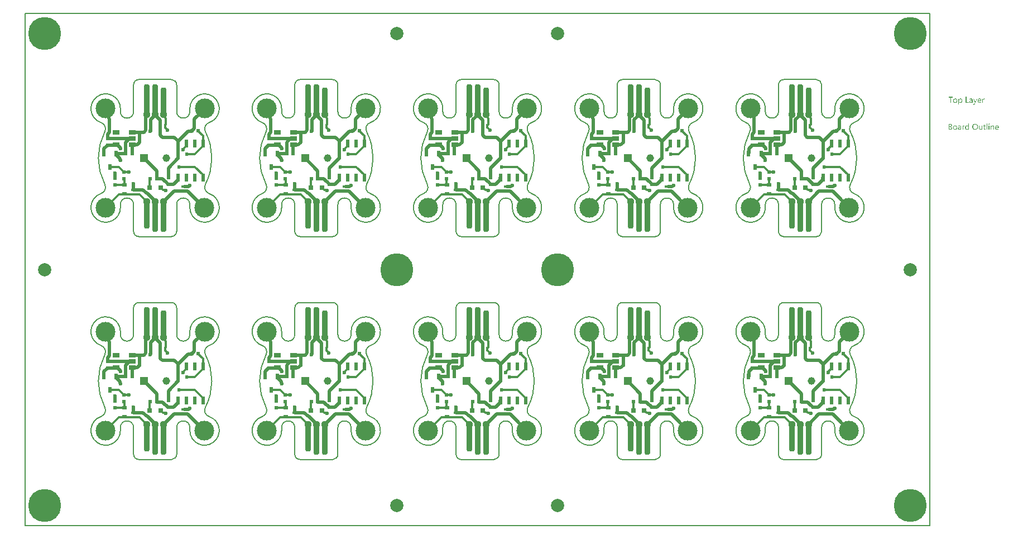
<source format=gtl>
G04*
G04 #@! TF.GenerationSoftware,Altium Limited,Altium Designer,21.8.1 (53)*
G04*
G04 Layer_Physical_Order=1*
G04 Layer_Color=255*
%FSAX25Y25*%
%MOIN*%
G70*
G04*
G04 #@! TF.SameCoordinates,B83950CB-9570-44A4-9459-7039BDA0C6D2*
G04*
G04*
G04 #@! TF.FilePolarity,Positive*
G04*
G01*
G75*
%ADD10C,0.07874*%
%ADD11R,0.02165X0.01968*%
%ADD12R,0.01968X0.02165*%
%ADD13R,0.01968X0.02165*%
%ADD14R,0.02165X0.01968*%
%ADD15R,0.02165X0.04921*%
%ADD16R,0.02362X0.03543*%
%ADD17R,0.01575X0.02756*%
%ADD18R,0.02756X0.01575*%
G04:AMPARAMS|DCode=19|XSize=35.43mil|YSize=169.29mil|CornerRadius=13.82mil|HoleSize=0mil|Usage=FLASHONLY|Rotation=180.000|XOffset=0mil|YOffset=0mil|HoleType=Round|Shape=RoundedRectangle|*
%AMROUNDEDRECTD19*
21,1,0.03543,0.14165,0,0,180.0*
21,1,0.00780,0.16929,0,0,180.0*
1,1,0.02764,-0.00390,0.07083*
1,1,0.02764,0.00390,0.07083*
1,1,0.02764,0.00390,-0.07083*
1,1,0.02764,-0.00390,-0.07083*
%
%ADD19ROUNDEDRECTD19*%
G04:AMPARAMS|DCode=20|XSize=35.43mil|YSize=188.98mil|CornerRadius=13.82mil|HoleSize=0mil|Usage=FLASHONLY|Rotation=180.000|XOffset=0mil|YOffset=0mil|HoleType=Round|Shape=RoundedRectangle|*
%AMROUNDEDRECTD20*
21,1,0.03543,0.16134,0,0,180.0*
21,1,0.00780,0.18898,0,0,180.0*
1,1,0.02764,-0.00390,0.08067*
1,1,0.02764,0.00390,0.08067*
1,1,0.02764,0.00390,-0.08067*
1,1,0.02764,-0.00390,-0.08067*
%
%ADD20ROUNDEDRECTD20*%
%ADD21R,0.03150X0.02362*%
%ADD22R,0.03937X0.02756*%
%ADD23R,0.03150X0.03150*%
%ADD24C,0.01968*%
%ADD25C,0.01181*%
%ADD26C,0.00787*%
%ADD27C,0.19685*%
%ADD28C,0.04567*%
%ADD29R,0.04567X0.04567*%
%ADD30C,0.04370*%
%ADD31C,0.11811*%
%ADD32C,0.02362*%
G36*
X0539132Y0235143D02*
X0539175Y0235136D01*
X0539219Y0235130D01*
X0539330Y0235105D01*
X0539454Y0235068D01*
X0539578Y0235006D01*
X0539640Y0234969D01*
X0539702Y0234920D01*
X0539757Y0234870D01*
X0539813Y0234808D01*
X0539819Y0234802D01*
X0539825Y0234796D01*
X0539838Y0234771D01*
X0539856Y0234746D01*
X0539875Y0234716D01*
X0539900Y0234672D01*
X0539924Y0234623D01*
X0539949Y0234573D01*
X0539974Y0234511D01*
X0539999Y0234443D01*
X0540023Y0234369D01*
X0540042Y0234288D01*
X0540073Y0234109D01*
X0540085Y0234010D01*
Y0233905D01*
Y0233898D01*
Y0233880D01*
Y0233843D01*
X0540079Y0233799D01*
Y0233750D01*
X0540067Y0233688D01*
X0540061Y0233620D01*
X0540048Y0233546D01*
X0540011Y0233385D01*
X0539955Y0233218D01*
X0539918Y0233137D01*
X0539881Y0233057D01*
X0539831Y0232976D01*
X0539776Y0232902D01*
X0539770Y0232896D01*
X0539763Y0232883D01*
X0539745Y0232865D01*
X0539720Y0232846D01*
X0539689Y0232815D01*
X0539652Y0232784D01*
X0539609Y0232747D01*
X0539559Y0232716D01*
X0539503Y0232679D01*
X0539442Y0232642D01*
X0539293Y0232586D01*
X0539213Y0232561D01*
X0539132Y0232543D01*
X0539039Y0232530D01*
X0538940Y0232524D01*
X0538891D01*
X0538860Y0232530D01*
X0538816Y0232537D01*
X0538773Y0232549D01*
X0538662Y0232574D01*
X0538544Y0232623D01*
X0538476Y0232660D01*
X0538414Y0232698D01*
X0538352Y0232747D01*
X0538296Y0232803D01*
X0538235Y0232865D01*
X0538185Y0232939D01*
X0538173D01*
Y0231429D01*
X0537770D01*
Y0235093D01*
X0538173D01*
Y0234647D01*
X0538185D01*
X0538191Y0234654D01*
X0538197Y0234672D01*
X0538216Y0234697D01*
X0538241Y0234728D01*
X0538272Y0234765D01*
X0538309Y0234808D01*
X0538352Y0234852D01*
X0538408Y0234901D01*
X0538463Y0234945D01*
X0538525Y0234988D01*
X0538600Y0235031D01*
X0538674Y0235068D01*
X0538761Y0235105D01*
X0538854Y0235130D01*
X0538946Y0235143D01*
X0539052Y0235149D01*
X0539101D01*
X0539132Y0235143D01*
D02*
G37*
G36*
X0553245Y0235130D02*
X0553320Y0235124D01*
X0553363Y0235112D01*
X0553394Y0235099D01*
Y0234684D01*
X0553388Y0234691D01*
X0553375Y0234697D01*
X0553350Y0234709D01*
X0553320Y0234728D01*
X0553276Y0234740D01*
X0553221Y0234753D01*
X0553159Y0234759D01*
X0553090Y0234765D01*
X0553078D01*
X0553047Y0234759D01*
X0552998Y0234753D01*
X0552942Y0234734D01*
X0552868Y0234703D01*
X0552800Y0234660D01*
X0552725Y0234598D01*
X0552657Y0234517D01*
X0552651Y0234505D01*
X0552632Y0234474D01*
X0552601Y0234418D01*
X0552571Y0234344D01*
X0552540Y0234251D01*
X0552509Y0234134D01*
X0552490Y0234004D01*
X0552484Y0233855D01*
Y0232580D01*
X0552081D01*
Y0235093D01*
X0552484D01*
Y0234573D01*
X0552496D01*
Y0234579D01*
X0552502Y0234585D01*
X0552515Y0234616D01*
X0552533Y0234666D01*
X0552564Y0234728D01*
X0552595Y0234790D01*
X0552645Y0234858D01*
X0552694Y0234926D01*
X0552756Y0234988D01*
X0552762Y0234994D01*
X0552787Y0235013D01*
X0552824Y0235037D01*
X0552874Y0235062D01*
X0552930Y0235087D01*
X0552998Y0235112D01*
X0553072Y0235130D01*
X0553152Y0235136D01*
X0553208D01*
X0553245Y0235130D01*
D02*
G37*
G36*
X0547866Y0232178D02*
X0547860Y0232171D01*
X0547854Y0232147D01*
X0547835Y0232103D01*
X0547810Y0232054D01*
X0547780Y0231998D01*
X0547736Y0231930D01*
X0547693Y0231862D01*
X0547643Y0231788D01*
X0547581Y0231713D01*
X0547519Y0231645D01*
X0547445Y0231577D01*
X0547365Y0231522D01*
X0547284Y0231472D01*
X0547191Y0231429D01*
X0547099Y0231404D01*
X0546993Y0231398D01*
X0546938D01*
X0546901Y0231404D01*
X0546820Y0231416D01*
X0546733Y0231435D01*
Y0231794D01*
X0546740D01*
X0546758Y0231788D01*
X0546783Y0231781D01*
X0546814Y0231775D01*
X0546888Y0231757D01*
X0546969Y0231750D01*
X0546981D01*
X0547018Y0231757D01*
X0547074Y0231769D01*
X0547142Y0231794D01*
X0547216Y0231837D01*
X0547253Y0231868D01*
X0547291Y0231905D01*
X0547328Y0231942D01*
X0547365Y0231992D01*
X0547396Y0232048D01*
X0547427Y0232109D01*
X0547631Y0232580D01*
X0546647Y0235093D01*
X0547092D01*
X0547773Y0233156D01*
Y0233149D01*
X0547780Y0233137D01*
X0547786Y0233119D01*
X0547792Y0233094D01*
X0547798Y0233057D01*
X0547810Y0233019D01*
X0547823Y0232964D01*
X0547841D01*
Y0232976D01*
X0547854Y0233013D01*
X0547866Y0233069D01*
X0547891Y0233149D01*
X0548603Y0235093D01*
X0549017D01*
X0547866Y0232178D01*
D02*
G37*
G36*
X0545458Y0235143D02*
X0545514Y0235136D01*
X0545582Y0235118D01*
X0545656Y0235099D01*
X0545737Y0235068D01*
X0545823Y0235031D01*
X0545904Y0234982D01*
X0545984Y0234920D01*
X0546059Y0234845D01*
X0546127Y0234753D01*
X0546182Y0234647D01*
X0546226Y0234524D01*
X0546251Y0234381D01*
X0546263Y0234214D01*
Y0232580D01*
X0545861D01*
Y0232970D01*
X0545848D01*
Y0232964D01*
X0545836Y0232951D01*
X0545823Y0232927D01*
X0545799Y0232902D01*
X0545737Y0232827D01*
X0545656Y0232747D01*
X0545545Y0232667D01*
X0545415Y0232592D01*
X0545334Y0232568D01*
X0545254Y0232543D01*
X0545167Y0232530D01*
X0545075Y0232524D01*
X0545037D01*
X0545013Y0232530D01*
X0544944Y0232537D01*
X0544864Y0232549D01*
X0544765Y0232574D01*
X0544672Y0232605D01*
X0544573Y0232654D01*
X0544486Y0232716D01*
X0544480Y0232729D01*
X0544455Y0232753D01*
X0544418Y0232797D01*
X0544381Y0232858D01*
X0544344Y0232933D01*
X0544307Y0233019D01*
X0544282Y0233125D01*
X0544276Y0233242D01*
Y0233248D01*
Y0233273D01*
X0544282Y0233310D01*
X0544288Y0233354D01*
X0544301Y0233409D01*
X0544319Y0233471D01*
X0544344Y0233539D01*
X0544381Y0233608D01*
X0544424Y0233682D01*
X0544480Y0233756D01*
X0544548Y0233824D01*
X0544629Y0233886D01*
X0544722Y0233948D01*
X0544833Y0233997D01*
X0544957Y0234035D01*
X0545105Y0234066D01*
X0545861Y0234171D01*
Y0234177D01*
Y0234195D01*
X0545854Y0234233D01*
Y0234270D01*
X0545842Y0234319D01*
X0545836Y0234375D01*
X0545799Y0234493D01*
X0545768Y0234548D01*
X0545737Y0234604D01*
X0545693Y0234660D01*
X0545644Y0234709D01*
X0545582Y0234753D01*
X0545514Y0234784D01*
X0545434Y0234802D01*
X0545341Y0234808D01*
X0545297D01*
X0545266Y0234802D01*
X0545223D01*
X0545180Y0234790D01*
X0545068Y0234771D01*
X0544944Y0234734D01*
X0544808Y0234678D01*
X0544734Y0234641D01*
X0544666Y0234604D01*
X0544592Y0234555D01*
X0544523Y0234499D01*
Y0234914D01*
X0544530D01*
X0544542Y0234926D01*
X0544561Y0234938D01*
X0544592Y0234951D01*
X0544623Y0234969D01*
X0544666Y0234988D01*
X0544715Y0235006D01*
X0544771Y0235031D01*
X0544895Y0235074D01*
X0545044Y0235112D01*
X0545204Y0235136D01*
X0545378Y0235149D01*
X0545415D01*
X0545458Y0235143D01*
D02*
G37*
G36*
X0542567Y0232951D02*
X0543979D01*
Y0232580D01*
X0542153D01*
Y0236096D01*
X0542567D01*
Y0232951D01*
D02*
G37*
G36*
X0534329Y0235724D02*
X0533314D01*
Y0232580D01*
X0532905D01*
Y0235724D01*
X0531890D01*
Y0236096D01*
X0534329D01*
Y0235724D01*
D02*
G37*
G36*
X0550522Y0235143D02*
X0550565Y0235136D01*
X0550608Y0235130D01*
X0550720Y0235112D01*
X0550843Y0235068D01*
X0550967Y0235013D01*
X0551029Y0234976D01*
X0551091Y0234932D01*
X0551147Y0234883D01*
X0551203Y0234827D01*
X0551209Y0234821D01*
X0551215Y0234815D01*
X0551227Y0234796D01*
X0551246Y0234771D01*
X0551264Y0234734D01*
X0551289Y0234697D01*
X0551314Y0234654D01*
X0551339Y0234598D01*
X0551364Y0234536D01*
X0551388Y0234474D01*
X0551413Y0234400D01*
X0551432Y0234319D01*
X0551450Y0234233D01*
X0551463Y0234146D01*
X0551475Y0234047D01*
Y0233942D01*
Y0233731D01*
X0549698D01*
Y0233725D01*
Y0233713D01*
Y0233694D01*
X0549705Y0233663D01*
X0549711Y0233626D01*
Y0233589D01*
X0549729Y0233490D01*
X0549760Y0233391D01*
X0549797Y0233279D01*
X0549853Y0233174D01*
X0549921Y0233081D01*
X0549934Y0233069D01*
X0549958Y0233044D01*
X0550008Y0233013D01*
X0550076Y0232970D01*
X0550163Y0232927D01*
X0550262Y0232896D01*
X0550379Y0232871D01*
X0550516Y0232858D01*
X0550559D01*
X0550590Y0232865D01*
X0550627D01*
X0550670Y0232871D01*
X0550775Y0232896D01*
X0550893Y0232927D01*
X0551023Y0232976D01*
X0551159Y0233044D01*
X0551227Y0233087D01*
X0551295Y0233137D01*
Y0232759D01*
X0551289D01*
X0551283Y0232747D01*
X0551264Y0232741D01*
X0551233Y0232722D01*
X0551203Y0232704D01*
X0551165Y0232685D01*
X0551116Y0232667D01*
X0551066Y0232642D01*
X0551005Y0232617D01*
X0550936Y0232598D01*
X0550788Y0232561D01*
X0550615Y0232537D01*
X0550423Y0232524D01*
X0550373D01*
X0550336Y0232530D01*
X0550293Y0232537D01*
X0550237Y0232543D01*
X0550119Y0232568D01*
X0549983Y0232605D01*
X0549847Y0232667D01*
X0549779Y0232710D01*
X0549711Y0232753D01*
X0549649Y0232803D01*
X0549587Y0232865D01*
X0549581Y0232871D01*
X0549575Y0232883D01*
X0549562Y0232902D01*
X0549537Y0232927D01*
X0549519Y0232964D01*
X0549494Y0233007D01*
X0549463Y0233057D01*
X0549438Y0233112D01*
X0549407Y0233174D01*
X0549383Y0233248D01*
X0549352Y0233329D01*
X0549333Y0233416D01*
X0549315Y0233508D01*
X0549296Y0233608D01*
X0549290Y0233713D01*
X0549284Y0233824D01*
Y0233830D01*
Y0233849D01*
Y0233880D01*
X0549290Y0233923D01*
X0549296Y0233973D01*
X0549302Y0234028D01*
X0549308Y0234097D01*
X0549327Y0234165D01*
X0549364Y0234313D01*
X0549420Y0234474D01*
X0549457Y0234555D01*
X0549507Y0234629D01*
X0549556Y0234709D01*
X0549612Y0234777D01*
X0549618Y0234784D01*
X0549630Y0234796D01*
X0549649Y0234815D01*
X0549674Y0234833D01*
X0549705Y0234864D01*
X0549742Y0234895D01*
X0549791Y0234926D01*
X0549841Y0234963D01*
X0549958Y0235031D01*
X0550101Y0235093D01*
X0550181Y0235112D01*
X0550262Y0235130D01*
X0550348Y0235143D01*
X0550441Y0235149D01*
X0550491D01*
X0550522Y0235143D01*
D02*
G37*
G36*
X0536031D02*
X0536074Y0235136D01*
X0536130Y0235130D01*
X0536254Y0235105D01*
X0536396Y0235062D01*
X0536539Y0235000D01*
X0536613Y0234963D01*
X0536681Y0234920D01*
X0536749Y0234864D01*
X0536811Y0234802D01*
X0536817Y0234796D01*
X0536823Y0234784D01*
X0536842Y0234765D01*
X0536860Y0234740D01*
X0536885Y0234703D01*
X0536910Y0234660D01*
X0536941Y0234610D01*
X0536972Y0234555D01*
X0536997Y0234487D01*
X0537028Y0234418D01*
X0537052Y0234338D01*
X0537077Y0234251D01*
X0537096Y0234158D01*
X0537114Y0234059D01*
X0537120Y0233954D01*
X0537126Y0233843D01*
Y0233837D01*
Y0233818D01*
Y0233787D01*
X0537120Y0233744D01*
X0537114Y0233694D01*
X0537108Y0233632D01*
X0537096Y0233570D01*
X0537083Y0233496D01*
X0537046Y0233348D01*
X0536984Y0233187D01*
X0536947Y0233106D01*
X0536898Y0233026D01*
X0536848Y0232951D01*
X0536786Y0232883D01*
X0536780Y0232877D01*
X0536767Y0232871D01*
X0536749Y0232852D01*
X0536724Y0232827D01*
X0536687Y0232803D01*
X0536650Y0232772D01*
X0536600Y0232735D01*
X0536545Y0232704D01*
X0536483Y0232673D01*
X0536415Y0232636D01*
X0536340Y0232605D01*
X0536260Y0232580D01*
X0536173Y0232555D01*
X0536080Y0232543D01*
X0535981Y0232530D01*
X0535876Y0232524D01*
X0535820D01*
X0535783Y0232530D01*
X0535740Y0232537D01*
X0535684Y0232543D01*
X0535622Y0232555D01*
X0535554Y0232568D01*
X0535412Y0232611D01*
X0535263Y0232673D01*
X0535189Y0232710D01*
X0535121Y0232759D01*
X0535053Y0232809D01*
X0534985Y0232871D01*
X0534979Y0232877D01*
X0534972Y0232889D01*
X0534954Y0232908D01*
X0534935Y0232933D01*
X0534910Y0232970D01*
X0534879Y0233013D01*
X0534849Y0233063D01*
X0534824Y0233119D01*
X0534793Y0233187D01*
X0534762Y0233255D01*
X0534731Y0233329D01*
X0534706Y0233416D01*
X0534669Y0233601D01*
X0534663Y0233700D01*
X0534657Y0233806D01*
Y0233812D01*
Y0233837D01*
Y0233868D01*
X0534663Y0233911D01*
X0534669Y0233960D01*
X0534675Y0234022D01*
X0534688Y0234090D01*
X0534700Y0234165D01*
X0534737Y0234326D01*
X0534799Y0234487D01*
X0534842Y0234567D01*
X0534886Y0234647D01*
X0534935Y0234722D01*
X0534997Y0234790D01*
X0535003Y0234796D01*
X0535016Y0234808D01*
X0535034Y0234821D01*
X0535059Y0234845D01*
X0535096Y0234870D01*
X0535140Y0234901D01*
X0535189Y0234938D01*
X0535245Y0234969D01*
X0535307Y0235000D01*
X0535381Y0235037D01*
X0535455Y0235068D01*
X0535542Y0235093D01*
X0535629Y0235118D01*
X0535728Y0235136D01*
X0535833Y0235143D01*
X0535938Y0235149D01*
X0535994D01*
X0536031Y0235143D01*
D02*
G37*
G36*
X0556099Y0220157D02*
X0556124D01*
X0556179Y0220132D01*
X0556210Y0220114D01*
X0556241Y0220089D01*
X0556247Y0220083D01*
X0556254Y0220077D01*
X0556285Y0220040D01*
X0556309Y0219978D01*
X0556316Y0219941D01*
X0556322Y0219903D01*
Y0219897D01*
Y0219885D01*
X0556316Y0219866D01*
X0556309Y0219842D01*
X0556291Y0219780D01*
X0556266Y0219749D01*
X0556241Y0219718D01*
X0556235D01*
X0556229Y0219705D01*
X0556192Y0219681D01*
X0556136Y0219656D01*
X0556099Y0219650D01*
X0556062Y0219643D01*
X0556043D01*
X0556025Y0219650D01*
X0556000D01*
X0555938Y0219674D01*
X0555907Y0219687D01*
X0555876Y0219711D01*
Y0219718D01*
X0555864Y0219724D01*
X0555851Y0219742D01*
X0555839Y0219761D01*
X0555814Y0219823D01*
X0555808Y0219860D01*
X0555802Y0219903D01*
Y0219910D01*
Y0219922D01*
X0555808Y0219941D01*
X0555814Y0219971D01*
X0555833Y0220027D01*
X0555851Y0220058D01*
X0555876Y0220089D01*
X0555882Y0220095D01*
X0555888Y0220101D01*
X0555926Y0220126D01*
X0555987Y0220151D01*
X0556025Y0220163D01*
X0556080D01*
X0556099Y0220157D01*
D02*
G37*
G36*
X0544109Y0216493D02*
X0543707D01*
Y0216914D01*
X0543694D01*
Y0216908D01*
X0543682Y0216895D01*
X0543663Y0216870D01*
X0543645Y0216839D01*
X0543614Y0216802D01*
X0543576Y0216765D01*
X0543533Y0216722D01*
X0543484Y0216678D01*
X0543428Y0216629D01*
X0543360Y0216586D01*
X0543292Y0216548D01*
X0543211Y0216511D01*
X0543131Y0216480D01*
X0543038Y0216456D01*
X0542939Y0216443D01*
X0542834Y0216437D01*
X0542790D01*
X0542753Y0216443D01*
X0542716Y0216449D01*
X0542667Y0216456D01*
X0542561Y0216480D01*
X0542438Y0216517D01*
X0542314Y0216579D01*
X0542246Y0216617D01*
X0542190Y0216660D01*
X0542128Y0216716D01*
X0542072Y0216771D01*
Y0216777D01*
X0542060Y0216790D01*
X0542048Y0216808D01*
X0542029Y0216833D01*
X0542010Y0216864D01*
X0541986Y0216908D01*
X0541961Y0216957D01*
X0541936Y0217013D01*
X0541905Y0217075D01*
X0541880Y0217143D01*
X0541856Y0217217D01*
X0541837Y0217297D01*
X0541819Y0217384D01*
X0541806Y0217483D01*
X0541800Y0217582D01*
X0541794Y0217687D01*
Y0217694D01*
Y0217712D01*
Y0217749D01*
X0541800Y0217793D01*
X0541806Y0217842D01*
X0541812Y0217904D01*
X0541819Y0217972D01*
X0541831Y0218046D01*
X0541868Y0218207D01*
X0541924Y0218374D01*
X0541961Y0218455D01*
X0542004Y0218535D01*
X0542048Y0218610D01*
X0542103Y0218684D01*
X0542109Y0218690D01*
X0542116Y0218703D01*
X0542134Y0218721D01*
X0542159Y0218746D01*
X0542190Y0218771D01*
X0542233Y0218802D01*
X0542277Y0218839D01*
X0542326Y0218876D01*
X0542450Y0218944D01*
X0542592Y0219006D01*
X0542673Y0219024D01*
X0542759Y0219043D01*
X0542846Y0219055D01*
X0542945Y0219062D01*
X0542995D01*
X0543032Y0219055D01*
X0543069Y0219049D01*
X0543118Y0219043D01*
X0543230Y0219012D01*
X0543354Y0218963D01*
X0543415Y0218932D01*
X0543477Y0218888D01*
X0543539Y0218845D01*
X0543595Y0218789D01*
X0543645Y0218727D01*
X0543694Y0218653D01*
X0543707D01*
Y0220213D01*
X0544109D01*
Y0216493D01*
D02*
G37*
G36*
X0558377Y0219055D02*
X0558451Y0219049D01*
X0558544Y0219031D01*
X0558643Y0219000D01*
X0558748Y0218950D01*
X0558853Y0218882D01*
X0558897Y0218845D01*
X0558940Y0218795D01*
X0558952Y0218783D01*
X0558977Y0218746D01*
X0559008Y0218684D01*
X0559052Y0218597D01*
X0559089Y0218492D01*
X0559126Y0218362D01*
X0559151Y0218207D01*
X0559157Y0218028D01*
Y0216493D01*
X0558754D01*
Y0217923D01*
Y0217929D01*
Y0217960D01*
X0558748Y0217997D01*
Y0218046D01*
X0558736Y0218108D01*
X0558723Y0218176D01*
X0558705Y0218251D01*
X0558680Y0218325D01*
X0558649Y0218399D01*
X0558612Y0218467D01*
X0558563Y0218535D01*
X0558507Y0218597D01*
X0558445Y0218647D01*
X0558364Y0218684D01*
X0558278Y0218715D01*
X0558173Y0218721D01*
X0558160D01*
X0558123Y0218715D01*
X0558067Y0218709D01*
X0557999Y0218690D01*
X0557919Y0218665D01*
X0557832Y0218622D01*
X0557752Y0218566D01*
X0557671Y0218492D01*
X0557665Y0218480D01*
X0557640Y0218455D01*
X0557609Y0218405D01*
X0557572Y0218337D01*
X0557535Y0218257D01*
X0557504Y0218158D01*
X0557479Y0218046D01*
X0557473Y0217923D01*
Y0216493D01*
X0557071D01*
Y0219006D01*
X0557473D01*
Y0218585D01*
X0557485D01*
X0557492Y0218591D01*
X0557498Y0218603D01*
X0557516Y0218628D01*
X0557541Y0218659D01*
X0557566Y0218696D01*
X0557603Y0218734D01*
X0557646Y0218777D01*
X0557696Y0218826D01*
X0557752Y0218870D01*
X0557814Y0218913D01*
X0557882Y0218950D01*
X0557956Y0218987D01*
X0558030Y0219018D01*
X0558117Y0219043D01*
X0558210Y0219055D01*
X0558309Y0219062D01*
X0558346D01*
X0558377Y0219055D01*
D02*
G37*
G36*
X0541379Y0219043D02*
X0541453Y0219037D01*
X0541497Y0219024D01*
X0541528Y0219012D01*
Y0218597D01*
X0541521Y0218603D01*
X0541509Y0218610D01*
X0541484Y0218622D01*
X0541453Y0218641D01*
X0541410Y0218653D01*
X0541354Y0218665D01*
X0541292Y0218672D01*
X0541224Y0218678D01*
X0541212D01*
X0541181Y0218672D01*
X0541131Y0218665D01*
X0541076Y0218647D01*
X0541001Y0218616D01*
X0540933Y0218573D01*
X0540859Y0218511D01*
X0540791Y0218430D01*
X0540785Y0218418D01*
X0540766Y0218387D01*
X0540735Y0218331D01*
X0540704Y0218257D01*
X0540673Y0218164D01*
X0540642Y0218046D01*
X0540624Y0217916D01*
X0540618Y0217768D01*
Y0216493D01*
X0540215D01*
Y0219006D01*
X0540618D01*
Y0218486D01*
X0540630D01*
Y0218492D01*
X0540636Y0218498D01*
X0540649Y0218529D01*
X0540667Y0218579D01*
X0540698Y0218641D01*
X0540729Y0218703D01*
X0540779Y0218771D01*
X0540828Y0218839D01*
X0540890Y0218901D01*
X0540896Y0218907D01*
X0540921Y0218925D01*
X0540958Y0218950D01*
X0541008Y0218975D01*
X0541063Y0219000D01*
X0541131Y0219024D01*
X0541206Y0219043D01*
X0541286Y0219049D01*
X0541342D01*
X0541379Y0219043D01*
D02*
G37*
G36*
X0552119Y0216493D02*
X0551716D01*
Y0216889D01*
X0551704D01*
Y0216883D01*
X0551692Y0216870D01*
X0551679Y0216846D01*
X0551654Y0216821D01*
X0551599Y0216746D01*
X0551512Y0216666D01*
X0551463Y0216623D01*
X0551407Y0216579D01*
X0551345Y0216542D01*
X0551271Y0216505D01*
X0551196Y0216480D01*
X0551116Y0216456D01*
X0551023Y0216443D01*
X0550930Y0216437D01*
X0550893D01*
X0550850Y0216443D01*
X0550788Y0216456D01*
X0550720Y0216468D01*
X0550645Y0216493D01*
X0550565Y0216524D01*
X0550485Y0216573D01*
X0550398Y0216629D01*
X0550317Y0216697D01*
X0550243Y0216784D01*
X0550175Y0216889D01*
X0550113Y0217006D01*
X0550070Y0217149D01*
X0550045Y0217316D01*
X0550033Y0217403D01*
Y0217502D01*
Y0219006D01*
X0550429D01*
Y0217564D01*
Y0217557D01*
Y0217533D01*
X0550435Y0217489D01*
X0550441Y0217440D01*
X0550447Y0217378D01*
X0550460Y0217316D01*
X0550478Y0217242D01*
X0550503Y0217167D01*
X0550540Y0217093D01*
X0550577Y0217025D01*
X0550627Y0216957D01*
X0550689Y0216895D01*
X0550757Y0216846D01*
X0550837Y0216808D01*
X0550936Y0216777D01*
X0551042Y0216771D01*
X0551054D01*
X0551091Y0216777D01*
X0551147Y0216784D01*
X0551209Y0216796D01*
X0551289Y0216827D01*
X0551370Y0216864D01*
X0551450Y0216914D01*
X0551524Y0216988D01*
X0551531Y0217000D01*
X0551555Y0217025D01*
X0551586Y0217075D01*
X0551623Y0217143D01*
X0551654Y0217223D01*
X0551685Y0217322D01*
X0551710Y0217434D01*
X0551716Y0217557D01*
Y0219006D01*
X0552119D01*
Y0216493D01*
D02*
G37*
G36*
X0556254D02*
X0555851D01*
Y0219006D01*
X0556254D01*
Y0216493D01*
D02*
G37*
G36*
X0555034D02*
X0554632D01*
Y0220213D01*
X0555034D01*
Y0216493D01*
D02*
G37*
G36*
X0538655Y0219055D02*
X0538711Y0219049D01*
X0538779Y0219031D01*
X0538854Y0219012D01*
X0538934Y0218981D01*
X0539021Y0218944D01*
X0539101Y0218895D01*
X0539182Y0218832D01*
X0539256Y0218758D01*
X0539324Y0218665D01*
X0539380Y0218560D01*
X0539423Y0218436D01*
X0539448Y0218294D01*
X0539460Y0218127D01*
Y0216493D01*
X0539058D01*
Y0216883D01*
X0539045D01*
Y0216877D01*
X0539033Y0216864D01*
X0539021Y0216839D01*
X0538996Y0216815D01*
X0538934Y0216740D01*
X0538854Y0216660D01*
X0538742Y0216579D01*
X0538612Y0216505D01*
X0538532Y0216480D01*
X0538451Y0216456D01*
X0538365Y0216443D01*
X0538272Y0216437D01*
X0538235D01*
X0538210Y0216443D01*
X0538142Y0216449D01*
X0538061Y0216462D01*
X0537962Y0216487D01*
X0537869Y0216517D01*
X0537770Y0216567D01*
X0537684Y0216629D01*
X0537677Y0216641D01*
X0537653Y0216666D01*
X0537615Y0216709D01*
X0537578Y0216771D01*
X0537541Y0216846D01*
X0537504Y0216932D01*
X0537479Y0217037D01*
X0537473Y0217155D01*
Y0217161D01*
Y0217186D01*
X0537479Y0217223D01*
X0537486Y0217267D01*
X0537498Y0217322D01*
X0537516Y0217384D01*
X0537541Y0217452D01*
X0537578Y0217520D01*
X0537622Y0217595D01*
X0537677Y0217669D01*
X0537746Y0217737D01*
X0537826Y0217799D01*
X0537919Y0217861D01*
X0538030Y0217910D01*
X0538154Y0217947D01*
X0538303Y0217978D01*
X0539058Y0218084D01*
Y0218090D01*
Y0218108D01*
X0539052Y0218145D01*
Y0218183D01*
X0539039Y0218232D01*
X0539033Y0218288D01*
X0538996Y0218405D01*
X0538965Y0218461D01*
X0538934Y0218517D01*
X0538891Y0218573D01*
X0538841Y0218622D01*
X0538779Y0218665D01*
X0538711Y0218696D01*
X0538631Y0218715D01*
X0538538Y0218721D01*
X0538494D01*
X0538463Y0218715D01*
X0538420D01*
X0538377Y0218703D01*
X0538266Y0218684D01*
X0538142Y0218647D01*
X0538005Y0218591D01*
X0537931Y0218554D01*
X0537863Y0218517D01*
X0537789Y0218467D01*
X0537721Y0218412D01*
Y0218826D01*
X0537727D01*
X0537739Y0218839D01*
X0537758Y0218851D01*
X0537789Y0218864D01*
X0537820Y0218882D01*
X0537863Y0218901D01*
X0537913Y0218919D01*
X0537968Y0218944D01*
X0538092Y0218987D01*
X0538241Y0219024D01*
X0538402Y0219049D01*
X0538575Y0219062D01*
X0538612D01*
X0538655Y0219055D01*
D02*
G37*
G36*
X0532967Y0220003D02*
X0533010D01*
X0533053Y0219996D01*
X0533152Y0219984D01*
X0533270Y0219953D01*
X0533394Y0219916D01*
X0533511Y0219860D01*
X0533617Y0219786D01*
X0533623D01*
X0533629Y0219773D01*
X0533660Y0219749D01*
X0533703Y0219699D01*
X0533753Y0219631D01*
X0533796Y0219544D01*
X0533840Y0219445D01*
X0533871Y0219334D01*
X0533883Y0219272D01*
Y0219204D01*
Y0219198D01*
Y0219192D01*
Y0219154D01*
X0533877Y0219099D01*
X0533864Y0219031D01*
X0533846Y0218944D01*
X0533815Y0218857D01*
X0533778Y0218771D01*
X0533722Y0218684D01*
X0533716Y0218672D01*
X0533691Y0218647D01*
X0533654Y0218610D01*
X0533604Y0218560D01*
X0533542Y0218511D01*
X0533468Y0218455D01*
X0533375Y0218412D01*
X0533276Y0218368D01*
Y0218362D01*
X0533295D01*
X0533314Y0218356D01*
X0533332Y0218350D01*
X0533400Y0218337D01*
X0533481Y0218313D01*
X0533567Y0218275D01*
X0533660Y0218232D01*
X0533753Y0218170D01*
X0533840Y0218090D01*
X0533852Y0218077D01*
X0533877Y0218046D01*
X0533908Y0218003D01*
X0533951Y0217935D01*
X0533988Y0217848D01*
X0534025Y0217749D01*
X0534050Y0217632D01*
X0534056Y0217502D01*
Y0217495D01*
Y0217483D01*
Y0217458D01*
X0534050Y0217427D01*
X0534044Y0217390D01*
X0534038Y0217347D01*
X0534013Y0217242D01*
X0533976Y0217124D01*
X0533920Y0217000D01*
X0533883Y0216945D01*
X0533840Y0216883D01*
X0533784Y0216827D01*
X0533728Y0216771D01*
X0533722D01*
X0533716Y0216759D01*
X0533697Y0216746D01*
X0533673Y0216728D01*
X0533641Y0216709D01*
X0533598Y0216685D01*
X0533505Y0216635D01*
X0533388Y0216579D01*
X0533252Y0216536D01*
X0533091Y0216505D01*
X0533010Y0216499D01*
X0532917Y0216493D01*
X0531890D01*
Y0220009D01*
X0532936D01*
X0532967Y0220003D01*
D02*
G37*
G36*
X0553462Y0219006D02*
X0554100D01*
Y0218659D01*
X0553462D01*
Y0217242D01*
Y0217229D01*
Y0217198D01*
X0553468Y0217155D01*
X0553474Y0217099D01*
X0553499Y0216982D01*
X0553518Y0216926D01*
X0553549Y0216883D01*
X0553555Y0216877D01*
X0553567Y0216864D01*
X0553586Y0216852D01*
X0553617Y0216833D01*
X0553654Y0216808D01*
X0553703Y0216796D01*
X0553765Y0216784D01*
X0553833Y0216777D01*
X0553858D01*
X0553889Y0216784D01*
X0553926Y0216790D01*
X0554013Y0216815D01*
X0554056Y0216833D01*
X0554100Y0216858D01*
Y0216511D01*
X0554093D01*
X0554075Y0216499D01*
X0554044Y0216493D01*
X0554000Y0216480D01*
X0553945Y0216468D01*
X0553883Y0216456D01*
X0553809Y0216449D01*
X0553722Y0216443D01*
X0553691D01*
X0553660Y0216449D01*
X0553617Y0216456D01*
X0553567Y0216468D01*
X0553511Y0216480D01*
X0553456Y0216505D01*
X0553394Y0216536D01*
X0553332Y0216573D01*
X0553270Y0216623D01*
X0553214Y0216678D01*
X0553165Y0216753D01*
X0553122Y0216833D01*
X0553090Y0216932D01*
X0553066Y0217044D01*
X0553060Y0217174D01*
Y0218659D01*
X0552632D01*
Y0219006D01*
X0553060D01*
Y0219619D01*
X0553462Y0219749D01*
Y0219006D01*
D02*
G37*
G36*
X0560989Y0219055D02*
X0561032Y0219049D01*
X0561076Y0219043D01*
X0561187Y0219024D01*
X0561311Y0218981D01*
X0561435Y0218925D01*
X0561496Y0218888D01*
X0561558Y0218845D01*
X0561614Y0218795D01*
X0561670Y0218740D01*
X0561676Y0218734D01*
X0561682Y0218727D01*
X0561695Y0218709D01*
X0561713Y0218684D01*
X0561732Y0218647D01*
X0561757Y0218610D01*
X0561781Y0218566D01*
X0561806Y0218511D01*
X0561831Y0218449D01*
X0561856Y0218387D01*
X0561880Y0218313D01*
X0561899Y0218232D01*
X0561917Y0218145D01*
X0561930Y0218059D01*
X0561942Y0217960D01*
Y0217854D01*
Y0217644D01*
X0560166D01*
Y0217638D01*
Y0217625D01*
Y0217607D01*
X0560172Y0217576D01*
X0560178Y0217539D01*
Y0217502D01*
X0560197Y0217403D01*
X0560228Y0217304D01*
X0560265Y0217192D01*
X0560320Y0217087D01*
X0560389Y0216994D01*
X0560401Y0216982D01*
X0560426Y0216957D01*
X0560475Y0216926D01*
X0560543Y0216883D01*
X0560630Y0216839D01*
X0560729Y0216808D01*
X0560847Y0216784D01*
X0560983Y0216771D01*
X0561026D01*
X0561057Y0216777D01*
X0561094D01*
X0561137Y0216784D01*
X0561243Y0216808D01*
X0561360Y0216839D01*
X0561490Y0216889D01*
X0561626Y0216957D01*
X0561695Y0217000D01*
X0561763Y0217050D01*
Y0216672D01*
X0561757D01*
X0561750Y0216660D01*
X0561732Y0216654D01*
X0561701Y0216635D01*
X0561670Y0216617D01*
X0561633Y0216598D01*
X0561583Y0216579D01*
X0561534Y0216555D01*
X0561472Y0216530D01*
X0561404Y0216511D01*
X0561255Y0216474D01*
X0561082Y0216449D01*
X0560890Y0216437D01*
X0560840D01*
X0560803Y0216443D01*
X0560760Y0216449D01*
X0560704Y0216456D01*
X0560587Y0216480D01*
X0560450Y0216517D01*
X0560314Y0216579D01*
X0560246Y0216623D01*
X0560178Y0216666D01*
X0560116Y0216716D01*
X0560054Y0216777D01*
X0560048Y0216784D01*
X0560042Y0216796D01*
X0560030Y0216815D01*
X0560005Y0216839D01*
X0559986Y0216877D01*
X0559961Y0216920D01*
X0559931Y0216969D01*
X0559906Y0217025D01*
X0559875Y0217087D01*
X0559850Y0217161D01*
X0559819Y0217242D01*
X0559800Y0217328D01*
X0559782Y0217421D01*
X0559763Y0217520D01*
X0559757Y0217625D01*
X0559751Y0217737D01*
Y0217743D01*
Y0217762D01*
Y0217793D01*
X0559757Y0217836D01*
X0559763Y0217885D01*
X0559769Y0217941D01*
X0559776Y0218009D01*
X0559794Y0218077D01*
X0559831Y0218226D01*
X0559887Y0218387D01*
X0559924Y0218467D01*
X0559974Y0218542D01*
X0560023Y0218622D01*
X0560079Y0218690D01*
X0560085Y0218696D01*
X0560098Y0218709D01*
X0560116Y0218727D01*
X0560141Y0218746D01*
X0560172Y0218777D01*
X0560209Y0218808D01*
X0560258Y0218839D01*
X0560308Y0218876D01*
X0560426Y0218944D01*
X0560568Y0219006D01*
X0560648Y0219024D01*
X0560729Y0219043D01*
X0560816Y0219055D01*
X0560909Y0219062D01*
X0560958D01*
X0560989Y0219055D01*
D02*
G37*
G36*
X0547947Y0220064D02*
X0548008Y0220058D01*
X0548083Y0220046D01*
X0548163Y0220027D01*
X0548250Y0220009D01*
X0548337Y0219984D01*
X0548436Y0219953D01*
X0548528Y0219910D01*
X0548628Y0219860D01*
X0548727Y0219804D01*
X0548819Y0219736D01*
X0548912Y0219662D01*
X0548999Y0219575D01*
X0549005Y0219569D01*
X0549017Y0219551D01*
X0549042Y0219526D01*
X0549067Y0219489D01*
X0549104Y0219439D01*
X0549141Y0219377D01*
X0549178Y0219309D01*
X0549222Y0219235D01*
X0549265Y0219142D01*
X0549302Y0219049D01*
X0549339Y0218944D01*
X0549376Y0218826D01*
X0549401Y0218709D01*
X0549426Y0218579D01*
X0549438Y0218436D01*
X0549445Y0218294D01*
Y0218282D01*
Y0218257D01*
Y0218214D01*
X0549438Y0218152D01*
X0549432Y0218077D01*
X0549420Y0217997D01*
X0549407Y0217904D01*
X0549389Y0217799D01*
X0549364Y0217694D01*
X0549333Y0217582D01*
X0549296Y0217471D01*
X0549253Y0217359D01*
X0549197Y0217242D01*
X0549135Y0217137D01*
X0549067Y0217031D01*
X0548986Y0216932D01*
X0548980Y0216926D01*
X0548968Y0216914D01*
X0548937Y0216889D01*
X0548906Y0216858D01*
X0548856Y0216815D01*
X0548801Y0216777D01*
X0548739Y0216728D01*
X0548665Y0216685D01*
X0548584Y0216641D01*
X0548491Y0216592D01*
X0548392Y0216555D01*
X0548281Y0216517D01*
X0548163Y0216480D01*
X0548039Y0216456D01*
X0547909Y0216443D01*
X0547767Y0216437D01*
X0547736D01*
X0547693Y0216443D01*
X0547643D01*
X0547581Y0216449D01*
X0547507Y0216462D01*
X0547427Y0216480D01*
X0547334Y0216499D01*
X0547241Y0216524D01*
X0547142Y0216555D01*
X0547043Y0216598D01*
X0546944Y0216641D01*
X0546845Y0216697D01*
X0546746Y0216765D01*
X0546653Y0216839D01*
X0546566Y0216926D01*
X0546560Y0216932D01*
X0546548Y0216951D01*
X0546523Y0216976D01*
X0546498Y0217013D01*
X0546461Y0217062D01*
X0546424Y0217124D01*
X0546387Y0217192D01*
X0546343Y0217273D01*
X0546300Y0217359D01*
X0546263Y0217452D01*
X0546226Y0217557D01*
X0546189Y0217675D01*
X0546164Y0217793D01*
X0546139Y0217923D01*
X0546127Y0218065D01*
X0546121Y0218207D01*
Y0218220D01*
Y0218245D01*
X0546127Y0218288D01*
Y0218350D01*
X0546133Y0218418D01*
X0546145Y0218505D01*
X0546158Y0218597D01*
X0546176Y0218696D01*
X0546201Y0218802D01*
X0546232Y0218913D01*
X0546269Y0219024D01*
X0546313Y0219136D01*
X0546368Y0219247D01*
X0546430Y0219359D01*
X0546498Y0219464D01*
X0546579Y0219563D01*
X0546585Y0219569D01*
X0546597Y0219588D01*
X0546628Y0219613D01*
X0546665Y0219643D01*
X0546709Y0219681D01*
X0546764Y0219724D01*
X0546832Y0219767D01*
X0546907Y0219817D01*
X0546993Y0219866D01*
X0547086Y0219910D01*
X0547185Y0219953D01*
X0547297Y0219990D01*
X0547421Y0220021D01*
X0547550Y0220052D01*
X0547687Y0220064D01*
X0547829Y0220071D01*
X0547897D01*
X0547947Y0220064D01*
D02*
G37*
G36*
X0535919Y0219055D02*
X0535963Y0219049D01*
X0536019Y0219043D01*
X0536142Y0219018D01*
X0536285Y0218975D01*
X0536427Y0218913D01*
X0536501Y0218876D01*
X0536569Y0218832D01*
X0536637Y0218777D01*
X0536699Y0218715D01*
X0536706Y0218709D01*
X0536712Y0218696D01*
X0536730Y0218678D01*
X0536749Y0218653D01*
X0536774Y0218616D01*
X0536798Y0218573D01*
X0536829Y0218523D01*
X0536860Y0218467D01*
X0536885Y0218399D01*
X0536916Y0218331D01*
X0536941Y0218251D01*
X0536966Y0218164D01*
X0536984Y0218071D01*
X0537003Y0217972D01*
X0537009Y0217867D01*
X0537015Y0217756D01*
Y0217749D01*
Y0217731D01*
Y0217700D01*
X0537009Y0217656D01*
X0537003Y0217607D01*
X0536997Y0217545D01*
X0536984Y0217483D01*
X0536972Y0217409D01*
X0536935Y0217260D01*
X0536873Y0217099D01*
X0536836Y0217019D01*
X0536786Y0216938D01*
X0536736Y0216864D01*
X0536675Y0216796D01*
X0536668Y0216790D01*
X0536656Y0216784D01*
X0536637Y0216765D01*
X0536613Y0216740D01*
X0536576Y0216716D01*
X0536539Y0216685D01*
X0536489Y0216648D01*
X0536433Y0216617D01*
X0536371Y0216586D01*
X0536303Y0216548D01*
X0536229Y0216517D01*
X0536149Y0216493D01*
X0536062Y0216468D01*
X0535969Y0216456D01*
X0535870Y0216443D01*
X0535765Y0216437D01*
X0535709D01*
X0535672Y0216443D01*
X0535629Y0216449D01*
X0535573Y0216456D01*
X0535511Y0216468D01*
X0535443Y0216480D01*
X0535300Y0216524D01*
X0535152Y0216586D01*
X0535078Y0216623D01*
X0535009Y0216672D01*
X0534941Y0216722D01*
X0534873Y0216784D01*
X0534867Y0216790D01*
X0534861Y0216802D01*
X0534842Y0216821D01*
X0534824Y0216846D01*
X0534799Y0216883D01*
X0534768Y0216926D01*
X0534737Y0216976D01*
X0534712Y0217031D01*
X0534682Y0217099D01*
X0534651Y0217167D01*
X0534620Y0217242D01*
X0534595Y0217328D01*
X0534558Y0217514D01*
X0534551Y0217613D01*
X0534545Y0217718D01*
Y0217724D01*
Y0217749D01*
Y0217780D01*
X0534551Y0217824D01*
X0534558Y0217873D01*
X0534564Y0217935D01*
X0534576Y0218003D01*
X0534589Y0218077D01*
X0534626Y0218238D01*
X0534688Y0218399D01*
X0534731Y0218480D01*
X0534774Y0218560D01*
X0534824Y0218635D01*
X0534886Y0218703D01*
X0534892Y0218709D01*
X0534904Y0218721D01*
X0534923Y0218734D01*
X0534948Y0218758D01*
X0534985Y0218783D01*
X0535028Y0218814D01*
X0535078Y0218851D01*
X0535133Y0218882D01*
X0535195Y0218913D01*
X0535269Y0218950D01*
X0535344Y0218981D01*
X0535430Y0219006D01*
X0535517Y0219031D01*
X0535616Y0219049D01*
X0535721Y0219055D01*
X0535827Y0219062D01*
X0535882D01*
X0535919Y0219055D01*
D02*
G37*
%LPC*%
G36*
X0538952Y0234808D02*
X0538922D01*
X0538897Y0234802D01*
X0538829Y0234796D01*
X0538748Y0234777D01*
X0538662Y0234746D01*
X0538563Y0234703D01*
X0538470Y0234641D01*
X0538383Y0234561D01*
X0538377Y0234548D01*
X0538352Y0234517D01*
X0538315Y0234468D01*
X0538278Y0234394D01*
X0538241Y0234307D01*
X0538204Y0234202D01*
X0538179Y0234084D01*
X0538173Y0233954D01*
Y0233601D01*
Y0233595D01*
Y0233589D01*
X0538179Y0233552D01*
X0538185Y0233490D01*
X0538197Y0233422D01*
X0538222Y0233335D01*
X0538259Y0233248D01*
X0538309Y0233162D01*
X0538377Y0233075D01*
X0538389Y0233069D01*
X0538414Y0233044D01*
X0538457Y0233007D01*
X0538519Y0232970D01*
X0538593Y0232927D01*
X0538680Y0232896D01*
X0538779Y0232871D01*
X0538891Y0232858D01*
X0538928D01*
X0538952Y0232865D01*
X0539014Y0232871D01*
X0539101Y0232896D01*
X0539188Y0232927D01*
X0539287Y0232976D01*
X0539380Y0233044D01*
X0539423Y0233087D01*
X0539460Y0233137D01*
Y0233143D01*
X0539466Y0233149D01*
X0539479Y0233168D01*
X0539491Y0233187D01*
X0539510Y0233218D01*
X0539528Y0233255D01*
X0539565Y0233341D01*
X0539603Y0233453D01*
X0539640Y0233583D01*
X0539664Y0233737D01*
X0539671Y0233917D01*
Y0233923D01*
Y0233936D01*
Y0233954D01*
Y0233985D01*
X0539664Y0234022D01*
X0539658Y0234059D01*
X0539646Y0234152D01*
X0539621Y0234257D01*
X0539590Y0234369D01*
X0539541Y0234474D01*
X0539479Y0234567D01*
X0539472Y0234579D01*
X0539442Y0234604D01*
X0539398Y0234641D01*
X0539342Y0234691D01*
X0539268Y0234734D01*
X0539175Y0234771D01*
X0539070Y0234796D01*
X0538952Y0234808D01*
D02*
G37*
G36*
X0545861Y0233849D02*
X0545254Y0233762D01*
X0545242D01*
X0545211Y0233756D01*
X0545161Y0233744D01*
X0545099Y0233731D01*
X0545031Y0233713D01*
X0544957Y0233688D01*
X0544895Y0233663D01*
X0544833Y0233626D01*
X0544827Y0233620D01*
X0544808Y0233608D01*
X0544790Y0233583D01*
X0544765Y0233546D01*
X0544734Y0233496D01*
X0544715Y0233434D01*
X0544697Y0233360D01*
X0544691Y0233273D01*
Y0233267D01*
Y0233242D01*
X0544697Y0233211D01*
X0544709Y0233168D01*
X0544722Y0233119D01*
X0544746Y0233069D01*
X0544777Y0233019D01*
X0544821Y0232970D01*
X0544827Y0232964D01*
X0544845Y0232951D01*
X0544876Y0232933D01*
X0544913Y0232914D01*
X0544963Y0232896D01*
X0545025Y0232877D01*
X0545093Y0232865D01*
X0545174Y0232858D01*
X0545186D01*
X0545223Y0232865D01*
X0545279Y0232871D01*
X0545347Y0232883D01*
X0545421Y0232908D01*
X0545508Y0232945D01*
X0545588Y0233001D01*
X0545662Y0233069D01*
X0545669Y0233081D01*
X0545693Y0233106D01*
X0545724Y0233149D01*
X0545761Y0233211D01*
X0545799Y0233292D01*
X0545830Y0233379D01*
X0545854Y0233484D01*
X0545861Y0233595D01*
Y0233849D01*
D02*
G37*
G36*
X0550435Y0234808D02*
X0550386D01*
X0550336Y0234796D01*
X0550268Y0234784D01*
X0550194Y0234759D01*
X0550107Y0234722D01*
X0550027Y0234672D01*
X0549946Y0234604D01*
X0549940Y0234598D01*
X0549915Y0234567D01*
X0549884Y0234524D01*
X0549841Y0234462D01*
X0549797Y0234387D01*
X0549760Y0234295D01*
X0549729Y0234189D01*
X0549705Y0234072D01*
X0551060D01*
Y0234078D01*
Y0234090D01*
Y0234103D01*
Y0234127D01*
X0551054Y0234195D01*
X0551042Y0234270D01*
X0551017Y0234363D01*
X0550992Y0234449D01*
X0550949Y0234536D01*
X0550893Y0234616D01*
X0550887Y0234623D01*
X0550862Y0234647D01*
X0550825Y0234678D01*
X0550775Y0234716D01*
X0550707Y0234746D01*
X0550627Y0234777D01*
X0550540Y0234802D01*
X0550435Y0234808D01*
D02*
G37*
G36*
X0535907D02*
X0535870D01*
X0535845Y0234802D01*
X0535771Y0234796D01*
X0535684Y0234777D01*
X0535585Y0234746D01*
X0535480Y0234697D01*
X0535381Y0234629D01*
X0535331Y0234592D01*
X0535288Y0234542D01*
X0535276Y0234530D01*
X0535251Y0234493D01*
X0535220Y0234437D01*
X0535177Y0234356D01*
X0535133Y0234251D01*
X0535102Y0234127D01*
X0535078Y0233985D01*
X0535065Y0233818D01*
Y0233812D01*
Y0233799D01*
Y0233775D01*
X0535071Y0233744D01*
Y0233706D01*
X0535078Y0233663D01*
X0535096Y0233564D01*
X0535121Y0233453D01*
X0535164Y0233335D01*
X0535220Y0233218D01*
X0535294Y0233112D01*
X0535307Y0233100D01*
X0535338Y0233075D01*
X0535387Y0233032D01*
X0535455Y0232989D01*
X0535542Y0232939D01*
X0535647Y0232896D01*
X0535771Y0232871D01*
X0535907Y0232858D01*
X0535944D01*
X0535969Y0232865D01*
X0536043Y0232871D01*
X0536130Y0232889D01*
X0536223Y0232920D01*
X0536328Y0232964D01*
X0536421Y0233026D01*
X0536508Y0233106D01*
X0536514Y0233119D01*
X0536539Y0233156D01*
X0536576Y0233211D01*
X0536613Y0233292D01*
X0536650Y0233397D01*
X0536687Y0233521D01*
X0536712Y0233663D01*
X0536718Y0233830D01*
Y0233837D01*
Y0233849D01*
Y0233874D01*
Y0233911D01*
X0536712Y0233948D01*
X0536706Y0233991D01*
X0536693Y0234097D01*
X0536668Y0234214D01*
X0536631Y0234332D01*
X0536576Y0234449D01*
X0536508Y0234555D01*
X0536495Y0234567D01*
X0536470Y0234592D01*
X0536421Y0234635D01*
X0536353Y0234684D01*
X0536266Y0234728D01*
X0536167Y0234771D01*
X0536043Y0234796D01*
X0535907Y0234808D01*
D02*
G37*
G36*
X0542995Y0218721D02*
X0542957D01*
X0542933Y0218715D01*
X0542865Y0218709D01*
X0542784Y0218690D01*
X0542691Y0218653D01*
X0542592Y0218603D01*
X0542499Y0218542D01*
X0542456Y0218498D01*
X0542413Y0218449D01*
X0542407Y0218436D01*
X0542382Y0218399D01*
X0542345Y0218337D01*
X0542308Y0218257D01*
X0542270Y0218152D01*
X0542233Y0218022D01*
X0542208Y0217873D01*
X0542202Y0217706D01*
Y0217700D01*
Y0217687D01*
Y0217663D01*
X0542208Y0217632D01*
Y0217601D01*
X0542215Y0217557D01*
X0542227Y0217458D01*
X0542252Y0217347D01*
X0542289Y0217235D01*
X0542339Y0217124D01*
X0542407Y0217019D01*
X0542419Y0217006D01*
X0542444Y0216982D01*
X0542487Y0216938D01*
X0542549Y0216895D01*
X0542629Y0216852D01*
X0542722Y0216808D01*
X0542828Y0216784D01*
X0542951Y0216771D01*
X0542982D01*
X0543007Y0216777D01*
X0543069Y0216784D01*
X0543143Y0216802D01*
X0543230Y0216833D01*
X0543323Y0216870D01*
X0543409Y0216932D01*
X0543496Y0217013D01*
X0543502Y0217025D01*
X0543527Y0217056D01*
X0543564Y0217112D01*
X0543601Y0217180D01*
X0543638Y0217267D01*
X0543676Y0217372D01*
X0543700Y0217495D01*
X0543707Y0217625D01*
Y0217997D01*
Y0218003D01*
Y0218009D01*
Y0218046D01*
X0543694Y0218102D01*
X0543682Y0218176D01*
X0543657Y0218257D01*
X0543620Y0218343D01*
X0543570Y0218430D01*
X0543502Y0218511D01*
X0543496Y0218517D01*
X0543465Y0218542D01*
X0543422Y0218579D01*
X0543366Y0218616D01*
X0543292Y0218653D01*
X0543205Y0218690D01*
X0543106Y0218715D01*
X0542995Y0218721D01*
D02*
G37*
G36*
X0539058Y0217762D02*
X0538451Y0217675D01*
X0538439D01*
X0538408Y0217669D01*
X0538358Y0217656D01*
X0538296Y0217644D01*
X0538228Y0217625D01*
X0538154Y0217601D01*
X0538092Y0217576D01*
X0538030Y0217539D01*
X0538024Y0217533D01*
X0538005Y0217520D01*
X0537987Y0217495D01*
X0537962Y0217458D01*
X0537931Y0217409D01*
X0537913Y0217347D01*
X0537894Y0217273D01*
X0537888Y0217186D01*
Y0217180D01*
Y0217155D01*
X0537894Y0217124D01*
X0537906Y0217081D01*
X0537919Y0217031D01*
X0537944Y0216982D01*
X0537975Y0216932D01*
X0538018Y0216883D01*
X0538024Y0216877D01*
X0538043Y0216864D01*
X0538074Y0216846D01*
X0538111Y0216827D01*
X0538160Y0216808D01*
X0538222Y0216790D01*
X0538290Y0216777D01*
X0538371Y0216771D01*
X0538383D01*
X0538420Y0216777D01*
X0538476Y0216784D01*
X0538544Y0216796D01*
X0538618Y0216821D01*
X0538705Y0216858D01*
X0538785Y0216914D01*
X0538860Y0216982D01*
X0538866Y0216994D01*
X0538891Y0217019D01*
X0538922Y0217062D01*
X0538959Y0217124D01*
X0538996Y0217205D01*
X0539027Y0217291D01*
X0539052Y0217396D01*
X0539058Y0217508D01*
Y0217762D01*
D02*
G37*
G36*
X0532775Y0219637D02*
X0532304D01*
Y0218498D01*
X0532781D01*
X0532843Y0218505D01*
X0532917Y0218517D01*
X0533004Y0218535D01*
X0533097Y0218566D01*
X0533177Y0218603D01*
X0533258Y0218659D01*
X0533264Y0218665D01*
X0533289Y0218690D01*
X0533320Y0218727D01*
X0533357Y0218783D01*
X0533388Y0218845D01*
X0533419Y0218925D01*
X0533443Y0219018D01*
X0533450Y0219124D01*
Y0219130D01*
Y0219148D01*
X0533443Y0219173D01*
X0533437Y0219204D01*
X0533413Y0219284D01*
X0533394Y0219334D01*
X0533363Y0219384D01*
X0533332Y0219427D01*
X0533283Y0219476D01*
X0533233Y0219520D01*
X0533165Y0219557D01*
X0533091Y0219588D01*
X0532998Y0219613D01*
X0532893Y0219631D01*
X0532775Y0219637D01*
D02*
G37*
G36*
Y0218127D02*
X0532304D01*
Y0216864D01*
X0532924D01*
X0532985Y0216870D01*
X0533072Y0216883D01*
X0533159Y0216908D01*
X0533252Y0216932D01*
X0533344Y0216976D01*
X0533425Y0217031D01*
X0533431Y0217037D01*
X0533456Y0217062D01*
X0533487Y0217099D01*
X0533524Y0217155D01*
X0533561Y0217223D01*
X0533592Y0217304D01*
X0533617Y0217403D01*
X0533623Y0217508D01*
Y0217514D01*
Y0217533D01*
X0533617Y0217564D01*
X0533611Y0217607D01*
X0533598Y0217650D01*
X0533580Y0217706D01*
X0533555Y0217762D01*
X0533518Y0217817D01*
X0533474Y0217873D01*
X0533419Y0217929D01*
X0533351Y0217985D01*
X0533264Y0218028D01*
X0533171Y0218071D01*
X0533053Y0218102D01*
X0532924Y0218121D01*
X0532775Y0218127D01*
D02*
G37*
G36*
X0560902Y0218721D02*
X0560853D01*
X0560803Y0218709D01*
X0560735Y0218696D01*
X0560661Y0218672D01*
X0560574Y0218635D01*
X0560494Y0218585D01*
X0560413Y0218517D01*
X0560407Y0218511D01*
X0560382Y0218480D01*
X0560351Y0218436D01*
X0560308Y0218374D01*
X0560265Y0218300D01*
X0560228Y0218207D01*
X0560197Y0218102D01*
X0560172Y0217985D01*
X0561527D01*
Y0217991D01*
Y0218003D01*
Y0218016D01*
Y0218040D01*
X0561521Y0218108D01*
X0561509Y0218183D01*
X0561484Y0218275D01*
X0561459Y0218362D01*
X0561416Y0218449D01*
X0561360Y0218529D01*
X0561354Y0218535D01*
X0561329Y0218560D01*
X0561292Y0218591D01*
X0561243Y0218628D01*
X0561175Y0218659D01*
X0561094Y0218690D01*
X0561007Y0218715D01*
X0560902Y0218721D01*
D02*
G37*
G36*
X0547798Y0219693D02*
X0547742D01*
X0547705Y0219687D01*
X0547656Y0219681D01*
X0547606Y0219674D01*
X0547544Y0219662D01*
X0547476Y0219643D01*
X0547334Y0219594D01*
X0547260Y0219563D01*
X0547179Y0219526D01*
X0547105Y0219476D01*
X0547030Y0219421D01*
X0546962Y0219359D01*
X0546894Y0219291D01*
X0546888Y0219284D01*
X0546882Y0219272D01*
X0546863Y0219247D01*
X0546839Y0219216D01*
X0546814Y0219179D01*
X0546789Y0219130D01*
X0546758Y0219074D01*
X0546727Y0219012D01*
X0546690Y0218938D01*
X0546659Y0218864D01*
X0546634Y0218777D01*
X0546610Y0218684D01*
X0546585Y0218585D01*
X0546566Y0218474D01*
X0546560Y0218362D01*
X0546554Y0218245D01*
Y0218238D01*
Y0218214D01*
Y0218183D01*
X0546560Y0218139D01*
X0546566Y0218084D01*
X0546572Y0218016D01*
X0546585Y0217947D01*
X0546597Y0217873D01*
X0546634Y0217706D01*
X0546696Y0217527D01*
X0546733Y0217440D01*
X0546777Y0217359D01*
X0546832Y0217273D01*
X0546888Y0217198D01*
X0546894Y0217192D01*
X0546907Y0217180D01*
X0546925Y0217161D01*
X0546950Y0217137D01*
X0546981Y0217106D01*
X0547024Y0217075D01*
X0547074Y0217037D01*
X0547123Y0217000D01*
X0547185Y0216963D01*
X0547253Y0216926D01*
X0547402Y0216864D01*
X0547489Y0216839D01*
X0547575Y0216821D01*
X0547668Y0216808D01*
X0547767Y0216802D01*
X0547823D01*
X0547866Y0216808D01*
X0547909Y0216815D01*
X0547971Y0216821D01*
X0548033Y0216833D01*
X0548101Y0216852D01*
X0548244Y0216895D01*
X0548324Y0216926D01*
X0548398Y0216963D01*
X0548473Y0217006D01*
X0548547Y0217056D01*
X0548615Y0217112D01*
X0548683Y0217180D01*
X0548689Y0217186D01*
X0548696Y0217198D01*
X0548714Y0217217D01*
X0548733Y0217248D01*
X0548764Y0217291D01*
X0548788Y0217335D01*
X0548819Y0217390D01*
X0548850Y0217452D01*
X0548881Y0217527D01*
X0548912Y0217607D01*
X0548943Y0217694D01*
X0548968Y0217786D01*
X0548986Y0217885D01*
X0549005Y0217997D01*
X0549011Y0218114D01*
X0549017Y0218238D01*
Y0218245D01*
Y0218269D01*
Y0218306D01*
X0549011Y0218350D01*
X0549005Y0218412D01*
X0548999Y0218480D01*
X0548993Y0218554D01*
X0548974Y0218635D01*
X0548937Y0218802D01*
X0548881Y0218981D01*
X0548844Y0219068D01*
X0548801Y0219154D01*
X0548745Y0219235D01*
X0548689Y0219309D01*
X0548683Y0219315D01*
X0548677Y0219328D01*
X0548659Y0219346D01*
X0548628Y0219371D01*
X0548597Y0219396D01*
X0548559Y0219433D01*
X0548510Y0219464D01*
X0548460Y0219501D01*
X0548398Y0219538D01*
X0548330Y0219569D01*
X0548256Y0219606D01*
X0548176Y0219631D01*
X0548089Y0219656D01*
X0548002Y0219674D01*
X0547903Y0219687D01*
X0547798Y0219693D01*
D02*
G37*
G36*
X0535796Y0218721D02*
X0535758D01*
X0535734Y0218715D01*
X0535660Y0218709D01*
X0535573Y0218690D01*
X0535474Y0218659D01*
X0535368Y0218610D01*
X0535269Y0218542D01*
X0535220Y0218505D01*
X0535177Y0218455D01*
X0535164Y0218443D01*
X0535140Y0218405D01*
X0535109Y0218350D01*
X0535065Y0218269D01*
X0535022Y0218164D01*
X0534991Y0218040D01*
X0534966Y0217898D01*
X0534954Y0217731D01*
Y0217724D01*
Y0217712D01*
Y0217687D01*
X0534960Y0217656D01*
Y0217619D01*
X0534966Y0217576D01*
X0534985Y0217477D01*
X0535009Y0217366D01*
X0535053Y0217248D01*
X0535109Y0217130D01*
X0535183Y0217025D01*
X0535195Y0217013D01*
X0535226Y0216988D01*
X0535276Y0216945D01*
X0535344Y0216901D01*
X0535430Y0216852D01*
X0535536Y0216808D01*
X0535660Y0216784D01*
X0535796Y0216771D01*
X0535833D01*
X0535857Y0216777D01*
X0535932Y0216784D01*
X0536019Y0216802D01*
X0536111Y0216833D01*
X0536217Y0216877D01*
X0536309Y0216938D01*
X0536396Y0217019D01*
X0536402Y0217031D01*
X0536427Y0217068D01*
X0536464Y0217124D01*
X0536501Y0217205D01*
X0536539Y0217310D01*
X0536576Y0217434D01*
X0536600Y0217576D01*
X0536607Y0217743D01*
Y0217749D01*
Y0217762D01*
Y0217786D01*
Y0217824D01*
X0536600Y0217861D01*
X0536594Y0217904D01*
X0536582Y0218009D01*
X0536557Y0218127D01*
X0536520Y0218245D01*
X0536464Y0218362D01*
X0536396Y0218467D01*
X0536384Y0218480D01*
X0536359Y0218505D01*
X0536309Y0218548D01*
X0536241Y0218597D01*
X0536155Y0218641D01*
X0536056Y0218684D01*
X0535932Y0218709D01*
X0535796Y0218721D01*
D02*
G37*
%LPD*%
D10*
X0202264Y0274016D02*
D03*
X0298524D02*
D03*
X0509055Y0132874D02*
D03*
X0298524Y-0007874D02*
D03*
X0202264D02*
D03*
X-0007874Y0132874D02*
D03*
D11*
X0065887Y0054823D02*
D03*
Y0050886D02*
D03*
X0034096Y0054527D02*
D03*
Y0050591D02*
D03*
X0029667Y0074213D02*
D03*
Y0078150D02*
D03*
X0162186Y0054823D02*
D03*
Y0050886D02*
D03*
X0130395Y0054527D02*
D03*
Y0050591D02*
D03*
X0125966Y0074213D02*
D03*
Y0078150D02*
D03*
X0258485Y0054823D02*
D03*
Y0050886D02*
D03*
X0226694Y0054527D02*
D03*
Y0050591D02*
D03*
X0222265Y0074213D02*
D03*
Y0078150D02*
D03*
X0354785Y0054823D02*
D03*
Y0050886D02*
D03*
X0322993Y0054527D02*
D03*
Y0050591D02*
D03*
X0318564Y0074213D02*
D03*
Y0078150D02*
D03*
X0451084Y0054823D02*
D03*
Y0050886D02*
D03*
X0419292Y0054527D02*
D03*
Y0050591D02*
D03*
X0414863Y0074213D02*
D03*
Y0078150D02*
D03*
X0065887Y0187894D02*
D03*
Y0183957D02*
D03*
X0034096Y0187598D02*
D03*
Y0183661D02*
D03*
X0029667Y0207283D02*
D03*
Y0211221D02*
D03*
X0162186Y0187894D02*
D03*
Y0183957D02*
D03*
X0130395Y0187598D02*
D03*
Y0183661D02*
D03*
X0125966Y0207283D02*
D03*
Y0211221D02*
D03*
X0258485Y0187894D02*
D03*
Y0183957D02*
D03*
X0226694Y0187598D02*
D03*
Y0183661D02*
D03*
X0222265Y0207283D02*
D03*
Y0211221D02*
D03*
X0354785Y0187894D02*
D03*
Y0183957D02*
D03*
X0322993Y0187598D02*
D03*
Y0183661D02*
D03*
X0318564Y0207283D02*
D03*
Y0211221D02*
D03*
X0451084Y0187894D02*
D03*
Y0183957D02*
D03*
X0419292Y0187598D02*
D03*
Y0183661D02*
D03*
X0414863Y0207283D02*
D03*
Y0211221D02*
D03*
D12*
X0054962Y0054134D02*
D03*
X0058899D02*
D03*
X0079874Y0082776D02*
D03*
X0083811D02*
D03*
X0151261Y0054134D02*
D03*
X0155198D02*
D03*
X0176174Y0082776D02*
D03*
X0180111D02*
D03*
X0247560Y0054134D02*
D03*
X0251497D02*
D03*
X0272473Y0082776D02*
D03*
X0276410D02*
D03*
X0343859Y0054134D02*
D03*
X0347796D02*
D03*
X0368772Y0082776D02*
D03*
X0372709D02*
D03*
X0440159Y0054134D02*
D03*
X0444096D02*
D03*
X0465071Y0082776D02*
D03*
X0469008D02*
D03*
X0054962Y0187205D02*
D03*
X0058899D02*
D03*
X0079874Y0215846D02*
D03*
X0083811D02*
D03*
X0151261Y0187205D02*
D03*
X0155198D02*
D03*
X0176174Y0215846D02*
D03*
X0180111D02*
D03*
X0247560Y0187205D02*
D03*
X0251497D02*
D03*
X0272473Y0215846D02*
D03*
X0276410D02*
D03*
X0343859Y0187205D02*
D03*
X0347796D02*
D03*
X0368772Y0215846D02*
D03*
X0372709D02*
D03*
X0440159Y0187205D02*
D03*
X0444096D02*
D03*
X0465071Y0215846D02*
D03*
X0469008D02*
D03*
D13*
X0040273Y0069291D02*
D03*
X0044210D02*
D03*
X0136572D02*
D03*
X0140509D02*
D03*
X0232872D02*
D03*
X0236809D02*
D03*
X0329171D02*
D03*
X0333108D02*
D03*
X0425470D02*
D03*
X0429407D02*
D03*
X0040273Y0202362D02*
D03*
X0044210D02*
D03*
X0136572D02*
D03*
X0140509D02*
D03*
X0232872D02*
D03*
X0236809D02*
D03*
X0329171D02*
D03*
X0333108D02*
D03*
X0425470D02*
D03*
X0429407D02*
D03*
D14*
X0039509Y0054331D02*
D03*
Y0058268D02*
D03*
X0135808Y0054331D02*
D03*
Y0058268D02*
D03*
X0232107Y0054331D02*
D03*
Y0058268D02*
D03*
X0328407Y0054331D02*
D03*
Y0058268D02*
D03*
X0424706Y0054331D02*
D03*
Y0058268D02*
D03*
X0039509Y0187402D02*
D03*
Y0191339D02*
D03*
X0135808Y0187402D02*
D03*
Y0191339D02*
D03*
X0232107Y0187402D02*
D03*
Y0191339D02*
D03*
X0328407Y0187402D02*
D03*
Y0191339D02*
D03*
X0424706Y0187402D02*
D03*
Y0191339D02*
D03*
D15*
X0071674Y0075295D02*
D03*
X0076674D02*
D03*
X0081674D02*
D03*
X0086674D02*
D03*
Y0055020D02*
D03*
X0081674D02*
D03*
X0076674D02*
D03*
X0071674D02*
D03*
X0167974Y0075295D02*
D03*
X0172974D02*
D03*
X0177974D02*
D03*
X0182974D02*
D03*
Y0055020D02*
D03*
X0177974D02*
D03*
X0172974D02*
D03*
X0167974D02*
D03*
X0264273Y0075295D02*
D03*
X0269273D02*
D03*
X0274273D02*
D03*
X0279273D02*
D03*
Y0055020D02*
D03*
X0274273D02*
D03*
X0269273D02*
D03*
X0264273D02*
D03*
X0360572Y0075295D02*
D03*
X0365572D02*
D03*
X0370572D02*
D03*
X0375572D02*
D03*
Y0055020D02*
D03*
X0370572D02*
D03*
X0365572D02*
D03*
X0360572D02*
D03*
X0456871Y0075295D02*
D03*
X0461871D02*
D03*
X0466871D02*
D03*
X0471871D02*
D03*
Y0055020D02*
D03*
X0466871D02*
D03*
X0461871D02*
D03*
X0456871D02*
D03*
X0071674Y0208366D02*
D03*
X0076674D02*
D03*
X0081674D02*
D03*
X0086674D02*
D03*
Y0188091D02*
D03*
X0081674D02*
D03*
X0076674D02*
D03*
X0071674D02*
D03*
X0167974Y0208366D02*
D03*
X0172974D02*
D03*
X0177974D02*
D03*
X0182974D02*
D03*
Y0188091D02*
D03*
X0177974D02*
D03*
X0172974D02*
D03*
X0167974D02*
D03*
X0264273Y0208366D02*
D03*
X0269273D02*
D03*
X0274273D02*
D03*
X0279273D02*
D03*
Y0188091D02*
D03*
X0274273D02*
D03*
X0269273D02*
D03*
X0264273D02*
D03*
X0360572Y0208366D02*
D03*
X0365572D02*
D03*
X0370572D02*
D03*
X0375572D02*
D03*
Y0188091D02*
D03*
X0370572D02*
D03*
X0365572D02*
D03*
X0360572D02*
D03*
X0456871Y0208366D02*
D03*
X0461871D02*
D03*
X0466871D02*
D03*
X0471871D02*
D03*
Y0188091D02*
D03*
X0466871D02*
D03*
X0461871D02*
D03*
X0456871D02*
D03*
D16*
X0034785Y0069193D02*
D03*
X0027304D02*
D03*
X0031044Y0061319D02*
D03*
X0131084Y0069193D02*
D03*
X0123603D02*
D03*
X0127344Y0061319D02*
D03*
X0227383Y0069193D02*
D03*
X0219903D02*
D03*
X0223643Y0061319D02*
D03*
X0323682Y0069193D02*
D03*
X0316202D02*
D03*
X0319942Y0061319D02*
D03*
X0419981Y0069193D02*
D03*
X0412501D02*
D03*
X0416241Y0061319D02*
D03*
X0034785Y0202264D02*
D03*
X0027304D02*
D03*
X0031044Y0194390D02*
D03*
X0131084Y0202264D02*
D03*
X0123603D02*
D03*
X0127344Y0194390D02*
D03*
X0227383Y0202264D02*
D03*
X0219903D02*
D03*
X0223643Y0194390D02*
D03*
X0323682Y0202264D02*
D03*
X0316202D02*
D03*
X0319942Y0194390D02*
D03*
X0419981Y0202264D02*
D03*
X0412501D02*
D03*
X0416241Y0194390D02*
D03*
D17*
X0061163Y0085433D02*
D03*
X0063918D02*
D03*
X0055257D02*
D03*
X0052501D02*
D03*
X0157462D02*
D03*
X0160218D02*
D03*
X0151556D02*
D03*
X0148800D02*
D03*
X0253761D02*
D03*
X0256517D02*
D03*
X0247855D02*
D03*
X0245099D02*
D03*
X0350060D02*
D03*
X0352816D02*
D03*
X0344155D02*
D03*
X0341399D02*
D03*
X0446359D02*
D03*
X0449115D02*
D03*
X0440454D02*
D03*
X0437698D02*
D03*
X0061163Y0218504D02*
D03*
X0063918D02*
D03*
X0055257D02*
D03*
X0052501D02*
D03*
X0157462D02*
D03*
X0160218D02*
D03*
X0151556D02*
D03*
X0148800D02*
D03*
X0253761D02*
D03*
X0256517D02*
D03*
X0247855D02*
D03*
X0245099D02*
D03*
X0350060D02*
D03*
X0352816D02*
D03*
X0344155D02*
D03*
X0341399D02*
D03*
X0446359D02*
D03*
X0449115D02*
D03*
X0440454D02*
D03*
X0437698D02*
D03*
D18*
X0074942Y0049606D02*
D03*
Y0046850D02*
D03*
X0045153Y0047612D02*
D03*
Y0044856D02*
D03*
X0171241Y0049606D02*
D03*
Y0046850D02*
D03*
X0141452Y0047612D02*
D03*
Y0044856D02*
D03*
X0267541Y0049606D02*
D03*
Y0046850D02*
D03*
X0237752Y0047612D02*
D03*
Y0044856D02*
D03*
X0363840Y0049606D02*
D03*
Y0046850D02*
D03*
X0334051Y0047612D02*
D03*
Y0044856D02*
D03*
X0460139Y0049606D02*
D03*
Y0046850D02*
D03*
X0430350Y0047612D02*
D03*
Y0044856D02*
D03*
X0074942Y0182677D02*
D03*
Y0179921D02*
D03*
X0045153Y0180683D02*
D03*
Y0177927D02*
D03*
X0171241Y0182677D02*
D03*
Y0179921D02*
D03*
X0141452Y0180683D02*
D03*
Y0177927D02*
D03*
X0267541Y0182677D02*
D03*
Y0179921D02*
D03*
X0237752Y0180683D02*
D03*
Y0177927D02*
D03*
X0363840Y0182677D02*
D03*
Y0179921D02*
D03*
X0334051Y0180683D02*
D03*
Y0177927D02*
D03*
X0460139Y0182677D02*
D03*
Y0179921D02*
D03*
X0430350Y0180683D02*
D03*
Y0177927D02*
D03*
D19*
X0053013Y0032874D02*
D03*
X0063013Y0100197D02*
D03*
X0149312Y0032874D02*
D03*
X0159312Y0100197D02*
D03*
X0245611Y0032874D02*
D03*
X0255611Y0100197D02*
D03*
X0341911Y0032874D02*
D03*
X0351911Y0100197D02*
D03*
X0438210Y0032874D02*
D03*
X0448210Y0100197D02*
D03*
X0053013Y0165945D02*
D03*
X0063013Y0233268D02*
D03*
X0149312Y0165945D02*
D03*
X0159312Y0233268D02*
D03*
X0245611Y0165945D02*
D03*
X0255611Y0233268D02*
D03*
X0341911Y0165945D02*
D03*
X0351911Y0233268D02*
D03*
X0438210Y0165945D02*
D03*
X0448210Y0233268D02*
D03*
D20*
X0063013Y0031890D02*
D03*
X0058013D02*
D03*
X0053013Y0101181D02*
D03*
X0058013D02*
D03*
X0159312Y0031890D02*
D03*
X0154312D02*
D03*
X0149312Y0101181D02*
D03*
X0154312D02*
D03*
X0255611Y0031890D02*
D03*
X0250611D02*
D03*
X0245611Y0101181D02*
D03*
X0250611D02*
D03*
X0351911Y0031890D02*
D03*
X0346911D02*
D03*
X0341911Y0101181D02*
D03*
X0346911D02*
D03*
X0448210Y0031890D02*
D03*
X0443210D02*
D03*
X0438210Y0101181D02*
D03*
X0443210D02*
D03*
X0063013Y0164961D02*
D03*
X0058013D02*
D03*
X0053013Y0234252D02*
D03*
X0058013D02*
D03*
X0159312Y0164961D02*
D03*
X0154312D02*
D03*
X0149312Y0234252D02*
D03*
X0154312D02*
D03*
X0255611Y0164961D02*
D03*
X0250611D02*
D03*
X0245611Y0234252D02*
D03*
X0250611D02*
D03*
X0351911Y0164961D02*
D03*
X0346911D02*
D03*
X0341911Y0234252D02*
D03*
X0346911D02*
D03*
X0448210Y0164961D02*
D03*
X0443210D02*
D03*
X0438210Y0234252D02*
D03*
X0443210D02*
D03*
D21*
X0039649Y0045120D02*
D03*
Y0050632D02*
D03*
X0135948Y0045120D02*
D03*
Y0050632D02*
D03*
X0232247Y0045120D02*
D03*
Y0050632D02*
D03*
X0328547Y0045120D02*
D03*
Y0050632D02*
D03*
X0424846Y0045120D02*
D03*
Y0050632D02*
D03*
X0039649Y0178191D02*
D03*
Y0183703D02*
D03*
X0135948Y0178191D02*
D03*
Y0183703D02*
D03*
X0232247Y0178191D02*
D03*
Y0183703D02*
D03*
X0328547Y0178191D02*
D03*
Y0183703D02*
D03*
X0424846Y0178191D02*
D03*
Y0183703D02*
D03*
D22*
X0034855Y0074508D02*
D03*
Y0081988D02*
D03*
X0044303D02*
D03*
Y0078248D02*
D03*
Y0074508D02*
D03*
X0131154D02*
D03*
Y0081988D02*
D03*
X0140603D02*
D03*
Y0078248D02*
D03*
Y0074508D02*
D03*
X0227453D02*
D03*
Y0081988D02*
D03*
X0236902D02*
D03*
Y0078248D02*
D03*
Y0074508D02*
D03*
X0323752D02*
D03*
Y0081988D02*
D03*
X0333201D02*
D03*
Y0078248D02*
D03*
Y0074508D02*
D03*
X0420051D02*
D03*
Y0081988D02*
D03*
X0429500D02*
D03*
Y0078248D02*
D03*
Y0074508D02*
D03*
X0034855Y0207579D02*
D03*
Y0215059D02*
D03*
X0044303D02*
D03*
Y0211319D02*
D03*
Y0207579D02*
D03*
X0131154D02*
D03*
Y0215059D02*
D03*
X0140603D02*
D03*
Y0211319D02*
D03*
Y0207579D02*
D03*
X0227453D02*
D03*
Y0215059D02*
D03*
X0236902D02*
D03*
Y0211319D02*
D03*
Y0207579D02*
D03*
X0323752D02*
D03*
Y0215059D02*
D03*
X0333201D02*
D03*
Y0211319D02*
D03*
Y0207579D02*
D03*
X0420051D02*
D03*
Y0215059D02*
D03*
X0429500D02*
D03*
Y0211319D02*
D03*
Y0207579D02*
D03*
D23*
X0054765Y0048917D02*
D03*
X0061261D02*
D03*
X0151064D02*
D03*
X0157560D02*
D03*
X0247363D02*
D03*
X0253859D02*
D03*
X0343663D02*
D03*
X0350159D02*
D03*
X0439962D02*
D03*
X0446458D02*
D03*
X0054765Y0181988D02*
D03*
X0061261D02*
D03*
X0151064D02*
D03*
X0157560D02*
D03*
X0247363D02*
D03*
X0253859D02*
D03*
X0343663D02*
D03*
X0350159D02*
D03*
X0439962D02*
D03*
X0446458D02*
D03*
D24*
X0055060Y0082382D02*
Y0082488D01*
X0055257Y0082685D01*
Y0085039D01*
X0044210Y0069291D02*
Y0074415D01*
X0044303Y0074508D01*
X0065887Y0060650D02*
X0071674Y0066437D01*
X0048663Y0075940D02*
Y0076040D01*
X0047231Y0074508D02*
X0048663Y0075940D01*
X0044303Y0074508D02*
X0047231D01*
X0048663Y0076040D02*
Y0081988D01*
X0058899Y0054088D02*
X0062467D01*
X0051320Y0066535D02*
X0058899Y0058957D01*
Y0054134D02*
Y0058957D01*
X0035445Y0074508D02*
X0037451Y0072502D01*
Y0072304D02*
X0037527Y0072229D01*
X0034855Y0074508D02*
X0035445D01*
X0037451Y0072304D02*
Y0072502D01*
X0034785Y0069193D02*
X0040273D01*
X0034785Y0068602D02*
X0037170Y0066217D01*
X0034785Y0068602D02*
Y0069193D01*
X0037170Y0065134D02*
Y0066217D01*
Y0065134D02*
X0037245Y0065059D01*
X0081351Y0084252D02*
Y0089779D01*
X0079973Y0082874D02*
X0081351Y0084252D01*
Y0089779D02*
X0087541Y0095969D01*
Y0096063D01*
X0079874Y0082874D02*
X0079973D01*
X0079874Y0082677D02*
Y0082874D01*
X0077678Y0082677D02*
X0079874D01*
X0071674Y0066437D02*
Y0075295D01*
Y0076673D01*
X0077678Y0082677D01*
X0062316Y0078931D02*
X0069416D01*
X0071576Y0076772D01*
X0061163Y0080084D02*
Y0085433D01*
Y0080084D02*
X0062316Y0078931D01*
X0058013Y0092342D02*
X0061163Y0089192D01*
X0058013Y0092342D02*
Y0092520D01*
X0061163Y0085433D02*
Y0089192D01*
X0055257Y0085433D02*
Y0089586D01*
X0058013Y0092342D01*
X0048663Y0081988D02*
X0051362D01*
X0044303D02*
X0048663D01*
X0051362D02*
X0052501Y0083128D01*
Y0085433D01*
X0029667Y0080750D02*
X0030651Y0081734D01*
X0029667Y0078150D02*
Y0080750D01*
X0030651Y0081734D02*
Y0089989D01*
X0028485Y0096063D02*
X0030369Y0094180D01*
Y0090271D02*
Y0094180D01*
X0029765Y0078150D02*
X0044205D01*
X0030369Y0090271D02*
X0030651Y0089989D01*
X0027501Y0069390D02*
Y0072146D01*
X0029568Y0074213D02*
X0029667D01*
X0027501Y0072146D02*
X0029568Y0074213D01*
X0027304Y0069193D02*
X0027501Y0069390D01*
X0029667Y0074213D02*
X0034559D01*
X0034855Y0074508D01*
X0040273Y0069291D02*
Y0075912D01*
Y0069193D02*
Y0069291D01*
Y0075912D02*
X0042215Y0077854D01*
X0052515Y0091372D02*
X0053013Y0091870D01*
X0052515Y0085827D02*
Y0091372D01*
X0053013Y0091870D02*
Y0092520D01*
X0045167Y0051030D02*
X0045182Y0051044D01*
X0045153Y0047612D02*
X0045167Y0047626D01*
Y0051030D01*
X0058013Y0040551D02*
Y0040805D01*
X0052980Y0045465D02*
X0053353D01*
X0058013Y0040805D01*
X0045547Y0047642D02*
X0050802D01*
X0052980Y0045465D01*
X0062467Y0054088D02*
X0064193Y0052362D01*
X0065789Y0050886D02*
X0068918D01*
X0064312Y0052362D02*
X0065789Y0050886D01*
X0064193Y0052362D02*
X0064312D01*
X0068918Y0050886D02*
X0071576Y0053543D01*
Y0054921D01*
X0071674Y0055020D01*
X0065887Y0054823D02*
Y0060650D01*
X0034098Y0054527D02*
Y0057679D01*
X0034101Y0057682D01*
X0034096Y0054527D02*
X0034098D01*
X0077875Y0049580D02*
X0078649Y0050354D01*
X0075336Y0049580D02*
X0077875D01*
X0078649Y0050354D02*
X0078756D01*
X0077403Y0046850D02*
X0080815Y0043438D01*
X0069312Y0046850D02*
X0077403D01*
X0080815Y0043438D02*
X0080815D01*
X0087245Y0037008D01*
X0063013Y0040551D02*
X0069312Y0046850D01*
X0151359Y0082382D02*
Y0082488D01*
X0151556Y0082685D01*
Y0085039D01*
X0140509Y0069291D02*
Y0074415D01*
X0140603Y0074508D01*
X0162186Y0060650D02*
X0167974Y0066437D01*
X0144962Y0075940D02*
Y0076040D01*
X0143530Y0074508D02*
X0144962Y0075940D01*
X0140603Y0074508D02*
X0143530D01*
X0144962Y0076040D02*
Y0081988D01*
X0155198Y0054088D02*
X0158766D01*
X0147619Y0066535D02*
X0155198Y0058957D01*
Y0054134D02*
Y0058957D01*
X0131744Y0074508D02*
X0133751Y0072502D01*
Y0072304D02*
X0133826Y0072229D01*
X0131154Y0074508D02*
X0131744D01*
X0133751Y0072304D02*
Y0072502D01*
X0131084Y0069193D02*
X0136572D01*
X0131084Y0068602D02*
X0133469Y0066217D01*
X0131084Y0068602D02*
Y0069193D01*
X0133469Y0065134D02*
Y0066217D01*
Y0065134D02*
X0133544Y0065059D01*
X0177650Y0084252D02*
Y0089779D01*
X0176272Y0082874D02*
X0177650Y0084252D01*
Y0089779D02*
X0183840Y0095969D01*
Y0096063D01*
X0176174Y0082874D02*
X0176272D01*
X0176174Y0082677D02*
Y0082874D01*
X0173977Y0082677D02*
X0176174D01*
X0167974Y0066437D02*
Y0075295D01*
Y0076673D01*
X0173977Y0082677D01*
X0158615Y0078931D02*
X0165716D01*
X0167875Y0076772D01*
X0157462Y0080084D02*
Y0085433D01*
Y0080084D02*
X0158615Y0078931D01*
X0154312Y0092342D02*
X0157462Y0089192D01*
X0154312Y0092342D02*
Y0092520D01*
X0157462Y0085433D02*
Y0089192D01*
X0151556Y0085433D02*
Y0089586D01*
X0154312Y0092342D01*
X0144962Y0081988D02*
X0147661D01*
X0140603D02*
X0144962D01*
X0147661D02*
X0148800Y0083128D01*
Y0085433D01*
X0125966Y0080750D02*
X0126950Y0081734D01*
X0125966Y0078150D02*
Y0080750D01*
X0126950Y0081734D02*
Y0089989D01*
X0124785Y0096063D02*
X0126668Y0094180D01*
Y0090271D02*
Y0094180D01*
X0126064Y0078150D02*
X0140504D01*
X0126668Y0090271D02*
X0126950Y0089989D01*
X0123800Y0069390D02*
Y0072146D01*
X0125867Y0074213D02*
X0125966D01*
X0123800Y0072146D02*
X0125867Y0074213D01*
X0123603Y0069193D02*
X0123800Y0069390D01*
X0125966Y0074213D02*
X0130859D01*
X0131154Y0074508D01*
X0136572Y0069291D02*
Y0075912D01*
Y0069193D02*
Y0069291D01*
Y0075912D02*
X0138515Y0077854D01*
X0148814Y0091372D02*
X0149312Y0091870D01*
X0148814Y0085827D02*
Y0091372D01*
X0149312Y0091870D02*
Y0092520D01*
X0141467Y0051030D02*
X0141481Y0051044D01*
X0141452Y0047612D02*
X0141467Y0047626D01*
Y0051030D01*
X0154312Y0040551D02*
Y0040805D01*
X0149279Y0045465D02*
X0149653D01*
X0154312Y0040805D01*
X0141846Y0047642D02*
X0147101D01*
X0149279Y0045465D01*
X0158766Y0054088D02*
X0160492Y0052362D01*
X0162088Y0050886D02*
X0165218D01*
X0160611Y0052362D02*
X0162088Y0050886D01*
X0160492Y0052362D02*
X0160611D01*
X0165218Y0050886D02*
X0167875Y0053543D01*
Y0054921D01*
X0167974Y0055020D01*
X0162186Y0054823D02*
Y0060650D01*
X0130397Y0054527D02*
Y0057679D01*
X0130400Y0057682D01*
X0130395Y0054527D02*
X0130397D01*
X0174174Y0049580D02*
X0174948Y0050354D01*
X0171635Y0049580D02*
X0174174D01*
X0174948Y0050354D02*
X0175055D01*
X0173702Y0046850D02*
X0177114Y0043438D01*
X0165611Y0046850D02*
X0173702D01*
X0177114Y0043438D02*
X0177114D01*
X0183544Y0037008D01*
X0159312Y0040551D02*
X0165611Y0046850D01*
X0247659Y0082382D02*
Y0082488D01*
X0247855Y0082685D01*
Y0085039D01*
X0236809Y0069291D02*
Y0074415D01*
X0236902Y0074508D01*
X0258485Y0060650D02*
X0264273Y0066437D01*
X0241262Y0075940D02*
Y0076040D01*
X0239830Y0074508D02*
X0241262Y0075940D01*
X0236902Y0074508D02*
X0239830D01*
X0241262Y0076040D02*
Y0081988D01*
X0251497Y0054088D02*
X0255065D01*
X0243918Y0066535D02*
X0251497Y0058957D01*
Y0054134D02*
Y0058957D01*
X0228044Y0074508D02*
X0230050Y0072502D01*
Y0072304D02*
X0230125Y0072229D01*
X0227453Y0074508D02*
X0228044D01*
X0230050Y0072304D02*
Y0072502D01*
X0227383Y0069193D02*
X0232872D01*
X0227383Y0068602D02*
X0229768Y0066217D01*
X0227383Y0068602D02*
Y0069193D01*
X0229768Y0065134D02*
Y0066217D01*
Y0065134D02*
X0229844Y0065059D01*
X0273949Y0084252D02*
Y0089779D01*
X0272571Y0082874D02*
X0273949Y0084252D01*
Y0089779D02*
X0280139Y0095969D01*
Y0096063D01*
X0272473Y0082874D02*
X0272571D01*
X0272473Y0082677D02*
Y0082874D01*
X0270277Y0082677D02*
X0272473D01*
X0264273Y0066437D02*
Y0075295D01*
Y0076673D01*
X0270277Y0082677D01*
X0254914Y0078931D02*
X0262015D01*
X0264174Y0076772D01*
X0253761Y0080084D02*
Y0085433D01*
Y0080084D02*
X0254914Y0078931D01*
X0250611Y0092342D02*
X0253761Y0089192D01*
X0250611Y0092342D02*
Y0092520D01*
X0253761Y0085433D02*
Y0089192D01*
X0247855Y0085433D02*
Y0089586D01*
X0250611Y0092342D01*
X0241262Y0081988D02*
X0243960D01*
X0236902D02*
X0241262D01*
X0243960D02*
X0245099Y0083128D01*
Y0085433D01*
X0222265Y0080750D02*
X0223249Y0081734D01*
X0222265Y0078150D02*
Y0080750D01*
X0223249Y0081734D02*
Y0089989D01*
X0221084Y0096063D02*
X0222967Y0094180D01*
Y0090271D02*
Y0094180D01*
X0222363Y0078150D02*
X0236803D01*
X0222967Y0090271D02*
X0223249Y0089989D01*
X0220100Y0069390D02*
Y0072146D01*
X0222166Y0074213D02*
X0222265D01*
X0220100Y0072146D02*
X0222166Y0074213D01*
X0219903Y0069193D02*
X0220100Y0069390D01*
X0222265Y0074213D02*
X0227158D01*
X0227453Y0074508D01*
X0232872Y0069291D02*
Y0075912D01*
Y0069193D02*
Y0069291D01*
Y0075912D02*
X0234814Y0077854D01*
X0245113Y0091372D02*
X0245611Y0091870D01*
X0245113Y0085827D02*
Y0091372D01*
X0245611Y0091870D02*
Y0092520D01*
X0237766Y0051030D02*
X0237780Y0051044D01*
X0237752Y0047612D02*
X0237766Y0047626D01*
Y0051030D01*
X0250611Y0040551D02*
Y0040805D01*
X0245579Y0045465D02*
X0245952D01*
X0250611Y0040805D01*
X0238145Y0047642D02*
X0243401D01*
X0245579Y0045465D01*
X0255065Y0054088D02*
X0256791Y0052362D01*
X0258387Y0050886D02*
X0261517D01*
X0256911Y0052362D02*
X0258387Y0050886D01*
X0256791Y0052362D02*
X0256911D01*
X0261517Y0050886D02*
X0264174Y0053543D01*
Y0054921D01*
X0264273Y0055020D01*
X0258485Y0054823D02*
Y0060650D01*
X0226697Y0054527D02*
Y0057679D01*
X0226699Y0057682D01*
X0226694Y0054527D02*
X0226697D01*
X0270474Y0049580D02*
X0271248Y0050354D01*
X0267934Y0049580D02*
X0270474D01*
X0271248Y0050354D02*
X0271354D01*
X0270001Y0046850D02*
X0273413Y0043438D01*
X0261911Y0046850D02*
X0270001D01*
X0273413Y0043438D02*
X0273413D01*
X0279844Y0037008D01*
X0255611Y0040551D02*
X0261911Y0046850D01*
X0343958Y0082382D02*
Y0082488D01*
X0344155Y0082685D01*
Y0085039D01*
X0333108Y0069291D02*
Y0074415D01*
X0333201Y0074508D01*
X0354785Y0060650D02*
X0360572Y0066437D01*
X0337561Y0075940D02*
Y0076040D01*
X0336129Y0074508D02*
X0337561Y0075940D01*
X0333201Y0074508D02*
X0336129D01*
X0337561Y0076040D02*
Y0081988D01*
X0347796Y0054088D02*
X0351365D01*
X0340218Y0066535D02*
X0347796Y0058957D01*
Y0054134D02*
Y0058957D01*
X0324343Y0074508D02*
X0326349Y0072502D01*
Y0072304D02*
X0326424Y0072229D01*
X0323752Y0074508D02*
X0324343D01*
X0326349Y0072304D02*
Y0072502D01*
X0323682Y0069193D02*
X0329171D01*
X0323682Y0068602D02*
X0326067Y0066217D01*
X0323682Y0068602D02*
Y0069193D01*
X0326067Y0065134D02*
Y0066217D01*
Y0065134D02*
X0326143Y0065059D01*
X0370248Y0084252D02*
Y0089779D01*
X0368870Y0082874D02*
X0370248Y0084252D01*
Y0089779D02*
X0376438Y0095969D01*
Y0096063D01*
X0368772Y0082874D02*
X0368870D01*
X0368772Y0082677D02*
Y0082874D01*
X0366576Y0082677D02*
X0368772D01*
X0360572Y0066437D02*
Y0075295D01*
Y0076673D01*
X0366576Y0082677D01*
X0351213Y0078931D02*
X0358314D01*
X0360474Y0076772D01*
X0350060Y0080084D02*
Y0085433D01*
Y0080084D02*
X0351213Y0078931D01*
X0346911Y0092342D02*
X0350060Y0089192D01*
X0346911Y0092342D02*
Y0092520D01*
X0350060Y0085433D02*
Y0089192D01*
X0344155Y0085433D02*
Y0089586D01*
X0346911Y0092342D01*
X0337561Y0081988D02*
X0340259D01*
X0333201D02*
X0337561D01*
X0340259D02*
X0341399Y0083128D01*
Y0085433D01*
X0318564Y0080750D02*
X0319548Y0081734D01*
X0318564Y0078150D02*
Y0080750D01*
X0319548Y0081734D02*
Y0089989D01*
X0317383Y0096063D02*
X0319266Y0094180D01*
Y0090271D02*
Y0094180D01*
X0318663Y0078150D02*
X0333103D01*
X0319266Y0090271D02*
X0319548Y0089989D01*
X0316399Y0069390D02*
Y0072146D01*
X0318466Y0074213D02*
X0318564D01*
X0316399Y0072146D02*
X0318466Y0074213D01*
X0316202Y0069193D02*
X0316399Y0069390D01*
X0318564Y0074213D02*
X0323457D01*
X0323752Y0074508D01*
X0329171Y0069291D02*
Y0075912D01*
Y0069193D02*
Y0069291D01*
Y0075912D02*
X0331113Y0077854D01*
X0341412Y0091372D02*
X0341911Y0091870D01*
X0341412Y0085827D02*
Y0091372D01*
X0341911Y0091870D02*
Y0092520D01*
X0334065Y0051030D02*
X0334079Y0051044D01*
X0334051Y0047612D02*
X0334065Y0047626D01*
Y0051030D01*
X0346911Y0040551D02*
Y0040805D01*
X0341878Y0045465D02*
X0342251D01*
X0346911Y0040805D01*
X0334444Y0047642D02*
X0339700D01*
X0341878Y0045465D01*
X0351365Y0054088D02*
X0353090Y0052362D01*
X0354686Y0050886D02*
X0357816D01*
X0353210Y0052362D02*
X0354686Y0050886D01*
X0353090Y0052362D02*
X0353210D01*
X0357816Y0050886D02*
X0360474Y0053543D01*
Y0054921D01*
X0360572Y0055020D01*
X0354785Y0054823D02*
Y0060650D01*
X0322996Y0054527D02*
Y0057679D01*
X0322999Y0057682D01*
X0322993Y0054527D02*
X0322996D01*
X0366773Y0049580D02*
X0367547Y0050354D01*
X0364233Y0049580D02*
X0366773D01*
X0367547Y0050354D02*
X0367653D01*
X0366300Y0046850D02*
X0369712Y0043438D01*
X0358210Y0046850D02*
X0366300D01*
X0369712Y0043438D02*
X0369712D01*
X0376143Y0037008D01*
X0351911Y0040551D02*
X0358210Y0046850D01*
X0440257Y0082382D02*
Y0082488D01*
X0440454Y0082685D01*
Y0085039D01*
X0429407Y0069291D02*
Y0074415D01*
X0429500Y0074508D01*
X0451084Y0060650D02*
X0456871Y0066437D01*
X0433860Y0075940D02*
Y0076040D01*
X0432428Y0074508D02*
X0433860Y0075940D01*
X0429500Y0074508D02*
X0432428D01*
X0433860Y0076040D02*
Y0081988D01*
X0444096Y0054088D02*
X0447664D01*
X0436517Y0066535D02*
X0444096Y0058957D01*
Y0054134D02*
Y0058957D01*
X0420642Y0074508D02*
X0422648Y0072502D01*
Y0072304D02*
X0422724Y0072229D01*
X0420051Y0074508D02*
X0420642D01*
X0422648Y0072304D02*
Y0072502D01*
X0419981Y0069193D02*
X0425470D01*
X0419981Y0068602D02*
X0422367Y0066217D01*
X0419981Y0068602D02*
Y0069193D01*
X0422367Y0065134D02*
Y0066217D01*
Y0065134D02*
X0422442Y0065059D01*
X0466548Y0084252D02*
Y0089779D01*
X0465170Y0082874D02*
X0466548Y0084252D01*
Y0089779D02*
X0472737Y0095969D01*
Y0096063D01*
X0465071Y0082874D02*
X0465170D01*
X0465071Y0082677D02*
Y0082874D01*
X0462875Y0082677D02*
X0465071D01*
X0456871Y0066437D02*
Y0075295D01*
Y0076673D01*
X0462875Y0082677D01*
X0447512Y0078931D02*
X0454613D01*
X0456773Y0076772D01*
X0446359Y0080084D02*
Y0085433D01*
Y0080084D02*
X0447512Y0078931D01*
X0443210Y0092342D02*
X0446359Y0089192D01*
X0443210Y0092342D02*
Y0092520D01*
X0446359Y0085433D02*
Y0089192D01*
X0440454Y0085433D02*
Y0089586D01*
X0443210Y0092342D01*
X0433860Y0081988D02*
X0436558D01*
X0429500D02*
X0433860D01*
X0436558D02*
X0437698Y0083128D01*
Y0085433D01*
X0414863Y0080750D02*
X0415848Y0081734D01*
X0414863Y0078150D02*
Y0080750D01*
X0415848Y0081734D02*
Y0089989D01*
X0413682Y0096063D02*
X0415565Y0094180D01*
Y0090271D02*
Y0094180D01*
X0414962Y0078150D02*
X0429402D01*
X0415565Y0090271D02*
X0415848Y0089989D01*
X0412698Y0069390D02*
Y0072146D01*
X0414765Y0074213D02*
X0414863D01*
X0412698Y0072146D02*
X0414765Y0074213D01*
X0412501Y0069193D02*
X0412698Y0069390D01*
X0414863Y0074213D02*
X0419756D01*
X0420051Y0074508D01*
X0425470Y0069291D02*
Y0075912D01*
Y0069193D02*
Y0069291D01*
Y0075912D02*
X0427412Y0077854D01*
X0437712Y0091372D02*
X0438210Y0091870D01*
X0437712Y0085827D02*
Y0091372D01*
X0438210Y0091870D02*
Y0092520D01*
X0430364Y0051030D02*
X0430379Y0051044D01*
X0430350Y0047612D02*
X0430364Y0047626D01*
Y0051030D01*
X0443210Y0040551D02*
Y0040805D01*
X0438177Y0045465D02*
X0438550D01*
X0443210Y0040805D01*
X0430744Y0047642D02*
X0435999D01*
X0438177Y0045465D01*
X0447664Y0054088D02*
X0449390Y0052362D01*
X0450985Y0050886D02*
X0454115D01*
X0449509Y0052362D02*
X0450985Y0050886D01*
X0449390Y0052362D02*
X0449509D01*
X0454115Y0050886D02*
X0456773Y0053543D01*
Y0054921D01*
X0456871Y0055020D01*
X0451084Y0054823D02*
Y0060650D01*
X0419295Y0054527D02*
Y0057679D01*
X0419298Y0057682D01*
X0419292Y0054527D02*
X0419295D01*
X0463072Y0049580D02*
X0463846Y0050354D01*
X0460533Y0049580D02*
X0463072D01*
X0463846Y0050354D02*
X0463953D01*
X0462600Y0046850D02*
X0466012Y0043438D01*
X0454509Y0046850D02*
X0462600D01*
X0466012Y0043438D02*
X0466012D01*
X0472442Y0037008D01*
X0448210Y0040551D02*
X0454509Y0046850D01*
X0055060Y0215453D02*
Y0215559D01*
X0055257Y0215756D01*
Y0218110D01*
X0044210Y0202362D02*
Y0207486D01*
X0044303Y0207579D01*
X0065887Y0193720D02*
X0071674Y0199508D01*
X0048663Y0209011D02*
Y0209110D01*
X0047231Y0207579D02*
X0048663Y0209011D01*
X0044303Y0207579D02*
X0047231D01*
X0048663Y0209110D02*
Y0215059D01*
X0058899Y0187159D02*
X0062467D01*
X0051320Y0199606D02*
X0058899Y0192028D01*
Y0187205D02*
Y0192028D01*
X0035445Y0207579D02*
X0037451Y0205573D01*
Y0205375D02*
X0037527Y0205300D01*
X0034855Y0207579D02*
X0035445D01*
X0037451Y0205375D02*
Y0205573D01*
X0034785Y0202264D02*
X0040273D01*
X0034785Y0201673D02*
X0037170Y0199288D01*
X0034785Y0201673D02*
Y0202264D01*
X0037170Y0198205D02*
Y0199288D01*
Y0198205D02*
X0037245Y0198130D01*
X0081351Y0217323D02*
Y0222850D01*
X0079973Y0215945D02*
X0081351Y0217323D01*
Y0222850D02*
X0087541Y0229040D01*
Y0229134D01*
X0079874Y0215945D02*
X0079973D01*
X0079874Y0215748D02*
Y0215945D01*
X0077678Y0215748D02*
X0079874D01*
X0071674Y0199508D02*
Y0208366D01*
Y0209744D01*
X0077678Y0215748D01*
X0062316Y0212002D02*
X0069416D01*
X0071576Y0209842D01*
X0061163Y0213155D02*
Y0218504D01*
Y0213155D02*
X0062316Y0212002D01*
X0058013Y0225413D02*
X0061163Y0222263D01*
X0058013Y0225413D02*
Y0225591D01*
X0061163Y0218504D02*
Y0222263D01*
X0055257Y0218504D02*
Y0222657D01*
X0058013Y0225413D01*
X0048663Y0215059D02*
X0051362D01*
X0044303D02*
X0048663D01*
X0051362D02*
X0052501Y0216199D01*
Y0218504D01*
X0029667Y0213821D02*
X0030651Y0214805D01*
X0029667Y0211221D02*
Y0213821D01*
X0030651Y0214805D02*
Y0223060D01*
X0028485Y0229134D02*
X0030369Y0227251D01*
Y0223342D02*
Y0227251D01*
X0029765Y0211221D02*
X0044205D01*
X0030369Y0223342D02*
X0030651Y0223060D01*
X0027501Y0202461D02*
Y0205217D01*
X0029568Y0207283D02*
X0029667D01*
X0027501Y0205217D02*
X0029568Y0207283D01*
X0027304Y0202264D02*
X0027501Y0202461D01*
X0029667Y0207283D02*
X0034559D01*
X0034855Y0207579D01*
X0040273Y0202362D02*
Y0208983D01*
Y0202264D02*
Y0202362D01*
Y0208983D02*
X0042215Y0210925D01*
X0052515Y0224443D02*
X0053013Y0224941D01*
X0052515Y0218898D02*
Y0224443D01*
X0053013Y0224941D02*
Y0225591D01*
X0045167Y0184101D02*
X0045182Y0184115D01*
X0045153Y0180683D02*
X0045167Y0180697D01*
Y0184101D01*
X0058013Y0173622D02*
Y0173876D01*
X0052980Y0178535D02*
X0053353D01*
X0058013Y0173876D01*
X0045547Y0180713D02*
X0050802D01*
X0052980Y0178535D01*
X0062467Y0187159D02*
X0064193Y0185433D01*
X0065789Y0183957D02*
X0068918D01*
X0064312Y0185433D02*
X0065789Y0183957D01*
X0064193Y0185433D02*
X0064312D01*
X0068918Y0183957D02*
X0071576Y0186614D01*
Y0187992D01*
X0071674Y0188091D01*
X0065887Y0187894D02*
Y0193720D01*
X0034098Y0187598D02*
Y0190750D01*
X0034101Y0190753D01*
X0034096Y0187598D02*
X0034098D01*
X0077875Y0182651D02*
X0078649Y0183425D01*
X0075336Y0182651D02*
X0077875D01*
X0078649Y0183425D02*
X0078756D01*
X0077403Y0179921D02*
X0080815Y0176509D01*
X0069312Y0179921D02*
X0077403D01*
X0080815Y0176509D02*
X0080815D01*
X0087245Y0170079D01*
X0063013Y0173622D02*
X0069312Y0179921D01*
X0151359Y0215453D02*
Y0215559D01*
X0151556Y0215756D01*
Y0218110D01*
X0140509Y0202362D02*
Y0207486D01*
X0140603Y0207579D01*
X0162186Y0193720D02*
X0167974Y0199508D01*
X0144962Y0209011D02*
Y0209110D01*
X0143530Y0207579D02*
X0144962Y0209011D01*
X0140603Y0207579D02*
X0143530D01*
X0144962Y0209110D02*
Y0215059D01*
X0155198Y0187159D02*
X0158766D01*
X0147619Y0199606D02*
X0155198Y0192028D01*
Y0187205D02*
Y0192028D01*
X0131744Y0207579D02*
X0133751Y0205573D01*
Y0205375D02*
X0133826Y0205300D01*
X0131154Y0207579D02*
X0131744D01*
X0133751Y0205375D02*
Y0205573D01*
X0131084Y0202264D02*
X0136572D01*
X0131084Y0201673D02*
X0133469Y0199288D01*
X0131084Y0201673D02*
Y0202264D01*
X0133469Y0198205D02*
Y0199288D01*
Y0198205D02*
X0133544Y0198130D01*
X0177650Y0217323D02*
Y0222850D01*
X0176272Y0215945D02*
X0177650Y0217323D01*
Y0222850D02*
X0183840Y0229040D01*
Y0229134D01*
X0176174Y0215945D02*
X0176272D01*
X0176174Y0215748D02*
Y0215945D01*
X0173977Y0215748D02*
X0176174D01*
X0167974Y0199508D02*
Y0208366D01*
Y0209744D01*
X0173977Y0215748D01*
X0158615Y0212002D02*
X0165716D01*
X0167875Y0209842D01*
X0157462Y0213155D02*
Y0218504D01*
Y0213155D02*
X0158615Y0212002D01*
X0154312Y0225413D02*
X0157462Y0222263D01*
X0154312Y0225413D02*
Y0225591D01*
X0157462Y0218504D02*
Y0222263D01*
X0151556Y0218504D02*
Y0222657D01*
X0154312Y0225413D01*
X0144962Y0215059D02*
X0147661D01*
X0140603D02*
X0144962D01*
X0147661D02*
X0148800Y0216199D01*
Y0218504D01*
X0125966Y0213821D02*
X0126950Y0214805D01*
X0125966Y0211221D02*
Y0213821D01*
X0126950Y0214805D02*
Y0223060D01*
X0124785Y0229134D02*
X0126668Y0227251D01*
Y0223342D02*
Y0227251D01*
X0126064Y0211221D02*
X0140504D01*
X0126668Y0223342D02*
X0126950Y0223060D01*
X0123800Y0202461D02*
Y0205217D01*
X0125867Y0207283D02*
X0125966D01*
X0123800Y0205217D02*
X0125867Y0207283D01*
X0123603Y0202264D02*
X0123800Y0202461D01*
X0125966Y0207283D02*
X0130859D01*
X0131154Y0207579D01*
X0136572Y0202362D02*
Y0208983D01*
Y0202264D02*
Y0202362D01*
Y0208983D02*
X0138515Y0210925D01*
X0148814Y0224443D02*
X0149312Y0224941D01*
X0148814Y0218898D02*
Y0224443D01*
X0149312Y0224941D02*
Y0225591D01*
X0141467Y0184101D02*
X0141481Y0184115D01*
X0141452Y0180683D02*
X0141467Y0180697D01*
Y0184101D01*
X0154312Y0173622D02*
Y0173876D01*
X0149279Y0178535D02*
X0149653D01*
X0154312Y0173876D01*
X0141846Y0180713D02*
X0147101D01*
X0149279Y0178535D01*
X0158766Y0187159D02*
X0160492Y0185433D01*
X0162088Y0183957D02*
X0165218D01*
X0160611Y0185433D02*
X0162088Y0183957D01*
X0160492Y0185433D02*
X0160611D01*
X0165218Y0183957D02*
X0167875Y0186614D01*
Y0187992D01*
X0167974Y0188091D01*
X0162186Y0187894D02*
Y0193720D01*
X0130397Y0187598D02*
Y0190750D01*
X0130400Y0190753D01*
X0130395Y0187598D02*
X0130397D01*
X0174174Y0182651D02*
X0174948Y0183425D01*
X0171635Y0182651D02*
X0174174D01*
X0174948Y0183425D02*
X0175055D01*
X0173702Y0179921D02*
X0177114Y0176509D01*
X0165611Y0179921D02*
X0173702D01*
X0177114Y0176509D02*
X0177114D01*
X0183544Y0170079D01*
X0159312Y0173622D02*
X0165611Y0179921D01*
X0247659Y0215453D02*
Y0215559D01*
X0247855Y0215756D01*
Y0218110D01*
X0236809Y0202362D02*
Y0207486D01*
X0236902Y0207579D01*
X0258485Y0193720D02*
X0264273Y0199508D01*
X0241262Y0209011D02*
Y0209110D01*
X0239830Y0207579D02*
X0241262Y0209011D01*
X0236902Y0207579D02*
X0239830D01*
X0241262Y0209110D02*
Y0215059D01*
X0251497Y0187159D02*
X0255065D01*
X0243918Y0199606D02*
X0251497Y0192028D01*
Y0187205D02*
Y0192028D01*
X0228044Y0207579D02*
X0230050Y0205573D01*
Y0205375D02*
X0230125Y0205300D01*
X0227453Y0207579D02*
X0228044D01*
X0230050Y0205375D02*
Y0205573D01*
X0227383Y0202264D02*
X0232872D01*
X0227383Y0201673D02*
X0229768Y0199288D01*
X0227383Y0201673D02*
Y0202264D01*
X0229768Y0198205D02*
Y0199288D01*
Y0198205D02*
X0229844Y0198130D01*
X0273949Y0217323D02*
Y0222850D01*
X0272571Y0215945D02*
X0273949Y0217323D01*
Y0222850D02*
X0280139Y0229040D01*
Y0229134D01*
X0272473Y0215945D02*
X0272571D01*
X0272473Y0215748D02*
Y0215945D01*
X0270277Y0215748D02*
X0272473D01*
X0264273Y0199508D02*
Y0208366D01*
Y0209744D01*
X0270277Y0215748D01*
X0254914Y0212002D02*
X0262015D01*
X0264174Y0209842D01*
X0253761Y0213155D02*
Y0218504D01*
Y0213155D02*
X0254914Y0212002D01*
X0250611Y0225413D02*
X0253761Y0222263D01*
X0250611Y0225413D02*
Y0225591D01*
X0253761Y0218504D02*
Y0222263D01*
X0247855Y0218504D02*
Y0222657D01*
X0250611Y0225413D01*
X0241262Y0215059D02*
X0243960D01*
X0236902D02*
X0241262D01*
X0243960D02*
X0245099Y0216199D01*
Y0218504D01*
X0222265Y0213821D02*
X0223249Y0214805D01*
X0222265Y0211221D02*
Y0213821D01*
X0223249Y0214805D02*
Y0223060D01*
X0221084Y0229134D02*
X0222967Y0227251D01*
Y0223342D02*
Y0227251D01*
X0222363Y0211221D02*
X0236803D01*
X0222967Y0223342D02*
X0223249Y0223060D01*
X0220100Y0202461D02*
Y0205217D01*
X0222166Y0207283D02*
X0222265D01*
X0220100Y0205217D02*
X0222166Y0207283D01*
X0219903Y0202264D02*
X0220100Y0202461D01*
X0222265Y0207283D02*
X0227158D01*
X0227453Y0207579D01*
X0232872Y0202362D02*
Y0208983D01*
Y0202264D02*
Y0202362D01*
Y0208983D02*
X0234814Y0210925D01*
X0245113Y0224443D02*
X0245611Y0224941D01*
X0245113Y0218898D02*
Y0224443D01*
X0245611Y0224941D02*
Y0225591D01*
X0237766Y0184101D02*
X0237780Y0184115D01*
X0237752Y0180683D02*
X0237766Y0180697D01*
Y0184101D01*
X0250611Y0173622D02*
Y0173876D01*
X0245579Y0178535D02*
X0245952D01*
X0250611Y0173876D01*
X0238145Y0180713D02*
X0243401D01*
X0245579Y0178535D01*
X0255065Y0187159D02*
X0256791Y0185433D01*
X0258387Y0183957D02*
X0261517D01*
X0256911Y0185433D02*
X0258387Y0183957D01*
X0256791Y0185433D02*
X0256911D01*
X0261517Y0183957D02*
X0264174Y0186614D01*
Y0187992D01*
X0264273Y0188091D01*
X0258485Y0187894D02*
Y0193720D01*
X0226697Y0187598D02*
Y0190750D01*
X0226699Y0190753D01*
X0226694Y0187598D02*
X0226697D01*
X0270474Y0182651D02*
X0271248Y0183425D01*
X0267934Y0182651D02*
X0270474D01*
X0271248Y0183425D02*
X0271354D01*
X0270001Y0179921D02*
X0273413Y0176509D01*
X0261911Y0179921D02*
X0270001D01*
X0273413Y0176509D02*
X0273413D01*
X0279844Y0170079D01*
X0255611Y0173622D02*
X0261911Y0179921D01*
X0343958Y0215453D02*
Y0215559D01*
X0344155Y0215756D01*
Y0218110D01*
X0333108Y0202362D02*
Y0207486D01*
X0333201Y0207579D01*
X0354785Y0193720D02*
X0360572Y0199508D01*
X0337561Y0209011D02*
Y0209110D01*
X0336129Y0207579D02*
X0337561Y0209011D01*
X0333201Y0207579D02*
X0336129D01*
X0337561Y0209110D02*
Y0215059D01*
X0347796Y0187159D02*
X0351365D01*
X0340218Y0199606D02*
X0347796Y0192028D01*
Y0187205D02*
Y0192028D01*
X0324343Y0207579D02*
X0326349Y0205573D01*
Y0205375D02*
X0326424Y0205300D01*
X0323752Y0207579D02*
X0324343D01*
X0326349Y0205375D02*
Y0205573D01*
X0323682Y0202264D02*
X0329171D01*
X0323682Y0201673D02*
X0326067Y0199288D01*
X0323682Y0201673D02*
Y0202264D01*
X0326067Y0198205D02*
Y0199288D01*
Y0198205D02*
X0326143Y0198130D01*
X0370248Y0217323D02*
Y0222850D01*
X0368870Y0215945D02*
X0370248Y0217323D01*
Y0222850D02*
X0376438Y0229040D01*
Y0229134D01*
X0368772Y0215945D02*
X0368870D01*
X0368772Y0215748D02*
Y0215945D01*
X0366576Y0215748D02*
X0368772D01*
X0360572Y0199508D02*
Y0208366D01*
Y0209744D01*
X0366576Y0215748D01*
X0351213Y0212002D02*
X0358314D01*
X0360474Y0209842D01*
X0350060Y0213155D02*
Y0218504D01*
Y0213155D02*
X0351213Y0212002D01*
X0346911Y0225413D02*
X0350060Y0222263D01*
X0346911Y0225413D02*
Y0225591D01*
X0350060Y0218504D02*
Y0222263D01*
X0344155Y0218504D02*
Y0222657D01*
X0346911Y0225413D01*
X0337561Y0215059D02*
X0340259D01*
X0333201D02*
X0337561D01*
X0340259D02*
X0341399Y0216199D01*
Y0218504D01*
X0318564Y0213821D02*
X0319548Y0214805D01*
X0318564Y0211221D02*
Y0213821D01*
X0319548Y0214805D02*
Y0223060D01*
X0317383Y0229134D02*
X0319266Y0227251D01*
Y0223342D02*
Y0227251D01*
X0318663Y0211221D02*
X0333103D01*
X0319266Y0223342D02*
X0319548Y0223060D01*
X0316399Y0202461D02*
Y0205217D01*
X0318466Y0207283D02*
X0318564D01*
X0316399Y0205217D02*
X0318466Y0207283D01*
X0316202Y0202264D02*
X0316399Y0202461D01*
X0318564Y0207283D02*
X0323457D01*
X0323752Y0207579D01*
X0329171Y0202362D02*
Y0208983D01*
Y0202264D02*
Y0202362D01*
Y0208983D02*
X0331113Y0210925D01*
X0341412Y0224443D02*
X0341911Y0224941D01*
X0341412Y0218898D02*
Y0224443D01*
X0341911Y0224941D02*
Y0225591D01*
X0334065Y0184101D02*
X0334079Y0184115D01*
X0334051Y0180683D02*
X0334065Y0180697D01*
Y0184101D01*
X0346911Y0173622D02*
Y0173876D01*
X0341878Y0178535D02*
X0342251D01*
X0346911Y0173876D01*
X0334444Y0180713D02*
X0339700D01*
X0341878Y0178535D01*
X0351365Y0187159D02*
X0353090Y0185433D01*
X0354686Y0183957D02*
X0357816D01*
X0353210Y0185433D02*
X0354686Y0183957D01*
X0353090Y0185433D02*
X0353210D01*
X0357816Y0183957D02*
X0360474Y0186614D01*
Y0187992D01*
X0360572Y0188091D01*
X0354785Y0187894D02*
Y0193720D01*
X0322996Y0187598D02*
Y0190750D01*
X0322999Y0190753D01*
X0322993Y0187598D02*
X0322996D01*
X0366773Y0182651D02*
X0367547Y0183425D01*
X0364233Y0182651D02*
X0366773D01*
X0367547Y0183425D02*
X0367653D01*
X0366300Y0179921D02*
X0369712Y0176509D01*
X0358210Y0179921D02*
X0366300D01*
X0369712Y0176509D02*
X0369712D01*
X0376143Y0170079D01*
X0351911Y0173622D02*
X0358210Y0179921D01*
X0440257Y0215453D02*
Y0215559D01*
X0440454Y0215756D01*
Y0218110D01*
X0429407Y0202362D02*
Y0207486D01*
X0429500Y0207579D01*
X0451084Y0193720D02*
X0456871Y0199508D01*
X0433860Y0209011D02*
Y0209110D01*
X0432428Y0207579D02*
X0433860Y0209011D01*
X0429500Y0207579D02*
X0432428D01*
X0433860Y0209110D02*
Y0215059D01*
X0444096Y0187159D02*
X0447664D01*
X0436517Y0199606D02*
X0444096Y0192028D01*
Y0187205D02*
Y0192028D01*
X0420642Y0207579D02*
X0422648Y0205573D01*
Y0205375D02*
X0422724Y0205300D01*
X0420051Y0207579D02*
X0420642D01*
X0422648Y0205375D02*
Y0205573D01*
X0419981Y0202264D02*
X0425470D01*
X0419981Y0201673D02*
X0422367Y0199288D01*
X0419981Y0201673D02*
Y0202264D01*
X0422367Y0198205D02*
Y0199288D01*
Y0198205D02*
X0422442Y0198130D01*
X0466548Y0217323D02*
Y0222850D01*
X0465170Y0215945D02*
X0466548Y0217323D01*
Y0222850D02*
X0472737Y0229040D01*
Y0229134D01*
X0465071Y0215945D02*
X0465170D01*
X0465071Y0215748D02*
Y0215945D01*
X0462875Y0215748D02*
X0465071D01*
X0456871Y0199508D02*
Y0208366D01*
Y0209744D01*
X0462875Y0215748D01*
X0447512Y0212002D02*
X0454613D01*
X0456773Y0209842D01*
X0446359Y0213155D02*
Y0218504D01*
Y0213155D02*
X0447512Y0212002D01*
X0443210Y0225413D02*
X0446359Y0222263D01*
X0443210Y0225413D02*
Y0225591D01*
X0446359Y0218504D02*
Y0222263D01*
X0440454Y0218504D02*
Y0222657D01*
X0443210Y0225413D01*
X0433860Y0215059D02*
X0436558D01*
X0429500D02*
X0433860D01*
X0436558D02*
X0437698Y0216199D01*
Y0218504D01*
X0414863Y0213821D02*
X0415848Y0214805D01*
X0414863Y0211221D02*
Y0213821D01*
X0415848Y0214805D02*
Y0223060D01*
X0413682Y0229134D02*
X0415565Y0227251D01*
Y0223342D02*
Y0227251D01*
X0414962Y0211221D02*
X0429402D01*
X0415565Y0223342D02*
X0415848Y0223060D01*
X0412698Y0202461D02*
Y0205217D01*
X0414765Y0207283D02*
X0414863D01*
X0412698Y0205217D02*
X0414765Y0207283D01*
X0412501Y0202264D02*
X0412698Y0202461D01*
X0414863Y0207283D02*
X0419756D01*
X0420051Y0207579D01*
X0425470Y0202362D02*
Y0208983D01*
Y0202264D02*
Y0202362D01*
Y0208983D02*
X0427412Y0210925D01*
X0437712Y0224443D02*
X0438210Y0224941D01*
X0437712Y0218898D02*
Y0224443D01*
X0438210Y0224941D02*
Y0225591D01*
X0430364Y0184101D02*
X0430379Y0184115D01*
X0430350Y0180683D02*
X0430364Y0180697D01*
Y0184101D01*
X0443210Y0173622D02*
Y0173876D01*
X0438177Y0178535D02*
X0438550D01*
X0443210Y0173876D01*
X0430744Y0180713D02*
X0435999D01*
X0438177Y0178535D01*
X0447664Y0187159D02*
X0449390Y0185433D01*
X0450985Y0183957D02*
X0454115D01*
X0449509Y0185433D02*
X0450985Y0183957D01*
X0449390Y0185433D02*
X0449509D01*
X0454115Y0183957D02*
X0456773Y0186614D01*
Y0187992D01*
X0456871Y0188091D01*
X0451084Y0187894D02*
Y0193720D01*
X0419295Y0187598D02*
Y0190750D01*
X0419298Y0190753D01*
X0419292Y0187598D02*
X0419295D01*
X0463072Y0182651D02*
X0463846Y0183425D01*
X0460533Y0182651D02*
X0463072D01*
X0463846Y0183425D02*
X0463953D01*
X0462600Y0179921D02*
X0466012Y0176509D01*
X0454509Y0179921D02*
X0462600D01*
X0466012Y0176509D02*
X0466012D01*
X0472442Y0170079D01*
X0448210Y0173622D02*
X0454509Y0179921D01*
D25*
X0081710Y0068953D02*
X0086674Y0073917D01*
X0077033Y0068953D02*
X0081710D01*
X0086674Y0075295D02*
Y0079814D01*
Y0073917D02*
Y0075295D01*
X0063918Y0084842D02*
X0065458Y0083303D01*
X0065554D01*
X0063918Y0084842D02*
Y0085433D01*
X0061261Y0048917D02*
X0062729Y0047449D01*
X0064296D01*
X0064522Y0047223D01*
X0083811Y0082677D02*
Y0082776D01*
Y0082677D02*
X0086674Y0079814D01*
X0063013Y0091696D02*
Y0092520D01*
Y0091696D02*
X0064476Y0090233D01*
X0064115Y0086221D02*
X0064476Y0086581D01*
Y0090233D01*
X0031044Y0061319D02*
X0036359D01*
X0039411Y0058268D01*
X0054765Y0048917D02*
X0054863Y0049016D01*
Y0053937D01*
X0054962Y0054035D01*
X0074971Y0072214D02*
X0076674Y0073917D01*
Y0075295D01*
X0074971Y0071781D02*
Y0072214D01*
X0074745Y0071555D02*
X0074971Y0071781D01*
X0081843Y0061229D02*
X0086674Y0056398D01*
X0072481Y0061122D02*
X0072588Y0061229D01*
X0081843D01*
X0086674Y0055020D02*
Y0056398D01*
X0039529Y0058288D02*
X0042242D01*
X0042262Y0058309D01*
X0039509Y0058268D02*
X0039529Y0058288D01*
X0039411Y0058268D02*
X0039509D01*
X0045170Y0044873D02*
X0048691D01*
X0053013Y0040551D01*
X0039579Y0050702D02*
Y0054261D01*
Y0050702D02*
X0039649Y0050632D01*
X0039509Y0054331D02*
X0039579Y0054261D01*
X0039628Y0050611D02*
X0039649Y0050632D01*
X0034096Y0050591D02*
X0034116Y0050611D01*
X0039628D01*
X0054962Y0054035D02*
Y0054134D01*
X0028485Y0037008D02*
X0036359Y0044882D01*
X0038820D01*
X0041012Y0044856D02*
X0045153D01*
X0178009Y0068953D02*
X0182974Y0073917D01*
X0173332Y0068953D02*
X0178009D01*
X0182974Y0075295D02*
Y0079814D01*
Y0073917D02*
Y0075295D01*
X0160218Y0084842D02*
X0161757Y0083303D01*
X0161853D01*
X0160218Y0084842D02*
Y0085433D01*
X0157560Y0048917D02*
X0159029Y0047449D01*
X0160596D01*
X0160822Y0047223D01*
X0180111Y0082677D02*
Y0082776D01*
Y0082677D02*
X0182974Y0079814D01*
X0159312Y0091696D02*
Y0092520D01*
Y0091696D02*
X0160775Y0090233D01*
X0160415Y0086221D02*
X0160775Y0086581D01*
Y0090233D01*
X0127344Y0061319D02*
X0132659D01*
X0135710Y0058268D01*
X0151064Y0048917D02*
X0151163Y0049016D01*
Y0053937D01*
X0151261Y0054035D01*
X0171270Y0072214D02*
X0172974Y0073917D01*
Y0075295D01*
X0171270Y0071781D02*
Y0072214D01*
X0171044Y0071555D02*
X0171270Y0071781D01*
X0178142Y0061229D02*
X0182974Y0056398D01*
X0168781Y0061122D02*
X0168888Y0061229D01*
X0178142D01*
X0182974Y0055020D02*
Y0056398D01*
X0135829Y0058288D02*
X0138541D01*
X0138561Y0058309D01*
X0135808Y0058268D02*
X0135829Y0058288D01*
X0135710Y0058268D02*
X0135808D01*
X0141469Y0044873D02*
X0144991D01*
X0149312Y0040551D01*
X0135878Y0050702D02*
Y0054261D01*
Y0050702D02*
X0135948Y0050632D01*
X0135808Y0054331D02*
X0135878Y0054261D01*
X0135927Y0050611D02*
X0135948Y0050632D01*
X0130395Y0050591D02*
X0130416Y0050611D01*
X0135927D01*
X0151261Y0054035D02*
Y0054134D01*
X0124785Y0037008D02*
X0132659Y0044882D01*
X0135119D01*
X0137311Y0044856D02*
X0141452D01*
X0274308Y0068953D02*
X0279273Y0073917D01*
X0269631Y0068953D02*
X0274308D01*
X0279273Y0075295D02*
Y0079814D01*
Y0073917D02*
Y0075295D01*
X0256517Y0084842D02*
X0258056Y0083303D01*
X0258152D01*
X0256517Y0084842D02*
Y0085433D01*
X0253859Y0048917D02*
X0255328Y0047449D01*
X0256895D01*
X0257121Y0047223D01*
X0276410Y0082677D02*
Y0082776D01*
Y0082677D02*
X0279273Y0079814D01*
X0255611Y0091696D02*
Y0092520D01*
Y0091696D02*
X0257074Y0090233D01*
X0256714Y0086221D02*
X0257074Y0086581D01*
Y0090233D01*
X0223643Y0061319D02*
X0228958D01*
X0232009Y0058268D01*
X0247363Y0048917D02*
X0247462Y0049016D01*
Y0053937D01*
X0247560Y0054035D01*
X0267570Y0072214D02*
X0269273Y0073917D01*
Y0075295D01*
X0267570Y0071781D02*
Y0072214D01*
X0267344Y0071555D02*
X0267570Y0071781D01*
X0274441Y0061229D02*
X0279273Y0056398D01*
X0265080Y0061122D02*
X0265187Y0061229D01*
X0274441D01*
X0279273Y0055020D02*
Y0056398D01*
X0232128Y0058288D02*
X0234840D01*
X0234860Y0058309D01*
X0232107Y0058268D02*
X0232128Y0058288D01*
X0232009Y0058268D02*
X0232107D01*
X0237769Y0044873D02*
X0241290D01*
X0245611Y0040551D01*
X0232177Y0050702D02*
Y0054261D01*
Y0050702D02*
X0232247Y0050632D01*
X0232107Y0054331D02*
X0232177Y0054261D01*
X0232227Y0050611D02*
X0232247Y0050632D01*
X0226694Y0050591D02*
X0226715Y0050611D01*
X0232227D01*
X0247560Y0054035D02*
Y0054134D01*
X0221084Y0037008D02*
X0228958Y0044882D01*
X0231418D01*
X0233610Y0044856D02*
X0237752D01*
X0370607Y0068953D02*
X0375572Y0073917D01*
X0365931Y0068953D02*
X0370607D01*
X0375572Y0075295D02*
Y0079814D01*
Y0073917D02*
Y0075295D01*
X0352816Y0084842D02*
X0354356Y0083303D01*
X0354451D01*
X0352816Y0084842D02*
Y0085433D01*
X0350159Y0048917D02*
X0351627Y0047449D01*
X0353194D01*
X0353420Y0047223D01*
X0372709Y0082677D02*
Y0082776D01*
Y0082677D02*
X0375572Y0079814D01*
X0351911Y0091696D02*
Y0092520D01*
Y0091696D02*
X0353374Y0090233D01*
X0353013Y0086221D02*
X0353374Y0086581D01*
Y0090233D01*
X0319942Y0061319D02*
X0325257D01*
X0328308Y0058268D01*
X0343663Y0048917D02*
X0343761Y0049016D01*
Y0053937D01*
X0343859Y0054035D01*
X0363869Y0072214D02*
X0365572Y0073917D01*
Y0075295D01*
X0363869Y0071781D02*
Y0072214D01*
X0363643Y0071555D02*
X0363869Y0071781D01*
X0370741Y0061229D02*
X0375572Y0056398D01*
X0361379Y0061122D02*
X0361486Y0061229D01*
X0370741D01*
X0375572Y0055020D02*
Y0056398D01*
X0328427Y0058288D02*
X0331139D01*
X0331160Y0058309D01*
X0328407Y0058268D02*
X0328427Y0058288D01*
X0328308Y0058268D02*
X0328407D01*
X0334068Y0044873D02*
X0337589D01*
X0341911Y0040551D01*
X0328477Y0050702D02*
Y0054261D01*
Y0050702D02*
X0328547Y0050632D01*
X0328407Y0054331D02*
X0328477Y0054261D01*
X0328526Y0050611D02*
X0328547Y0050632D01*
X0322993Y0050591D02*
X0323014Y0050611D01*
X0328526D01*
X0343859Y0054035D02*
Y0054134D01*
X0317383Y0037008D02*
X0325257Y0044882D01*
X0327718D01*
X0329909Y0044856D02*
X0334051D01*
X0466907Y0068953D02*
X0471871Y0073917D01*
X0462230Y0068953D02*
X0466907D01*
X0471871Y0075295D02*
Y0079814D01*
Y0073917D02*
Y0075295D01*
X0449115Y0084842D02*
X0450655Y0083303D01*
X0450751D01*
X0449115Y0084842D02*
Y0085433D01*
X0446458Y0048917D02*
X0447926Y0047449D01*
X0449493D01*
X0449719Y0047223D01*
X0469008Y0082677D02*
Y0082776D01*
Y0082677D02*
X0471871Y0079814D01*
X0448210Y0091696D02*
Y0092520D01*
Y0091696D02*
X0449673Y0090233D01*
X0449312Y0086221D02*
X0449673Y0086581D01*
Y0090233D01*
X0416241Y0061319D02*
X0421556D01*
X0424607Y0058268D01*
X0439962Y0048917D02*
X0440060Y0049016D01*
Y0053937D01*
X0440159Y0054035D01*
X0460168Y0072214D02*
X0461871Y0073917D01*
Y0075295D01*
X0460168Y0071781D02*
Y0072214D01*
X0459942Y0071555D02*
X0460168Y0071781D01*
X0467040Y0061229D02*
X0471871Y0056398D01*
X0457678Y0061122D02*
X0457785Y0061229D01*
X0467040D01*
X0471871Y0055020D02*
Y0056398D01*
X0424726Y0058288D02*
X0427438D01*
X0427459Y0058309D01*
X0424706Y0058268D02*
X0424726Y0058288D01*
X0424607Y0058268D02*
X0424706D01*
X0430367Y0044873D02*
X0433888D01*
X0438210Y0040551D01*
X0424776Y0050702D02*
Y0054261D01*
Y0050702D02*
X0424846Y0050632D01*
X0424706Y0054331D02*
X0424776Y0054261D01*
X0424825Y0050611D02*
X0424846Y0050632D01*
X0419292Y0050591D02*
X0419313Y0050611D01*
X0424825D01*
X0440159Y0054035D02*
Y0054134D01*
X0413682Y0037008D02*
X0421556Y0044882D01*
X0424017D01*
X0426208Y0044856D02*
X0430350D01*
X0081710Y0202024D02*
X0086674Y0206988D01*
X0077033Y0202024D02*
X0081710D01*
X0086674Y0208366D02*
Y0212885D01*
Y0206988D02*
Y0208366D01*
X0063918Y0217913D02*
X0065458Y0216374D01*
X0065554D01*
X0063918Y0217913D02*
Y0218504D01*
X0061261Y0181988D02*
X0062729Y0180520D01*
X0064296D01*
X0064522Y0180294D01*
X0083811Y0215748D02*
Y0215846D01*
Y0215748D02*
X0086674Y0212885D01*
X0063013Y0224767D02*
Y0225591D01*
Y0224767D02*
X0064476Y0223304D01*
X0064115Y0219291D02*
X0064476Y0219652D01*
Y0223304D01*
X0031044Y0194390D02*
X0036359D01*
X0039411Y0191339D01*
X0054765Y0181988D02*
X0054863Y0182087D01*
Y0187008D01*
X0054962Y0187106D01*
X0074971Y0205285D02*
X0076674Y0206988D01*
Y0208366D01*
X0074971Y0204852D02*
Y0205285D01*
X0074745Y0204626D02*
X0074971Y0204852D01*
X0081843Y0194300D02*
X0086674Y0189469D01*
X0072481Y0194193D02*
X0072588Y0194300D01*
X0081843D01*
X0086674Y0188091D02*
Y0189469D01*
X0039529Y0191359D02*
X0042242D01*
X0042262Y0191379D01*
X0039509Y0191339D02*
X0039529Y0191359D01*
X0039411Y0191339D02*
X0039509D01*
X0045170Y0177944D02*
X0048691D01*
X0053013Y0173622D01*
X0039579Y0183773D02*
Y0187332D01*
Y0183773D02*
X0039649Y0183703D01*
X0039509Y0187402D02*
X0039579Y0187332D01*
X0039628Y0183682D02*
X0039649Y0183703D01*
X0034096Y0183661D02*
X0034116Y0183682D01*
X0039628D01*
X0054962Y0187106D02*
Y0187205D01*
X0028485Y0170079D02*
X0036359Y0177953D01*
X0038820D01*
X0041012Y0177927D02*
X0045153D01*
X0178009Y0202024D02*
X0182974Y0206988D01*
X0173332Y0202024D02*
X0178009D01*
X0182974Y0208366D02*
Y0212885D01*
Y0206988D02*
Y0208366D01*
X0160218Y0217913D02*
X0161757Y0216374D01*
X0161853D01*
X0160218Y0217913D02*
Y0218504D01*
X0157560Y0181988D02*
X0159029Y0180520D01*
X0160596D01*
X0160822Y0180294D01*
X0180111Y0215748D02*
Y0215846D01*
Y0215748D02*
X0182974Y0212885D01*
X0159312Y0224767D02*
Y0225591D01*
Y0224767D02*
X0160775Y0223304D01*
X0160415Y0219291D02*
X0160775Y0219652D01*
Y0223304D01*
X0127344Y0194390D02*
X0132659D01*
X0135710Y0191339D01*
X0151064Y0181988D02*
X0151163Y0182087D01*
Y0187008D01*
X0151261Y0187106D01*
X0171270Y0205285D02*
X0172974Y0206988D01*
Y0208366D01*
X0171270Y0204852D02*
Y0205285D01*
X0171044Y0204626D02*
X0171270Y0204852D01*
X0178142Y0194300D02*
X0182974Y0189469D01*
X0168781Y0194193D02*
X0168888Y0194300D01*
X0178142D01*
X0182974Y0188091D02*
Y0189469D01*
X0135829Y0191359D02*
X0138541D01*
X0138561Y0191379D01*
X0135808Y0191339D02*
X0135829Y0191359D01*
X0135710Y0191339D02*
X0135808D01*
X0141469Y0177944D02*
X0144991D01*
X0149312Y0173622D01*
X0135878Y0183773D02*
Y0187332D01*
Y0183773D02*
X0135948Y0183703D01*
X0135808Y0187402D02*
X0135878Y0187332D01*
X0135927Y0183682D02*
X0135948Y0183703D01*
X0130395Y0183661D02*
X0130416Y0183682D01*
X0135927D01*
X0151261Y0187106D02*
Y0187205D01*
X0124785Y0170079D02*
X0132659Y0177953D01*
X0135119D01*
X0137311Y0177927D02*
X0141452D01*
X0274308Y0202024D02*
X0279273Y0206988D01*
X0269631Y0202024D02*
X0274308D01*
X0279273Y0208366D02*
Y0212885D01*
Y0206988D02*
Y0208366D01*
X0256517Y0217913D02*
X0258056Y0216374D01*
X0258152D01*
X0256517Y0217913D02*
Y0218504D01*
X0253859Y0181988D02*
X0255328Y0180520D01*
X0256895D01*
X0257121Y0180294D01*
X0276410Y0215748D02*
Y0215846D01*
Y0215748D02*
X0279273Y0212885D01*
X0255611Y0224767D02*
Y0225591D01*
Y0224767D02*
X0257074Y0223304D01*
X0256714Y0219291D02*
X0257074Y0219652D01*
Y0223304D01*
X0223643Y0194390D02*
X0228958D01*
X0232009Y0191339D01*
X0247363Y0181988D02*
X0247462Y0182087D01*
Y0187008D01*
X0247560Y0187106D01*
X0267570Y0205285D02*
X0269273Y0206988D01*
Y0208366D01*
X0267570Y0204852D02*
Y0205285D01*
X0267344Y0204626D02*
X0267570Y0204852D01*
X0274441Y0194300D02*
X0279273Y0189469D01*
X0265080Y0194193D02*
X0265187Y0194300D01*
X0274441D01*
X0279273Y0188091D02*
Y0189469D01*
X0232128Y0191359D02*
X0234840D01*
X0234860Y0191379D01*
X0232107Y0191339D02*
X0232128Y0191359D01*
X0232009Y0191339D02*
X0232107D01*
X0237769Y0177944D02*
X0241290D01*
X0245611Y0173622D01*
X0232177Y0183773D02*
Y0187332D01*
Y0183773D02*
X0232247Y0183703D01*
X0232107Y0187402D02*
X0232177Y0187332D01*
X0232227Y0183682D02*
X0232247Y0183703D01*
X0226694Y0183661D02*
X0226715Y0183682D01*
X0232227D01*
X0247560Y0187106D02*
Y0187205D01*
X0221084Y0170079D02*
X0228958Y0177953D01*
X0231418D01*
X0233610Y0177927D02*
X0237752D01*
X0370607Y0202024D02*
X0375572Y0206988D01*
X0365931Y0202024D02*
X0370607D01*
X0375572Y0208366D02*
Y0212885D01*
Y0206988D02*
Y0208366D01*
X0352816Y0217913D02*
X0354356Y0216374D01*
X0354451D01*
X0352816Y0217913D02*
Y0218504D01*
X0350159Y0181988D02*
X0351627Y0180520D01*
X0353194D01*
X0353420Y0180294D01*
X0372709Y0215748D02*
Y0215846D01*
Y0215748D02*
X0375572Y0212885D01*
X0351911Y0224767D02*
Y0225591D01*
Y0224767D02*
X0353374Y0223304D01*
X0353013Y0219291D02*
X0353374Y0219652D01*
Y0223304D01*
X0319942Y0194390D02*
X0325257D01*
X0328308Y0191339D01*
X0343663Y0181988D02*
X0343761Y0182087D01*
Y0187008D01*
X0343859Y0187106D01*
X0363869Y0205285D02*
X0365572Y0206988D01*
Y0208366D01*
X0363869Y0204852D02*
Y0205285D01*
X0363643Y0204626D02*
X0363869Y0204852D01*
X0370741Y0194300D02*
X0375572Y0189469D01*
X0361379Y0194193D02*
X0361486Y0194300D01*
X0370741D01*
X0375572Y0188091D02*
Y0189469D01*
X0328427Y0191359D02*
X0331139D01*
X0331160Y0191379D01*
X0328407Y0191339D02*
X0328427Y0191359D01*
X0328308Y0191339D02*
X0328407D01*
X0334068Y0177944D02*
X0337589D01*
X0341911Y0173622D01*
X0328477Y0183773D02*
Y0187332D01*
Y0183773D02*
X0328547Y0183703D01*
X0328407Y0187402D02*
X0328477Y0187332D01*
X0328526Y0183682D02*
X0328547Y0183703D01*
X0322993Y0183661D02*
X0323014Y0183682D01*
X0328526D01*
X0343859Y0187106D02*
Y0187205D01*
X0317383Y0170079D02*
X0325257Y0177953D01*
X0327718D01*
X0329909Y0177927D02*
X0334051D01*
X0466907Y0202024D02*
X0471871Y0206988D01*
X0462230Y0202024D02*
X0466907D01*
X0471871Y0208366D02*
Y0212885D01*
Y0206988D02*
Y0208366D01*
X0449115Y0217913D02*
X0450655Y0216374D01*
X0450751D01*
X0449115Y0217913D02*
Y0218504D01*
X0446458Y0181988D02*
X0447926Y0180520D01*
X0449493D01*
X0449719Y0180294D01*
X0469008Y0215748D02*
Y0215846D01*
Y0215748D02*
X0471871Y0212885D01*
X0448210Y0224767D02*
Y0225591D01*
Y0224767D02*
X0449673Y0223304D01*
X0449312Y0219291D02*
X0449673Y0219652D01*
Y0223304D01*
X0416241Y0194390D02*
X0421556D01*
X0424607Y0191339D01*
X0439962Y0181988D02*
X0440060Y0182087D01*
Y0187008D01*
X0440159Y0187106D01*
X0460168Y0205285D02*
X0461871Y0206988D01*
Y0208366D01*
X0460168Y0204852D02*
Y0205285D01*
X0459942Y0204626D02*
X0460168Y0204852D01*
X0467040Y0194300D02*
X0471871Y0189469D01*
X0457678Y0194193D02*
X0457785Y0194300D01*
X0467040D01*
X0471871Y0188091D02*
Y0189469D01*
X0424726Y0191359D02*
X0427438D01*
X0427459Y0191379D01*
X0424706Y0191339D02*
X0424726Y0191359D01*
X0424607Y0191339D02*
X0424706D01*
X0430367Y0177944D02*
X0433888D01*
X0438210Y0173622D01*
X0424776Y0183773D02*
Y0187332D01*
Y0183773D02*
X0424846Y0183703D01*
X0424706Y0187402D02*
X0424776Y0187332D01*
X0424825Y0183682D02*
X0424846Y0183703D01*
X0419292Y0183661D02*
X0419313Y0183682D01*
X0424825D01*
X0440159Y0187106D02*
Y0187205D01*
X0413682Y0170079D02*
X0421556Y0177953D01*
X0424017D01*
X0426208Y0177927D02*
X0430350D01*
D26*
X-0019685Y-0019685D02*
X0520866D01*
Y0285827D02*
X0520866Y-0019685D01*
X-0019685Y0285827D02*
X0520866D01*
X-0019685Y-0019685D02*
Y0285827D01*
X0088054Y0050882D02*
G03*
X0088054Y0082189I-0030052J0015654D01*
G01*
Y0050882D02*
G03*
X0090302Y0045327I0003492J-0001819D01*
G01*
X0078761Y0037008D02*
G03*
X0090302Y0045327I0008769J0000000D01*
G01*
X0078761Y0038780D02*
G03*
X0070887Y0038780I-0003937J0000000D01*
G01*
X0067737Y0019685D02*
G03*
X0070887Y0022835I0000004J0003145D01*
G01*
X0045139D02*
G03*
X0048289Y0019685I0003145J-0000004D01*
G01*
X0045139Y0038780D02*
G03*
X0037265Y0038780I-0003937J0000000D01*
G01*
X0025695Y0045347D02*
G03*
X0037265Y0037008I0002780J-0008339D01*
G01*
X0025695Y0045347D02*
G03*
X0027942Y0050898I-0001245J0003735D01*
G01*
X0027942Y0082173D02*
G03*
X0027942Y0050898I0030060J-0015637D01*
G01*
X0027942Y0082173D02*
G03*
X0025695Y0087724I-0003493J0001817D01*
G01*
X0037265Y0096063D02*
G03*
X0025695Y0087724I-0008790J0000000D01*
G01*
X0037265Y0094291D02*
G03*
X0045139Y0094291I0003937J0000000D01*
G01*
X0048289Y0113386D02*
G03*
X0045139Y0110236I-0000004J-0003145D01*
G01*
X0070887D02*
G03*
X0067737Y0113386I-0003145J0000004D01*
G01*
X0070887Y0094291D02*
G03*
X0078761Y0094291I0003937J0000000D01*
G01*
X0090302Y0087743D02*
G03*
X0078761Y0096063I-0002771J0008320D01*
G01*
X0090302Y0087743D02*
G03*
X0088054Y0082189I0001244J-0003735D01*
G01*
X0088054Y0050882D02*
G03*
X0088054Y0082189I-0030052J0015654D01*
G01*
Y0050882D02*
G03*
X0090302Y0045327I0003492J-0001819D01*
G01*
X0078761Y0037008D02*
G03*
X0090302Y0045327I0008769J0000000D01*
G01*
X0078761Y0038780D02*
G03*
X0070887Y0038780I-0003937J0000000D01*
G01*
X0067737Y0019685D02*
G03*
X0070887Y0022835I0000004J0003145D01*
G01*
X0045139D02*
G03*
X0048289Y0019685I0003145J-0000004D01*
G01*
X0045139Y0038780D02*
G03*
X0037265Y0038780I-0003937J0000000D01*
G01*
X0025695Y0045347D02*
G03*
X0037265Y0037008I0002780J-0008339D01*
G01*
X0025695Y0045347D02*
G03*
X0027942Y0050898I-0001245J0003735D01*
G01*
X0027942Y0082173D02*
G03*
X0027942Y0050898I0030060J-0015637D01*
G01*
X0027942Y0082173D02*
G03*
X0025695Y0087724I-0003493J0001817D01*
G01*
X0037265Y0096063D02*
G03*
X0025695Y0087724I-0008790J0000000D01*
G01*
X0037265Y0094291D02*
G03*
X0045139Y0094291I0003937J0000000D01*
G01*
X0048289Y0113386D02*
G03*
X0045139Y0110236I-0000004J-0003145D01*
G01*
X0070887D02*
G03*
X0067737Y0113386I-0003145J0000004D01*
G01*
X0070887Y0094291D02*
G03*
X0078761Y0094291I0003937J0000000D01*
G01*
X0090302Y0087743D02*
G03*
X0078761Y0096063I-0002771J0008320D01*
G01*
X0090302Y0087743D02*
G03*
X0088054Y0082189I0001244J-0003735D01*
G01*
X0078761Y0037008D02*
Y0038780D01*
X0070887Y0022835D02*
Y0038780D01*
X0048289Y0019685D02*
X0067737D01*
X0045139Y0022835D02*
Y0038780D01*
X0037265Y0037008D02*
Y0038780D01*
Y0094291D02*
Y0096063D01*
X0045139Y0094291D02*
Y0110236D01*
X0048289Y0113386D02*
X0067737D01*
X0070887Y0094291D02*
Y0110236D01*
X0078761Y0094291D02*
Y0096063D01*
X0078761Y0037008D02*
Y0038780D01*
X0070887Y0022835D02*
Y0038780D01*
X0048289Y0019685D02*
X0067737D01*
X0045139Y0022835D02*
Y0038780D01*
X0037265Y0037008D02*
Y0038780D01*
Y0094291D02*
Y0096063D01*
X0045139Y0094291D02*
Y0110236D01*
X0048289Y0113386D02*
X0067737D01*
X0070887Y0094291D02*
Y0110236D01*
X0078761Y0094291D02*
Y0096063D01*
X0184353Y0050882D02*
G03*
X0184353Y0082189I-0030052J0015654D01*
G01*
Y0050882D02*
G03*
X0186601Y0045327I0003492J-0001819D01*
G01*
X0175060Y0037008D02*
G03*
X0186601Y0045327I0008769J0000000D01*
G01*
X0175060Y0038780D02*
G03*
X0167186Y0038780I-0003937J0000000D01*
G01*
X0164037Y0019685D02*
G03*
X0167186Y0022835I0000004J0003145D01*
G01*
X0141438D02*
G03*
X0144588Y0019685I0003145J-0000004D01*
G01*
X0141438Y0038780D02*
G03*
X0133564Y0038780I-0003937J0000000D01*
G01*
X0121994Y0045347D02*
G03*
X0133564Y0037008I0002780J-0008339D01*
G01*
X0121994Y0045347D02*
G03*
X0124241Y0050898I-0001245J0003735D01*
G01*
X0124241Y0082173D02*
G03*
X0124241Y0050898I0030060J-0015637D01*
G01*
X0124241Y0082173D02*
G03*
X0121994Y0087724I-0003493J0001817D01*
G01*
X0133564Y0096063D02*
G03*
X0121994Y0087724I-0008790J0000000D01*
G01*
X0133564Y0094291D02*
G03*
X0141438Y0094291I0003937J0000000D01*
G01*
X0144588Y0113386D02*
G03*
X0141438Y0110236I-0000004J-0003145D01*
G01*
X0167186D02*
G03*
X0164037Y0113386I-0003145J0000004D01*
G01*
X0167186Y0094291D02*
G03*
X0175060Y0094291I0003937J0000000D01*
G01*
X0186601Y0087743D02*
G03*
X0175060Y0096063I-0002771J0008320D01*
G01*
X0186601Y0087743D02*
G03*
X0184353Y0082189I0001244J-0003735D01*
G01*
X0184353Y0050882D02*
G03*
X0184353Y0082189I-0030052J0015654D01*
G01*
Y0050882D02*
G03*
X0186601Y0045327I0003492J-0001819D01*
G01*
X0175060Y0037008D02*
G03*
X0186601Y0045327I0008769J0000000D01*
G01*
X0175060Y0038780D02*
G03*
X0167186Y0038780I-0003937J0000000D01*
G01*
X0164037Y0019685D02*
G03*
X0167186Y0022835I0000004J0003145D01*
G01*
X0141438D02*
G03*
X0144588Y0019685I0003145J-0000004D01*
G01*
X0141438Y0038780D02*
G03*
X0133564Y0038780I-0003937J0000000D01*
G01*
X0121994Y0045347D02*
G03*
X0133564Y0037008I0002780J-0008339D01*
G01*
X0121994Y0045347D02*
G03*
X0124241Y0050898I-0001245J0003735D01*
G01*
X0124241Y0082173D02*
G03*
X0124241Y0050898I0030060J-0015637D01*
G01*
X0124241Y0082173D02*
G03*
X0121994Y0087724I-0003493J0001817D01*
G01*
X0133564Y0096063D02*
G03*
X0121994Y0087724I-0008790J0000000D01*
G01*
X0133564Y0094291D02*
G03*
X0141438Y0094291I0003937J0000000D01*
G01*
X0144588Y0113386D02*
G03*
X0141438Y0110236I-0000004J-0003145D01*
G01*
X0167186D02*
G03*
X0164037Y0113386I-0003145J0000004D01*
G01*
X0167186Y0094291D02*
G03*
X0175060Y0094291I0003937J0000000D01*
G01*
X0186601Y0087743D02*
G03*
X0175060Y0096063I-0002771J0008320D01*
G01*
X0186601Y0087743D02*
G03*
X0184353Y0082189I0001244J-0003735D01*
G01*
X0175060Y0037008D02*
Y0038780D01*
X0167186Y0022835D02*
Y0038780D01*
X0144588Y0019685D02*
X0164037D01*
X0141438Y0022835D02*
Y0038780D01*
X0133564Y0037008D02*
Y0038780D01*
Y0094291D02*
Y0096063D01*
X0141438Y0094291D02*
Y0110236D01*
X0144588Y0113386D02*
X0164037D01*
X0167186Y0094291D02*
Y0110236D01*
X0175060Y0094291D02*
Y0096063D01*
X0175060Y0037008D02*
Y0038780D01*
X0167186Y0022835D02*
Y0038780D01*
X0144588Y0019685D02*
X0164037D01*
X0141438Y0022835D02*
Y0038780D01*
X0133564Y0037008D02*
Y0038780D01*
Y0094291D02*
Y0096063D01*
X0141438Y0094291D02*
Y0110236D01*
X0144588Y0113386D02*
X0164037D01*
X0167186Y0094291D02*
Y0110236D01*
X0175060Y0094291D02*
Y0096063D01*
X0280653Y0050882D02*
G03*
X0280653Y0082189I-0030052J0015654D01*
G01*
Y0050882D02*
G03*
X0282900Y0045327I0003492J-0001819D01*
G01*
X0271359Y0037008D02*
G03*
X0282900Y0045327I0008769J0000000D01*
G01*
X0271359Y0038780D02*
G03*
X0263485Y0038780I-0003937J0000000D01*
G01*
X0260336Y0019685D02*
G03*
X0263485Y0022835I0000004J0003145D01*
G01*
X0237737D02*
G03*
X0240887Y0019685I0003145J-0000004D01*
G01*
X0237737Y0038780D02*
G03*
X0229863Y0038780I-0003937J0000000D01*
G01*
X0218293Y0045347D02*
G03*
X0229863Y0037008I0002780J-0008339D01*
G01*
X0218293Y0045347D02*
G03*
X0220541Y0050898I-0001245J0003735D01*
G01*
X0220541Y0082173D02*
G03*
X0220541Y0050898I0030060J-0015637D01*
G01*
X0220541Y0082173D02*
G03*
X0218293Y0087724I-0003493J0001817D01*
G01*
X0229863Y0096063D02*
G03*
X0218293Y0087724I-0008790J0000000D01*
G01*
X0229863Y0094291D02*
G03*
X0237737Y0094291I0003937J0000000D01*
G01*
X0240887Y0113386D02*
G03*
X0237737Y0110236I-0000004J-0003145D01*
G01*
X0263485D02*
G03*
X0260336Y0113386I-0003145J0000004D01*
G01*
X0263485Y0094291D02*
G03*
X0271359Y0094291I0003937J0000000D01*
G01*
X0282900Y0087743D02*
G03*
X0271359Y0096063I-0002771J0008320D01*
G01*
X0282900Y0087743D02*
G03*
X0280653Y0082189I0001244J-0003735D01*
G01*
X0280653Y0050882D02*
G03*
X0280653Y0082189I-0030052J0015654D01*
G01*
Y0050882D02*
G03*
X0282900Y0045327I0003492J-0001819D01*
G01*
X0271359Y0037008D02*
G03*
X0282900Y0045327I0008769J0000000D01*
G01*
X0271359Y0038780D02*
G03*
X0263485Y0038780I-0003937J0000000D01*
G01*
X0260336Y0019685D02*
G03*
X0263485Y0022835I0000004J0003145D01*
G01*
X0237737D02*
G03*
X0240887Y0019685I0003145J-0000004D01*
G01*
X0237737Y0038780D02*
G03*
X0229863Y0038780I-0003937J0000000D01*
G01*
X0218293Y0045347D02*
G03*
X0229863Y0037008I0002780J-0008339D01*
G01*
X0218293Y0045347D02*
G03*
X0220541Y0050898I-0001245J0003735D01*
G01*
X0220541Y0082173D02*
G03*
X0220541Y0050898I0030060J-0015637D01*
G01*
X0220541Y0082173D02*
G03*
X0218293Y0087724I-0003493J0001817D01*
G01*
X0229863Y0096063D02*
G03*
X0218293Y0087724I-0008790J0000000D01*
G01*
X0229863Y0094291D02*
G03*
X0237737Y0094291I0003937J0000000D01*
G01*
X0240887Y0113386D02*
G03*
X0237737Y0110236I-0000004J-0003145D01*
G01*
X0263485D02*
G03*
X0260336Y0113386I-0003145J0000004D01*
G01*
X0263485Y0094291D02*
G03*
X0271359Y0094291I0003937J0000000D01*
G01*
X0282900Y0087743D02*
G03*
X0271359Y0096063I-0002771J0008320D01*
G01*
X0282900Y0087743D02*
G03*
X0280653Y0082189I0001244J-0003735D01*
G01*
X0271359Y0037008D02*
Y0038780D01*
X0263485Y0022835D02*
Y0038780D01*
X0240887Y0019685D02*
X0260336D01*
X0237737Y0022835D02*
Y0038780D01*
X0229863Y0037008D02*
Y0038780D01*
Y0094291D02*
Y0096063D01*
X0237737Y0094291D02*
Y0110236D01*
X0240887Y0113386D02*
X0260336D01*
X0263485Y0094291D02*
Y0110236D01*
X0271359Y0094291D02*
Y0096063D01*
X0271359Y0037008D02*
Y0038780D01*
X0263485Y0022835D02*
Y0038780D01*
X0240887Y0019685D02*
X0260336D01*
X0237737Y0022835D02*
Y0038780D01*
X0229863Y0037008D02*
Y0038780D01*
Y0094291D02*
Y0096063D01*
X0237737Y0094291D02*
Y0110236D01*
X0240887Y0113386D02*
X0260336D01*
X0263485Y0094291D02*
Y0110236D01*
X0271359Y0094291D02*
Y0096063D01*
X0376952Y0050882D02*
G03*
X0376952Y0082189I-0030052J0015654D01*
G01*
Y0050882D02*
G03*
X0379199Y0045327I0003492J-0001819D01*
G01*
X0367659Y0037008D02*
G03*
X0379199Y0045327I0008769J0000000D01*
G01*
X0367659Y0038780D02*
G03*
X0359785Y0038780I-0003937J0000000D01*
G01*
X0356635Y0019685D02*
G03*
X0359785Y0022835I0000004J0003145D01*
G01*
X0334037D02*
G03*
X0337186Y0019685I0003145J-0000004D01*
G01*
X0334037Y0038780D02*
G03*
X0326163Y0038780I-0003937J0000000D01*
G01*
X0314592Y0045347D02*
G03*
X0326163Y0037008I0002780J-0008339D01*
G01*
X0314592Y0045347D02*
G03*
X0316840Y0050898I-0001245J0003735D01*
G01*
X0316840Y0082173D02*
G03*
X0316840Y0050898I0030060J-0015637D01*
G01*
X0316840Y0082173D02*
G03*
X0314592Y0087724I-0003493J0001817D01*
G01*
X0326163Y0096063D02*
G03*
X0314592Y0087724I-0008790J0000000D01*
G01*
X0326163Y0094291D02*
G03*
X0334037Y0094291I0003937J0000000D01*
G01*
X0337186Y0113386D02*
G03*
X0334037Y0110236I-0000004J-0003145D01*
G01*
X0359785D02*
G03*
X0356635Y0113386I-0003145J0000004D01*
G01*
X0359785Y0094291D02*
G03*
X0367659Y0094291I0003937J0000000D01*
G01*
X0379199Y0087743D02*
G03*
X0367659Y0096063I-0002771J0008320D01*
G01*
X0379199Y0087743D02*
G03*
X0376952Y0082189I0001244J-0003735D01*
G01*
X0376952Y0050882D02*
G03*
X0376952Y0082189I-0030052J0015654D01*
G01*
Y0050882D02*
G03*
X0379199Y0045327I0003492J-0001819D01*
G01*
X0367659Y0037008D02*
G03*
X0379199Y0045327I0008769J0000000D01*
G01*
X0367659Y0038780D02*
G03*
X0359785Y0038780I-0003937J0000000D01*
G01*
X0356635Y0019685D02*
G03*
X0359785Y0022835I0000004J0003145D01*
G01*
X0334037D02*
G03*
X0337186Y0019685I0003145J-0000004D01*
G01*
X0334037Y0038780D02*
G03*
X0326163Y0038780I-0003937J0000000D01*
G01*
X0314592Y0045347D02*
G03*
X0326163Y0037008I0002780J-0008339D01*
G01*
X0314592Y0045347D02*
G03*
X0316840Y0050898I-0001245J0003735D01*
G01*
X0316840Y0082173D02*
G03*
X0316840Y0050898I0030060J-0015637D01*
G01*
X0316840Y0082173D02*
G03*
X0314592Y0087724I-0003493J0001817D01*
G01*
X0326163Y0096063D02*
G03*
X0314592Y0087724I-0008790J0000000D01*
G01*
X0326163Y0094291D02*
G03*
X0334037Y0094291I0003937J0000000D01*
G01*
X0337186Y0113386D02*
G03*
X0334037Y0110236I-0000004J-0003145D01*
G01*
X0359785D02*
G03*
X0356635Y0113386I-0003145J0000004D01*
G01*
X0359785Y0094291D02*
G03*
X0367659Y0094291I0003937J0000000D01*
G01*
X0379199Y0087743D02*
G03*
X0367659Y0096063I-0002771J0008320D01*
G01*
X0379199Y0087743D02*
G03*
X0376952Y0082189I0001244J-0003735D01*
G01*
X0367659Y0037008D02*
Y0038780D01*
X0359785Y0022835D02*
Y0038780D01*
X0337186Y0019685D02*
X0356635D01*
X0334037Y0022835D02*
Y0038780D01*
X0326163Y0037008D02*
Y0038780D01*
Y0094291D02*
Y0096063D01*
X0334037Y0094291D02*
Y0110236D01*
X0337186Y0113386D02*
X0356635D01*
X0359785Y0094291D02*
Y0110236D01*
X0367659Y0094291D02*
Y0096063D01*
X0367659Y0037008D02*
Y0038780D01*
X0359785Y0022835D02*
Y0038780D01*
X0337186Y0019685D02*
X0356635D01*
X0334037Y0022835D02*
Y0038780D01*
X0326163Y0037008D02*
Y0038780D01*
Y0094291D02*
Y0096063D01*
X0334037Y0094291D02*
Y0110236D01*
X0337186Y0113386D02*
X0356635D01*
X0359785Y0094291D02*
Y0110236D01*
X0367659Y0094291D02*
Y0096063D01*
X0473251Y0050882D02*
G03*
X0473251Y0082189I-0030052J0015654D01*
G01*
Y0050882D02*
G03*
X0475498Y0045327I0003492J-0001819D01*
G01*
X0463958Y0037008D02*
G03*
X0475498Y0045327I0008769J0000000D01*
G01*
X0463958Y0038780D02*
G03*
X0456084Y0038780I-0003937J0000000D01*
G01*
X0452934Y0019685D02*
G03*
X0456084Y0022835I0000004J0003145D01*
G01*
X0430336D02*
G03*
X0433485Y0019685I0003145J-0000004D01*
G01*
X0430336Y0038780D02*
G03*
X0422462Y0038780I-0003937J0000000D01*
G01*
X0410892Y0045347D02*
G03*
X0422462Y0037008I0002780J-0008339D01*
G01*
X0410892Y0045347D02*
G03*
X0413139Y0050898I-0001245J0003735D01*
G01*
X0413139Y0082173D02*
G03*
X0413139Y0050898I0030060J-0015637D01*
G01*
X0413139Y0082173D02*
G03*
X0410892Y0087724I-0003493J0001817D01*
G01*
X0422462Y0096063D02*
G03*
X0410892Y0087724I-0008790J0000000D01*
G01*
X0422462Y0094291D02*
G03*
X0430336Y0094291I0003937J0000000D01*
G01*
X0433485Y0113386D02*
G03*
X0430336Y0110236I-0000004J-0003145D01*
G01*
X0456084D02*
G03*
X0452934Y0113386I-0003145J0000004D01*
G01*
X0456084Y0094291D02*
G03*
X0463958Y0094291I0003937J0000000D01*
G01*
X0475498Y0087743D02*
G03*
X0463958Y0096063I-0002771J0008320D01*
G01*
X0475498Y0087743D02*
G03*
X0473251Y0082189I0001244J-0003735D01*
G01*
X0473251Y0050882D02*
G03*
X0473251Y0082189I-0030052J0015654D01*
G01*
Y0050882D02*
G03*
X0475498Y0045327I0003492J-0001819D01*
G01*
X0463958Y0037008D02*
G03*
X0475498Y0045327I0008769J0000000D01*
G01*
X0463958Y0038780D02*
G03*
X0456084Y0038780I-0003937J0000000D01*
G01*
X0452934Y0019685D02*
G03*
X0456084Y0022835I0000004J0003145D01*
G01*
X0430336D02*
G03*
X0433485Y0019685I0003145J-0000004D01*
G01*
X0430336Y0038780D02*
G03*
X0422462Y0038780I-0003937J0000000D01*
G01*
X0410892Y0045347D02*
G03*
X0422462Y0037008I0002780J-0008339D01*
G01*
X0410892Y0045347D02*
G03*
X0413139Y0050898I-0001245J0003735D01*
G01*
X0413139Y0082173D02*
G03*
X0413139Y0050898I0030060J-0015637D01*
G01*
X0413139Y0082173D02*
G03*
X0410892Y0087724I-0003493J0001817D01*
G01*
X0422462Y0096063D02*
G03*
X0410892Y0087724I-0008790J0000000D01*
G01*
X0422462Y0094291D02*
G03*
X0430336Y0094291I0003937J0000000D01*
G01*
X0433485Y0113386D02*
G03*
X0430336Y0110236I-0000004J-0003145D01*
G01*
X0456084D02*
G03*
X0452934Y0113386I-0003145J0000004D01*
G01*
X0456084Y0094291D02*
G03*
X0463958Y0094291I0003937J0000000D01*
G01*
X0475498Y0087743D02*
G03*
X0463958Y0096063I-0002771J0008320D01*
G01*
X0475498Y0087743D02*
G03*
X0473251Y0082189I0001244J-0003735D01*
G01*
X0463958Y0037008D02*
Y0038780D01*
X0456084Y0022835D02*
Y0038780D01*
X0433485Y0019685D02*
X0452934D01*
X0430336Y0022835D02*
Y0038780D01*
X0422462Y0037008D02*
Y0038780D01*
Y0094291D02*
Y0096063D01*
X0430336Y0094291D02*
Y0110236D01*
X0433485Y0113386D02*
X0452934D01*
X0456084Y0094291D02*
Y0110236D01*
X0463958Y0094291D02*
Y0096063D01*
X0463958Y0037008D02*
Y0038780D01*
X0456084Y0022835D02*
Y0038780D01*
X0433485Y0019685D02*
X0452934D01*
X0430336Y0022835D02*
Y0038780D01*
X0422462Y0037008D02*
Y0038780D01*
Y0094291D02*
Y0096063D01*
X0430336Y0094291D02*
Y0110236D01*
X0433485Y0113386D02*
X0452934D01*
X0456084Y0094291D02*
Y0110236D01*
X0463958Y0094291D02*
Y0096063D01*
X0088054Y0183952D02*
G03*
X0088054Y0215260I-0030052J0015654D01*
G01*
Y0183952D02*
G03*
X0090302Y0178398I0003492J-0001819D01*
G01*
X0078761Y0170079D02*
G03*
X0090302Y0178398I0008769J0000000D01*
G01*
X0078761Y0171850D02*
G03*
X0070887Y0171850I-0003937J0000000D01*
G01*
X0067737Y0152756D02*
G03*
X0070887Y0155905I0000004J0003145D01*
G01*
X0045139D02*
G03*
X0048289Y0152756I0003145J-0000004D01*
G01*
X0045139Y0171850D02*
G03*
X0037265Y0171850I-0003937J0000000D01*
G01*
X0025695Y0178417D02*
G03*
X0037265Y0170079I0002780J-0008339D01*
G01*
X0025695Y0178417D02*
G03*
X0027942Y0183969I-0001245J0003735D01*
G01*
X0027942Y0215243D02*
G03*
X0027942Y0183969I0030060J-0015637D01*
G01*
X0027942Y0215243D02*
G03*
X0025695Y0220795I-0003493J0001817D01*
G01*
X0037265Y0229134D02*
G03*
X0025695Y0220795I-0008790J0000000D01*
G01*
X0037265Y0227362D02*
G03*
X0045139Y0227362I0003937J0000000D01*
G01*
X0048289Y0246457D02*
G03*
X0045139Y0243307I-0000004J-0003145D01*
G01*
X0070887D02*
G03*
X0067737Y0246457I-0003145J0000004D01*
G01*
X0070887Y0227362D02*
G03*
X0078761Y0227362I0003937J0000000D01*
G01*
X0090302Y0220814D02*
G03*
X0078761Y0229134I-0002771J0008320D01*
G01*
X0090302Y0220814D02*
G03*
X0088054Y0215260I0001244J-0003735D01*
G01*
X0088054Y0183952D02*
G03*
X0088054Y0215260I-0030052J0015654D01*
G01*
Y0183952D02*
G03*
X0090302Y0178398I0003492J-0001819D01*
G01*
X0078761Y0170079D02*
G03*
X0090302Y0178398I0008769J0000000D01*
G01*
X0078761Y0171850D02*
G03*
X0070887Y0171850I-0003937J0000000D01*
G01*
X0067737Y0152756D02*
G03*
X0070887Y0155905I0000004J0003145D01*
G01*
X0045139D02*
G03*
X0048289Y0152756I0003145J-0000004D01*
G01*
X0045139Y0171850D02*
G03*
X0037265Y0171850I-0003937J0000000D01*
G01*
X0025695Y0178417D02*
G03*
X0037265Y0170079I0002780J-0008339D01*
G01*
X0025695Y0178417D02*
G03*
X0027942Y0183969I-0001245J0003735D01*
G01*
X0027942Y0215243D02*
G03*
X0027942Y0183969I0030060J-0015637D01*
G01*
X0027942Y0215243D02*
G03*
X0025695Y0220795I-0003493J0001817D01*
G01*
X0037265Y0229134D02*
G03*
X0025695Y0220795I-0008790J0000000D01*
G01*
X0037265Y0227362D02*
G03*
X0045139Y0227362I0003937J0000000D01*
G01*
X0048289Y0246457D02*
G03*
X0045139Y0243307I-0000004J-0003145D01*
G01*
X0070887D02*
G03*
X0067737Y0246457I-0003145J0000004D01*
G01*
X0070887Y0227362D02*
G03*
X0078761Y0227362I0003937J0000000D01*
G01*
X0090302Y0220814D02*
G03*
X0078761Y0229134I-0002771J0008320D01*
G01*
X0090302Y0220814D02*
G03*
X0088054Y0215260I0001244J-0003735D01*
G01*
X0078761Y0170079D02*
Y0171850D01*
X0070887Y0155905D02*
Y0171850D01*
X0048289Y0152756D02*
X0067737D01*
X0045139Y0155905D02*
Y0171850D01*
X0037265Y0170079D02*
Y0171850D01*
Y0227362D02*
Y0229134D01*
X0045139Y0227362D02*
Y0243307D01*
X0048289Y0246457D02*
X0067737D01*
X0070887Y0227362D02*
Y0243307D01*
X0078761Y0227362D02*
Y0229134D01*
X0078761Y0170079D02*
Y0171850D01*
X0070887Y0155905D02*
Y0171850D01*
X0048289Y0152756D02*
X0067737D01*
X0045139Y0155905D02*
Y0171850D01*
X0037265Y0170079D02*
Y0171850D01*
Y0227362D02*
Y0229134D01*
X0045139Y0227362D02*
Y0243307D01*
X0048289Y0246457D02*
X0067737D01*
X0070887Y0227362D02*
Y0243307D01*
X0078761Y0227362D02*
Y0229134D01*
X0184353Y0183952D02*
G03*
X0184353Y0215260I-0030052J0015654D01*
G01*
Y0183952D02*
G03*
X0186601Y0178398I0003492J-0001819D01*
G01*
X0175060Y0170079D02*
G03*
X0186601Y0178398I0008769J0000000D01*
G01*
X0175060Y0171850D02*
G03*
X0167186Y0171850I-0003937J0000000D01*
G01*
X0164037Y0152756D02*
G03*
X0167186Y0155905I0000004J0003145D01*
G01*
X0141438D02*
G03*
X0144588Y0152756I0003145J-0000004D01*
G01*
X0141438Y0171850D02*
G03*
X0133564Y0171850I-0003937J0000000D01*
G01*
X0121994Y0178417D02*
G03*
X0133564Y0170079I0002780J-0008339D01*
G01*
X0121994Y0178417D02*
G03*
X0124241Y0183969I-0001245J0003735D01*
G01*
X0124241Y0215243D02*
G03*
X0124241Y0183969I0030060J-0015637D01*
G01*
X0124241Y0215243D02*
G03*
X0121994Y0220795I-0003493J0001817D01*
G01*
X0133564Y0229134D02*
G03*
X0121994Y0220795I-0008790J0000000D01*
G01*
X0133564Y0227362D02*
G03*
X0141438Y0227362I0003937J0000000D01*
G01*
X0144588Y0246457D02*
G03*
X0141438Y0243307I-0000004J-0003145D01*
G01*
X0167186D02*
G03*
X0164037Y0246457I-0003145J0000004D01*
G01*
X0167186Y0227362D02*
G03*
X0175060Y0227362I0003937J0000000D01*
G01*
X0186601Y0220814D02*
G03*
X0175060Y0229134I-0002771J0008320D01*
G01*
X0186601Y0220814D02*
G03*
X0184353Y0215260I0001244J-0003735D01*
G01*
X0184353Y0183952D02*
G03*
X0184353Y0215260I-0030052J0015654D01*
G01*
Y0183952D02*
G03*
X0186601Y0178398I0003492J-0001819D01*
G01*
X0175060Y0170079D02*
G03*
X0186601Y0178398I0008769J0000000D01*
G01*
X0175060Y0171850D02*
G03*
X0167186Y0171850I-0003937J0000000D01*
G01*
X0164037Y0152756D02*
G03*
X0167186Y0155905I0000004J0003145D01*
G01*
X0141438D02*
G03*
X0144588Y0152756I0003145J-0000004D01*
G01*
X0141438Y0171850D02*
G03*
X0133564Y0171850I-0003937J0000000D01*
G01*
X0121994Y0178417D02*
G03*
X0133564Y0170079I0002780J-0008339D01*
G01*
X0121994Y0178417D02*
G03*
X0124241Y0183969I-0001245J0003735D01*
G01*
X0124241Y0215243D02*
G03*
X0124241Y0183969I0030060J-0015637D01*
G01*
X0124241Y0215243D02*
G03*
X0121994Y0220795I-0003493J0001817D01*
G01*
X0133564Y0229134D02*
G03*
X0121994Y0220795I-0008790J0000000D01*
G01*
X0133564Y0227362D02*
G03*
X0141438Y0227362I0003937J0000000D01*
G01*
X0144588Y0246457D02*
G03*
X0141438Y0243307I-0000004J-0003145D01*
G01*
X0167186D02*
G03*
X0164037Y0246457I-0003145J0000004D01*
G01*
X0167186Y0227362D02*
G03*
X0175060Y0227362I0003937J0000000D01*
G01*
X0186601Y0220814D02*
G03*
X0175060Y0229134I-0002771J0008320D01*
G01*
X0186601Y0220814D02*
G03*
X0184353Y0215260I0001244J-0003735D01*
G01*
X0175060Y0170079D02*
Y0171850D01*
X0167186Y0155905D02*
Y0171850D01*
X0144588Y0152756D02*
X0164037D01*
X0141438Y0155905D02*
Y0171850D01*
X0133564Y0170079D02*
Y0171850D01*
Y0227362D02*
Y0229134D01*
X0141438Y0227362D02*
Y0243307D01*
X0144588Y0246457D02*
X0164037D01*
X0167186Y0227362D02*
Y0243307D01*
X0175060Y0227362D02*
Y0229134D01*
X0175060Y0170079D02*
Y0171850D01*
X0167186Y0155905D02*
Y0171850D01*
X0144588Y0152756D02*
X0164037D01*
X0141438Y0155905D02*
Y0171850D01*
X0133564Y0170079D02*
Y0171850D01*
Y0227362D02*
Y0229134D01*
X0141438Y0227362D02*
Y0243307D01*
X0144588Y0246457D02*
X0164037D01*
X0167186Y0227362D02*
Y0243307D01*
X0175060Y0227362D02*
Y0229134D01*
X0280653Y0183952D02*
G03*
X0280653Y0215260I-0030052J0015654D01*
G01*
Y0183952D02*
G03*
X0282900Y0178398I0003492J-0001819D01*
G01*
X0271359Y0170079D02*
G03*
X0282900Y0178398I0008769J0000000D01*
G01*
X0271359Y0171850D02*
G03*
X0263485Y0171850I-0003937J0000000D01*
G01*
X0260336Y0152756D02*
G03*
X0263485Y0155905I0000004J0003145D01*
G01*
X0237737D02*
G03*
X0240887Y0152756I0003145J-0000004D01*
G01*
X0237737Y0171850D02*
G03*
X0229863Y0171850I-0003937J0000000D01*
G01*
X0218293Y0178417D02*
G03*
X0229863Y0170079I0002780J-0008339D01*
G01*
X0218293Y0178417D02*
G03*
X0220541Y0183969I-0001245J0003735D01*
G01*
X0220541Y0215243D02*
G03*
X0220541Y0183969I0030060J-0015637D01*
G01*
X0220541Y0215243D02*
G03*
X0218293Y0220795I-0003493J0001817D01*
G01*
X0229863Y0229134D02*
G03*
X0218293Y0220795I-0008790J0000000D01*
G01*
X0229863Y0227362D02*
G03*
X0237737Y0227362I0003937J0000000D01*
G01*
X0240887Y0246457D02*
G03*
X0237737Y0243307I-0000004J-0003145D01*
G01*
X0263485D02*
G03*
X0260336Y0246457I-0003145J0000004D01*
G01*
X0263485Y0227362D02*
G03*
X0271359Y0227362I0003937J0000000D01*
G01*
X0282900Y0220814D02*
G03*
X0271359Y0229134I-0002771J0008320D01*
G01*
X0282900Y0220814D02*
G03*
X0280653Y0215260I0001244J-0003735D01*
G01*
X0280653Y0183952D02*
G03*
X0280653Y0215260I-0030052J0015654D01*
G01*
Y0183952D02*
G03*
X0282900Y0178398I0003492J-0001819D01*
G01*
X0271359Y0170079D02*
G03*
X0282900Y0178398I0008769J0000000D01*
G01*
X0271359Y0171850D02*
G03*
X0263485Y0171850I-0003937J0000000D01*
G01*
X0260336Y0152756D02*
G03*
X0263485Y0155905I0000004J0003145D01*
G01*
X0237737D02*
G03*
X0240887Y0152756I0003145J-0000004D01*
G01*
X0237737Y0171850D02*
G03*
X0229863Y0171850I-0003937J0000000D01*
G01*
X0218293Y0178417D02*
G03*
X0229863Y0170079I0002780J-0008339D01*
G01*
X0218293Y0178417D02*
G03*
X0220541Y0183969I-0001245J0003735D01*
G01*
X0220541Y0215243D02*
G03*
X0220541Y0183969I0030060J-0015637D01*
G01*
X0220541Y0215243D02*
G03*
X0218293Y0220795I-0003493J0001817D01*
G01*
X0229863Y0229134D02*
G03*
X0218293Y0220795I-0008790J0000000D01*
G01*
X0229863Y0227362D02*
G03*
X0237737Y0227362I0003937J0000000D01*
G01*
X0240887Y0246457D02*
G03*
X0237737Y0243307I-0000004J-0003145D01*
G01*
X0263485D02*
G03*
X0260336Y0246457I-0003145J0000004D01*
G01*
X0263485Y0227362D02*
G03*
X0271359Y0227362I0003937J0000000D01*
G01*
X0282900Y0220814D02*
G03*
X0271359Y0229134I-0002771J0008320D01*
G01*
X0282900Y0220814D02*
G03*
X0280653Y0215260I0001244J-0003735D01*
G01*
X0271359Y0170079D02*
Y0171850D01*
X0263485Y0155905D02*
Y0171850D01*
X0240887Y0152756D02*
X0260336D01*
X0237737Y0155905D02*
Y0171850D01*
X0229863Y0170079D02*
Y0171850D01*
Y0227362D02*
Y0229134D01*
X0237737Y0227362D02*
Y0243307D01*
X0240887Y0246457D02*
X0260336D01*
X0263485Y0227362D02*
Y0243307D01*
X0271359Y0227362D02*
Y0229134D01*
X0271359Y0170079D02*
Y0171850D01*
X0263485Y0155905D02*
Y0171850D01*
X0240887Y0152756D02*
X0260336D01*
X0237737Y0155905D02*
Y0171850D01*
X0229863Y0170079D02*
Y0171850D01*
Y0227362D02*
Y0229134D01*
X0237737Y0227362D02*
Y0243307D01*
X0240887Y0246457D02*
X0260336D01*
X0263485Y0227362D02*
Y0243307D01*
X0271359Y0227362D02*
Y0229134D01*
X0376952Y0183952D02*
G03*
X0376952Y0215260I-0030052J0015654D01*
G01*
Y0183952D02*
G03*
X0379199Y0178398I0003492J-0001819D01*
G01*
X0367659Y0170079D02*
G03*
X0379199Y0178398I0008769J0000000D01*
G01*
X0367659Y0171850D02*
G03*
X0359785Y0171850I-0003937J0000000D01*
G01*
X0356635Y0152756D02*
G03*
X0359785Y0155905I0000004J0003145D01*
G01*
X0334037D02*
G03*
X0337186Y0152756I0003145J-0000004D01*
G01*
X0334037Y0171850D02*
G03*
X0326163Y0171850I-0003937J0000000D01*
G01*
X0314592Y0178417D02*
G03*
X0326163Y0170079I0002780J-0008339D01*
G01*
X0314592Y0178417D02*
G03*
X0316840Y0183969I-0001245J0003735D01*
G01*
X0316840Y0215243D02*
G03*
X0316840Y0183969I0030060J-0015637D01*
G01*
X0316840Y0215243D02*
G03*
X0314592Y0220795I-0003493J0001817D01*
G01*
X0326163Y0229134D02*
G03*
X0314592Y0220795I-0008790J0000000D01*
G01*
X0326163Y0227362D02*
G03*
X0334037Y0227362I0003937J0000000D01*
G01*
X0337186Y0246457D02*
G03*
X0334037Y0243307I-0000004J-0003145D01*
G01*
X0359785D02*
G03*
X0356635Y0246457I-0003145J0000004D01*
G01*
X0359785Y0227362D02*
G03*
X0367659Y0227362I0003937J0000000D01*
G01*
X0379199Y0220814D02*
G03*
X0367659Y0229134I-0002771J0008320D01*
G01*
X0379199Y0220814D02*
G03*
X0376952Y0215260I0001244J-0003735D01*
G01*
X0376952Y0183952D02*
G03*
X0376952Y0215260I-0030052J0015654D01*
G01*
Y0183952D02*
G03*
X0379199Y0178398I0003492J-0001819D01*
G01*
X0367659Y0170079D02*
G03*
X0379199Y0178398I0008769J0000000D01*
G01*
X0367659Y0171850D02*
G03*
X0359785Y0171850I-0003937J0000000D01*
G01*
X0356635Y0152756D02*
G03*
X0359785Y0155905I0000004J0003145D01*
G01*
X0334037D02*
G03*
X0337186Y0152756I0003145J-0000004D01*
G01*
X0334037Y0171850D02*
G03*
X0326163Y0171850I-0003937J0000000D01*
G01*
X0314592Y0178417D02*
G03*
X0326163Y0170079I0002780J-0008339D01*
G01*
X0314592Y0178417D02*
G03*
X0316840Y0183969I-0001245J0003735D01*
G01*
X0316840Y0215243D02*
G03*
X0316840Y0183969I0030060J-0015637D01*
G01*
X0316840Y0215243D02*
G03*
X0314592Y0220795I-0003493J0001817D01*
G01*
X0326163Y0229134D02*
G03*
X0314592Y0220795I-0008790J0000000D01*
G01*
X0326163Y0227362D02*
G03*
X0334037Y0227362I0003937J0000000D01*
G01*
X0337186Y0246457D02*
G03*
X0334037Y0243307I-0000004J-0003145D01*
G01*
X0359785D02*
G03*
X0356635Y0246457I-0003145J0000004D01*
G01*
X0359785Y0227362D02*
G03*
X0367659Y0227362I0003937J0000000D01*
G01*
X0379199Y0220814D02*
G03*
X0367659Y0229134I-0002771J0008320D01*
G01*
X0379199Y0220814D02*
G03*
X0376952Y0215260I0001244J-0003735D01*
G01*
X0367659Y0170079D02*
Y0171850D01*
X0359785Y0155905D02*
Y0171850D01*
X0337186Y0152756D02*
X0356635D01*
X0334037Y0155905D02*
Y0171850D01*
X0326163Y0170079D02*
Y0171850D01*
Y0227362D02*
Y0229134D01*
X0334037Y0227362D02*
Y0243307D01*
X0337186Y0246457D02*
X0356635D01*
X0359785Y0227362D02*
Y0243307D01*
X0367659Y0227362D02*
Y0229134D01*
X0367659Y0170079D02*
Y0171850D01*
X0359785Y0155905D02*
Y0171850D01*
X0337186Y0152756D02*
X0356635D01*
X0334037Y0155905D02*
Y0171850D01*
X0326163Y0170079D02*
Y0171850D01*
Y0227362D02*
Y0229134D01*
X0334037Y0227362D02*
Y0243307D01*
X0337186Y0246457D02*
X0356635D01*
X0359785Y0227362D02*
Y0243307D01*
X0367659Y0227362D02*
Y0229134D01*
X0473251Y0183952D02*
G03*
X0473251Y0215260I-0030052J0015654D01*
G01*
Y0183952D02*
G03*
X0475498Y0178398I0003492J-0001819D01*
G01*
X0463958Y0170079D02*
G03*
X0475498Y0178398I0008769J0000000D01*
G01*
X0463958Y0171850D02*
G03*
X0456084Y0171850I-0003937J0000000D01*
G01*
X0452934Y0152756D02*
G03*
X0456084Y0155905I0000004J0003145D01*
G01*
X0430336D02*
G03*
X0433485Y0152756I0003145J-0000004D01*
G01*
X0430336Y0171850D02*
G03*
X0422462Y0171850I-0003937J0000000D01*
G01*
X0410892Y0178417D02*
G03*
X0422462Y0170079I0002780J-0008339D01*
G01*
X0410892Y0178417D02*
G03*
X0413139Y0183969I-0001245J0003735D01*
G01*
X0413139Y0215243D02*
G03*
X0413139Y0183969I0030060J-0015637D01*
G01*
X0413139Y0215243D02*
G03*
X0410892Y0220795I-0003493J0001817D01*
G01*
X0422462Y0229134D02*
G03*
X0410892Y0220795I-0008790J0000000D01*
G01*
X0422462Y0227362D02*
G03*
X0430336Y0227362I0003937J0000000D01*
G01*
X0433485Y0246457D02*
G03*
X0430336Y0243307I-0000004J-0003145D01*
G01*
X0456084D02*
G03*
X0452934Y0246457I-0003145J0000004D01*
G01*
X0456084Y0227362D02*
G03*
X0463958Y0227362I0003937J0000000D01*
G01*
X0475498Y0220814D02*
G03*
X0463958Y0229134I-0002771J0008320D01*
G01*
X0475498Y0220814D02*
G03*
X0473251Y0215260I0001244J-0003735D01*
G01*
X0473251Y0183952D02*
G03*
X0473251Y0215260I-0030052J0015654D01*
G01*
Y0183952D02*
G03*
X0475498Y0178398I0003492J-0001819D01*
G01*
X0463958Y0170079D02*
G03*
X0475498Y0178398I0008769J0000000D01*
G01*
X0463958Y0171850D02*
G03*
X0456084Y0171850I-0003937J0000000D01*
G01*
X0452934Y0152756D02*
G03*
X0456084Y0155905I0000004J0003145D01*
G01*
X0430336D02*
G03*
X0433485Y0152756I0003145J-0000004D01*
G01*
X0430336Y0171850D02*
G03*
X0422462Y0171850I-0003937J0000000D01*
G01*
X0410892Y0178417D02*
G03*
X0422462Y0170079I0002780J-0008339D01*
G01*
X0410892Y0178417D02*
G03*
X0413139Y0183969I-0001245J0003735D01*
G01*
X0413139Y0215243D02*
G03*
X0413139Y0183969I0030060J-0015637D01*
G01*
X0413139Y0215243D02*
G03*
X0410892Y0220795I-0003493J0001817D01*
G01*
X0422462Y0229134D02*
G03*
X0410892Y0220795I-0008790J0000000D01*
G01*
X0422462Y0227362D02*
G03*
X0430336Y0227362I0003937J0000000D01*
G01*
X0433485Y0246457D02*
G03*
X0430336Y0243307I-0000004J-0003145D01*
G01*
X0456084D02*
G03*
X0452934Y0246457I-0003145J0000004D01*
G01*
X0456084Y0227362D02*
G03*
X0463958Y0227362I0003937J0000000D01*
G01*
X0475498Y0220814D02*
G03*
X0463958Y0229134I-0002771J0008320D01*
G01*
X0475498Y0220814D02*
G03*
X0473251Y0215260I0001244J-0003735D01*
G01*
X0463958Y0170079D02*
Y0171850D01*
X0456084Y0155905D02*
Y0171850D01*
X0433485Y0152756D02*
X0452934D01*
X0430336Y0155905D02*
Y0171850D01*
X0422462Y0170079D02*
Y0171850D01*
Y0227362D02*
Y0229134D01*
X0430336Y0227362D02*
Y0243307D01*
X0433485Y0246457D02*
X0452934D01*
X0456084Y0227362D02*
Y0243307D01*
X0463958Y0227362D02*
Y0229134D01*
X0463958Y0170079D02*
Y0171850D01*
X0456084Y0155905D02*
Y0171850D01*
X0433485Y0152756D02*
X0452934D01*
X0430336Y0155905D02*
Y0171850D01*
X0422462Y0170079D02*
Y0171850D01*
Y0227362D02*
Y0229134D01*
X0430336Y0227362D02*
Y0243307D01*
X0433485Y0246457D02*
X0452934D01*
X0456084Y0227362D02*
Y0243307D01*
X0463958Y0227362D02*
Y0229134D01*
D27*
X0298524Y0132874D02*
D03*
X0202264D02*
D03*
X0509055Y0274016D02*
D03*
Y-0007874D02*
D03*
X-0007874Y0274016D02*
D03*
Y-0007874D02*
D03*
D28*
X0064706Y0066535D02*
D03*
X0161005D02*
D03*
X0257304D02*
D03*
X0353604D02*
D03*
X0449903D02*
D03*
X0064706Y0199606D02*
D03*
X0161005D02*
D03*
X0257304D02*
D03*
X0353604D02*
D03*
X0449903D02*
D03*
D29*
X0051320Y0066535D02*
D03*
X0147619D02*
D03*
X0243918D02*
D03*
X0340218D02*
D03*
X0436517D02*
D03*
X0051320Y0199606D02*
D03*
X0147619D02*
D03*
X0243918D02*
D03*
X0340218D02*
D03*
X0436517D02*
D03*
D30*
X0053013Y0040551D02*
D03*
X0058013D02*
D03*
X0063013D02*
D03*
Y0092520D02*
D03*
X0058013D02*
D03*
X0053013D02*
D03*
X0149312Y0040551D02*
D03*
X0154312D02*
D03*
X0159312D02*
D03*
Y0092520D02*
D03*
X0154312D02*
D03*
X0149312D02*
D03*
X0245611Y0040551D02*
D03*
X0250611D02*
D03*
X0255611D02*
D03*
Y0092520D02*
D03*
X0250611D02*
D03*
X0245611D02*
D03*
X0341911Y0040551D02*
D03*
X0346911D02*
D03*
X0351911D02*
D03*
Y0092520D02*
D03*
X0346911D02*
D03*
X0341911D02*
D03*
X0438210Y0040551D02*
D03*
X0443210D02*
D03*
X0448210D02*
D03*
Y0092520D02*
D03*
X0443210D02*
D03*
X0438210D02*
D03*
X0053013Y0173622D02*
D03*
X0058013D02*
D03*
X0063013D02*
D03*
Y0225591D02*
D03*
X0058013D02*
D03*
X0053013D02*
D03*
X0149312Y0173622D02*
D03*
X0154312D02*
D03*
X0159312D02*
D03*
Y0225591D02*
D03*
X0154312D02*
D03*
X0149312D02*
D03*
X0245611Y0173622D02*
D03*
X0250611D02*
D03*
X0255611D02*
D03*
Y0225591D02*
D03*
X0250611D02*
D03*
X0245611D02*
D03*
X0341911Y0173622D02*
D03*
X0346911D02*
D03*
X0351911D02*
D03*
Y0225591D02*
D03*
X0346911D02*
D03*
X0341911D02*
D03*
X0438210Y0173622D02*
D03*
X0443210D02*
D03*
X0448210D02*
D03*
Y0225591D02*
D03*
X0443210D02*
D03*
X0438210D02*
D03*
D31*
X0087541Y0096063D02*
D03*
X0028485Y0037008D02*
D03*
Y0096063D02*
D03*
X0087245Y0037008D02*
D03*
X0183840Y0096063D02*
D03*
X0124785Y0037008D02*
D03*
Y0096063D02*
D03*
X0183544Y0037008D02*
D03*
X0280139Y0096063D02*
D03*
X0221084Y0037008D02*
D03*
Y0096063D02*
D03*
X0279844Y0037008D02*
D03*
X0376438Y0096063D02*
D03*
X0317383Y0037008D02*
D03*
Y0096063D02*
D03*
X0376143Y0037008D02*
D03*
X0472737Y0096063D02*
D03*
X0413682Y0037008D02*
D03*
Y0096063D02*
D03*
X0472442Y0037008D02*
D03*
X0087541Y0229134D02*
D03*
X0028485Y0170079D02*
D03*
Y0229134D02*
D03*
X0087245Y0170079D02*
D03*
X0183840Y0229134D02*
D03*
X0124785Y0170079D02*
D03*
Y0229134D02*
D03*
X0183544Y0170079D02*
D03*
X0280139Y0229134D02*
D03*
X0221084Y0170079D02*
D03*
Y0229134D02*
D03*
X0279844Y0170079D02*
D03*
X0376438Y0229134D02*
D03*
X0317383Y0170079D02*
D03*
Y0229134D02*
D03*
X0376143Y0170079D02*
D03*
X0472737Y0229134D02*
D03*
X0413682Y0170079D02*
D03*
Y0229134D02*
D03*
X0472442Y0170079D02*
D03*
D32*
X0055060Y0082382D02*
D03*
X0077033Y0068953D02*
D03*
X0071694Y0066535D02*
D03*
X0065506Y0083303D02*
D03*
X0064522Y0047223D02*
D03*
X0048663Y0076040D02*
D03*
X0037527Y0072229D02*
D03*
X0037245Y0065059D02*
D03*
X0045182Y0051044D02*
D03*
X0034101Y0057682D02*
D03*
X0074745Y0071555D02*
D03*
X0078756Y0050354D02*
D03*
X0072481Y0061122D02*
D03*
X0042262Y0058309D02*
D03*
X0058013Y0029232D02*
D03*
Y0103839D02*
D03*
X0151359Y0082382D02*
D03*
X0173332Y0068953D02*
D03*
X0167993Y0066535D02*
D03*
X0161805Y0083303D02*
D03*
X0160822Y0047223D02*
D03*
X0144962Y0076040D02*
D03*
X0133826Y0072229D02*
D03*
X0133544Y0065059D02*
D03*
X0141481Y0051044D02*
D03*
X0130400Y0057682D02*
D03*
X0171044Y0071555D02*
D03*
X0175055Y0050354D02*
D03*
X0168781Y0061122D02*
D03*
X0138561Y0058309D02*
D03*
X0154312Y0029232D02*
D03*
Y0103839D02*
D03*
X0247659Y0082382D02*
D03*
X0269631Y0068953D02*
D03*
X0264293Y0066535D02*
D03*
X0258104Y0083303D02*
D03*
X0257121Y0047223D02*
D03*
X0241262Y0076040D02*
D03*
X0230125Y0072229D02*
D03*
X0229844Y0065059D02*
D03*
X0237780Y0051044D02*
D03*
X0226699Y0057682D02*
D03*
X0267344Y0071555D02*
D03*
X0271354Y0050354D02*
D03*
X0265080Y0061122D02*
D03*
X0234860Y0058309D02*
D03*
X0250611Y0029232D02*
D03*
Y0103839D02*
D03*
X0343958Y0082382D02*
D03*
X0365931Y0068953D02*
D03*
X0360592Y0066535D02*
D03*
X0354404Y0083303D02*
D03*
X0353420Y0047223D02*
D03*
X0337561Y0076040D02*
D03*
X0326424Y0072229D02*
D03*
X0326143Y0065059D02*
D03*
X0334079Y0051044D02*
D03*
X0322999Y0057682D02*
D03*
X0363643Y0071555D02*
D03*
X0367653Y0050354D02*
D03*
X0361379Y0061122D02*
D03*
X0331160Y0058309D02*
D03*
X0346911Y0029232D02*
D03*
Y0103839D02*
D03*
X0440257Y0082382D02*
D03*
X0462230Y0068953D02*
D03*
X0456891Y0066535D02*
D03*
X0450703Y0083303D02*
D03*
X0449719Y0047223D02*
D03*
X0433860Y0076040D02*
D03*
X0422724Y0072229D02*
D03*
X0422442Y0065059D02*
D03*
X0430379Y0051044D02*
D03*
X0419298Y0057682D02*
D03*
X0459942Y0071555D02*
D03*
X0463953Y0050354D02*
D03*
X0457678Y0061122D02*
D03*
X0427459Y0058309D02*
D03*
X0443210Y0029232D02*
D03*
Y0103839D02*
D03*
X0055060Y0215453D02*
D03*
X0077033Y0202024D02*
D03*
X0071694Y0199606D02*
D03*
X0065506Y0216374D02*
D03*
X0064522Y0180294D02*
D03*
X0048663Y0209110D02*
D03*
X0037527Y0205300D02*
D03*
X0037245Y0198130D02*
D03*
X0045182Y0184115D02*
D03*
X0034101Y0190753D02*
D03*
X0074745Y0204626D02*
D03*
X0078756Y0183425D02*
D03*
X0072481Y0194193D02*
D03*
X0042262Y0191379D02*
D03*
X0058013Y0162303D02*
D03*
Y0236910D02*
D03*
X0151359Y0215453D02*
D03*
X0173332Y0202024D02*
D03*
X0167993Y0199606D02*
D03*
X0161805Y0216374D02*
D03*
X0160822Y0180294D02*
D03*
X0144962Y0209110D02*
D03*
X0133826Y0205300D02*
D03*
X0133544Y0198130D02*
D03*
X0141481Y0184115D02*
D03*
X0130400Y0190753D02*
D03*
X0171044Y0204626D02*
D03*
X0175055Y0183425D02*
D03*
X0168781Y0194193D02*
D03*
X0138561Y0191379D02*
D03*
X0154312Y0162303D02*
D03*
Y0236910D02*
D03*
X0247659Y0215453D02*
D03*
X0269631Y0202024D02*
D03*
X0264293Y0199606D02*
D03*
X0258104Y0216374D02*
D03*
X0257121Y0180294D02*
D03*
X0241262Y0209110D02*
D03*
X0230125Y0205300D02*
D03*
X0229844Y0198130D02*
D03*
X0237780Y0184115D02*
D03*
X0226699Y0190753D02*
D03*
X0267344Y0204626D02*
D03*
X0271354Y0183425D02*
D03*
X0265080Y0194193D02*
D03*
X0234860Y0191379D02*
D03*
X0250611Y0162303D02*
D03*
Y0236910D02*
D03*
X0343958Y0215453D02*
D03*
X0365931Y0202024D02*
D03*
X0360592Y0199606D02*
D03*
X0354404Y0216374D02*
D03*
X0353420Y0180294D02*
D03*
X0337561Y0209110D02*
D03*
X0326424Y0205300D02*
D03*
X0326143Y0198130D02*
D03*
X0334079Y0184115D02*
D03*
X0322999Y0190753D02*
D03*
X0363643Y0204626D02*
D03*
X0367653Y0183425D02*
D03*
X0361379Y0194193D02*
D03*
X0331160Y0191379D02*
D03*
X0346911Y0162303D02*
D03*
Y0236910D02*
D03*
X0440257Y0215453D02*
D03*
X0462230Y0202024D02*
D03*
X0456891Y0199606D02*
D03*
X0450703Y0216374D02*
D03*
X0449719Y0180294D02*
D03*
X0433860Y0209110D02*
D03*
X0422724Y0205300D02*
D03*
X0422442Y0198130D02*
D03*
X0430379Y0184115D02*
D03*
X0419298Y0190753D02*
D03*
X0459942Y0204626D02*
D03*
X0463953Y0183425D02*
D03*
X0457678Y0194193D02*
D03*
X0427459Y0191379D02*
D03*
X0443210Y0162303D02*
D03*
Y0236910D02*
D03*
M02*

</source>
